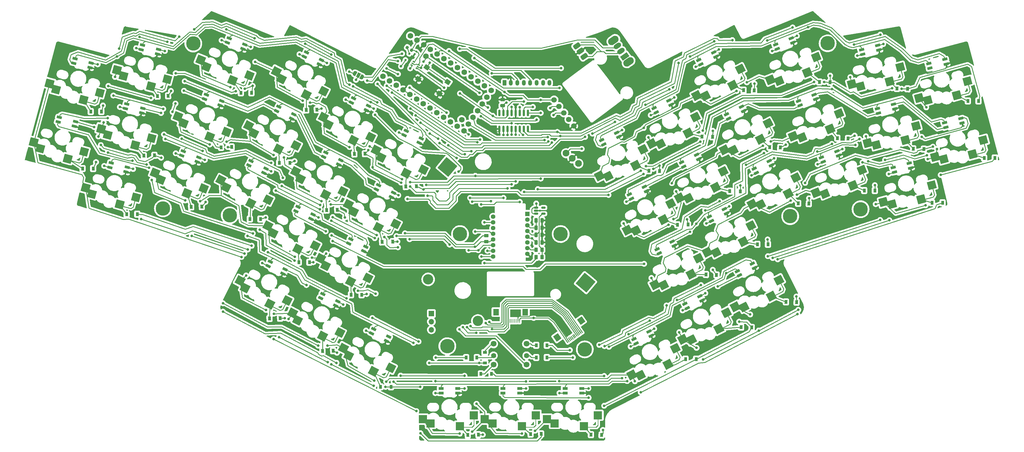
<source format=gbr>
%TF.GenerationSoftware,KiCad,Pcbnew,(6.0.4)*%
%TF.CreationDate,2023-01-08T04:04:53+01:00*%
%TF.ProjectId,Zazu,5a617a75-2e6b-4696-9361-645f70636258,rev?*%
%TF.SameCoordinates,Original*%
%TF.FileFunction,Copper,L2,Bot*%
%TF.FilePolarity,Positive*%
%FSLAX46Y46*%
G04 Gerber Fmt 4.6, Leading zero omitted, Abs format (unit mm)*
G04 Created by KiCad (PCBNEW (6.0.4)) date 2023-01-08 04:04:53*
%MOMM*%
%LPD*%
G01*
G04 APERTURE LIST*
G04 Aperture macros list*
%AMRoundRect*
0 Rectangle with rounded corners*
0 $1 Rounding radius*
0 $2 $3 $4 $5 $6 $7 $8 $9 X,Y pos of 4 corners*
0 Add a 4 corners polygon primitive as box body*
4,1,4,$2,$3,$4,$5,$6,$7,$8,$9,$2,$3,0*
0 Add four circle primitives for the rounded corners*
1,1,$1+$1,$2,$3*
1,1,$1+$1,$4,$5*
1,1,$1+$1,$6,$7*
1,1,$1+$1,$8,$9*
0 Add four rect primitives between the rounded corners*
20,1,$1+$1,$2,$3,$4,$5,0*
20,1,$1+$1,$4,$5,$6,$7,0*
20,1,$1+$1,$6,$7,$8,$9,0*
20,1,$1+$1,$8,$9,$2,$3,0*%
%AMHorizOval*
0 Thick line with rounded ends*
0 $1 width*
0 $2 $3 position (X,Y) of the first rounded end (center of the circle)*
0 $4 $5 position (X,Y) of the second rounded end (center of the circle)*
0 Add line between two ends*
20,1,$1,$2,$3,$4,$5,0*
0 Add two circle primitives to create the rounded ends*
1,1,$1,$2,$3*
1,1,$1,$4,$5*%
%AMRotRect*
0 Rectangle, with rotation*
0 The origin of the aperture is its center*
0 $1 length*
0 $2 width*
0 $3 Rotation angle, in degrees counterclockwise*
0 Add horizontal line*
21,1,$1,$2,0,0,$3*%
%AMFreePoly0*
4,1,22,0.550000,-0.750000,0.000000,-0.750000,0.000000,-0.745033,-0.079941,-0.743568,-0.215256,-0.701293,-0.333266,-0.622738,-0.424486,-0.514219,-0.481581,-0.384460,-0.499164,-0.250000,-0.500000,-0.250000,-0.500000,0.250000,-0.499164,0.250000,-0.499963,0.256109,-0.478152,0.396186,-0.417904,0.524511,-0.324059,0.630769,-0.204165,0.706417,-0.067858,0.745374,0.000000,0.744959,0.000000,0.750000,
0.550000,0.750000,0.550000,-0.750000,0.550000,-0.750000,$1*%
%AMFreePoly1*
4,1,20,0.000000,0.744959,0.073905,0.744508,0.209726,0.703889,0.328688,0.626782,0.421226,0.519385,0.479903,0.390333,0.500000,0.250000,0.500000,-0.250000,0.499851,-0.262216,0.476331,-0.402017,0.414519,-0.529596,0.319384,-0.634700,0.198574,-0.708877,0.061801,-0.746166,0.000000,-0.745033,0.000000,-0.750000,-0.550000,-0.750000,-0.550000,0.750000,0.000000,0.750000,0.000000,0.744959,
0.000000,0.744959,$1*%
G04 Aperture macros list end*
%TA.AperFunction,SMDPad,CuDef*%
%ADD10RoundRect,0.082000X-0.718000X0.328000X-0.718000X-0.328000X0.718000X-0.328000X0.718000X0.328000X0*%
%TD*%
%TA.AperFunction,SMDPad,CuDef*%
%ADD11RotRect,2.600000X2.600000X165.000000*%
%TD*%
%TA.AperFunction,SMDPad,CuDef*%
%ADD12RotRect,2.550000X2.500000X165.000000*%
%TD*%
%TA.AperFunction,SMDPad,CuDef*%
%ADD13RotRect,3.000000X0.250000X345.000000*%
%TD*%
%TA.AperFunction,SMDPad,CuDef*%
%ADD14RoundRect,0.062500X-0.347636X-0.272877X0.410136X0.164623X0.347636X0.272877X-0.410136X-0.164623X0*%
%TD*%
%TA.AperFunction,SMDPad,CuDef*%
%ADD15RotRect,4.000000X0.250000X75.000000*%
%TD*%
%TA.AperFunction,SMDPad,CuDef*%
%ADD16RotRect,2.550000X2.500000X207.000000*%
%TD*%
%TA.AperFunction,SMDPad,CuDef*%
%ADD17RotRect,2.600000X2.600000X207.000000*%
%TD*%
%TA.AperFunction,SMDPad,CuDef*%
%ADD18RotRect,3.000000X0.250000X27.000000*%
%TD*%
%TA.AperFunction,SMDPad,CuDef*%
%ADD19RoundRect,0.062500X-0.075754X-0.435401X0.194636X0.396774X0.075754X0.435401X-0.194636X-0.396774X0*%
%TD*%
%TA.AperFunction,SMDPad,CuDef*%
%ADD20RotRect,4.000000X0.250000X117.000000*%
%TD*%
%TA.AperFunction,SMDPad,CuDef*%
%ADD21RoundRect,0.082000X-0.778427X0.130992X-0.608642X-0.502656X0.778427X-0.130992X0.608642X0.502656X0*%
%TD*%
%TA.AperFunction,ComponentPad*%
%ADD22C,4.500000*%
%TD*%
%TA.AperFunction,SMDPad,CuDef*%
%ADD23RotRect,2.600000X2.600000X195.000000*%
%TD*%
%TA.AperFunction,SMDPad,CuDef*%
%ADD24RotRect,2.550000X2.500000X195.000000*%
%TD*%
%TA.AperFunction,SMDPad,CuDef*%
%ADD25RotRect,4.000000X0.250000X105.000000*%
%TD*%
%TA.AperFunction,SMDPad,CuDef*%
%ADD26RoundRect,0.062500X-0.164623X-0.410136X0.272877X0.347636X0.164623X0.410136X-0.272877X-0.347636X0*%
%TD*%
%TA.AperFunction,SMDPad,CuDef*%
%ADD27RotRect,3.000000X0.250000X15.000000*%
%TD*%
%TA.AperFunction,SMDPad,CuDef*%
%ADD28RoundRect,0.082000X-0.490834X0.618215X-0.788652X0.033715X0.490834X-0.618215X0.788652X-0.033715X0*%
%TD*%
%TA.AperFunction,SMDPad,CuDef*%
%ADD29RoundRect,0.082000X-0.788652X-0.033715X-0.490834X-0.618215X0.788652X0.033715X0.490834X0.618215X0*%
%TD*%
%TA.AperFunction,SMDPad,CuDef*%
%ADD30RotRect,2.600000X2.600000X153.000000*%
%TD*%
%TA.AperFunction,SMDPad,CuDef*%
%ADD31RotRect,2.550000X2.500000X153.000000*%
%TD*%
%TA.AperFunction,SMDPad,CuDef*%
%ADD32RotRect,3.000000X0.250000X333.000000*%
%TD*%
%TA.AperFunction,SMDPad,CuDef*%
%ADD33RoundRect,0.062500X-0.396774X-0.194636X0.435401X0.075754X0.396774X0.194636X-0.435401X-0.075754X0*%
%TD*%
%TA.AperFunction,SMDPad,CuDef*%
%ADD34RotRect,4.000000X0.250000X63.000000*%
%TD*%
%TA.AperFunction,SMDPad,CuDef*%
%ADD35RoundRect,0.082000X-0.608642X0.502656X-0.778427X-0.130992X0.608642X-0.502656X0.778427X0.130992X0*%
%TD*%
%TA.AperFunction,ComponentPad*%
%ADD36C,1.752600*%
%TD*%
%TA.AperFunction,ComponentPad*%
%ADD37RoundRect,0.375000X0.829455X0.123000X0.399273X0.737364X-0.829455X-0.123000X-0.399273X-0.737364X0*%
%TD*%
%TA.AperFunction,SMDPad,CuDef*%
%ADD38R,2.600000X2.600000*%
%TD*%
%TA.AperFunction,SMDPad,CuDef*%
%ADD39R,2.550000X2.500000*%
%TD*%
%TA.AperFunction,SMDPad,CuDef*%
%ADD40R,3.000000X0.250000*%
%TD*%
%TA.AperFunction,SMDPad,CuDef*%
%ADD41R,0.250000X4.000000*%
%TD*%
%TA.AperFunction,SMDPad,CuDef*%
%ADD42RoundRect,0.062500X-0.265165X-0.353553X0.353553X0.265165X0.265165X0.353553X-0.353553X-0.265165X0*%
%TD*%
%TA.AperFunction,SMDPad,CuDef*%
%ADD43RoundRect,0.082000X-0.788589X0.035149X-0.542847X-0.573084X0.788589X-0.035149X0.542847X0.573084X0*%
%TD*%
%TA.AperFunction,SMDPad,CuDef*%
%ADD44RotRect,2.600000X2.600000X202.000000*%
%TD*%
%TA.AperFunction,SMDPad,CuDef*%
%ADD45RotRect,2.550000X2.500000X202.000000*%
%TD*%
%TA.AperFunction,SMDPad,CuDef*%
%ADD46RotRect,3.000000X0.250000X22.000000*%
%TD*%
%TA.AperFunction,SMDPad,CuDef*%
%ADD47RotRect,4.000000X0.250000X112.000000*%
%TD*%
%TA.AperFunction,SMDPad,CuDef*%
%ADD48RoundRect,0.062500X-0.113413X-0.427142X0.228476X0.378300X0.113413X0.427142X-0.228476X-0.378300X0*%
%TD*%
%TA.AperFunction,ComponentPad*%
%ADD49C,3.200000*%
%TD*%
%TA.AperFunction,ComponentPad*%
%ADD50C,2.100000*%
%TD*%
%TA.AperFunction,ComponentPad*%
%ADD51RotRect,4.400000X4.400000X140.000000*%
%TD*%
%TA.AperFunction,SMDPad,CuDef*%
%ADD52RotRect,2.550000X2.500000X158.000000*%
%TD*%
%TA.AperFunction,SMDPad,CuDef*%
%ADD53RotRect,2.600000X2.600000X158.000000*%
%TD*%
%TA.AperFunction,SMDPad,CuDef*%
%ADD54RotRect,3.000000X0.250000X338.000000*%
%TD*%
%TA.AperFunction,SMDPad,CuDef*%
%ADD55RotRect,4.000000X0.250000X68.000000*%
%TD*%
%TA.AperFunction,SMDPad,CuDef*%
%ADD56RoundRect,0.062500X-0.378300X-0.228476X0.427142X0.113413X0.378300X0.228476X-0.427142X-0.113413X0*%
%TD*%
%TA.AperFunction,ComponentPad*%
%ADD57R,1.700000X1.700000*%
%TD*%
%TA.AperFunction,ComponentPad*%
%ADD58O,1.700000X1.700000*%
%TD*%
%TA.AperFunction,ComponentPad*%
%ADD59C,1.800000*%
%TD*%
%TA.AperFunction,ComponentPad*%
%ADD60C,1.600000*%
%TD*%
%TA.AperFunction,SMDPad,CuDef*%
%ADD61RoundRect,0.082000X-0.542847X0.573084X-0.788589X-0.035149X0.542847X-0.573084X0.788589X0.035149X0*%
%TD*%
%TA.AperFunction,ComponentPad*%
%ADD62C,1.700000*%
%TD*%
%TA.AperFunction,ComponentPad*%
%ADD63HorizOval,1.700000X0.000000X0.000000X0.000000X0.000000X0*%
%TD*%
%TA.AperFunction,ComponentPad*%
%ADD64HorizOval,2.200000X0.532449X0.372825X-0.532449X-0.372825X0*%
%TD*%
%TA.AperFunction,ComponentPad*%
%ADD65RotRect,1.500000X2.500000X125.000000*%
%TD*%
%TA.AperFunction,ComponentPad*%
%ADD66HorizOval,1.500000X0.409576X0.286788X-0.409576X-0.286788X0*%
%TD*%
%TA.AperFunction,SMDPad,CuDef*%
%ADD67RotRect,0.900000X1.200000X358.000000*%
%TD*%
%TA.AperFunction,SMDPad,CuDef*%
%ADD68R,0.900000X1.200000*%
%TD*%
%TA.AperFunction,SMDPad,CuDef*%
%ADD69RotRect,0.650000X0.400000X148.000000*%
%TD*%
%TA.AperFunction,SMDPad,CuDef*%
%ADD70RoundRect,0.150000X0.034471X-0.227896X0.219943X0.068921X-0.034471X0.227896X-0.219943X-0.068921X0*%
%TD*%
%TA.AperFunction,SMDPad,CuDef*%
%ADD71RoundRect,0.250000X0.250000X0.475000X-0.250000X0.475000X-0.250000X-0.475000X0.250000X-0.475000X0*%
%TD*%
%TA.AperFunction,SMDPad,CuDef*%
%ADD72R,0.280000X1.250000*%
%TD*%
%TA.AperFunction,SMDPad,CuDef*%
%ADD73R,1.800000X2.000000*%
%TD*%
%TA.AperFunction,SMDPad,CuDef*%
%ADD74RotRect,0.900000X1.200000X2.000000*%
%TD*%
%TA.AperFunction,SMDPad,CuDef*%
%ADD75RoundRect,0.150000X0.150000X-0.825000X0.150000X0.825000X-0.150000X0.825000X-0.150000X-0.825000X0*%
%TD*%
%TA.AperFunction,SMDPad,CuDef*%
%ADD76RoundRect,0.140000X-0.069979X0.208813X-0.218357X-0.028640X0.069979X-0.208813X0.218357X0.028640X0*%
%TD*%
%TA.AperFunction,SMDPad,CuDef*%
%ADD77RotRect,0.280000X1.250000X35.000000*%
%TD*%
%TA.AperFunction,SMDPad,CuDef*%
%ADD78RotRect,1.800000X2.000000X35.000000*%
%TD*%
%TA.AperFunction,SMDPad,CuDef*%
%ADD79RoundRect,0.250000X0.262500X0.450000X-0.262500X0.450000X-0.262500X-0.450000X0.262500X-0.450000X0*%
%TD*%
%TA.AperFunction,SMDPad,CuDef*%
%ADD80RoundRect,0.250000X-0.262500X-0.450000X0.262500X-0.450000X0.262500X0.450000X-0.262500X0.450000X0*%
%TD*%
%TA.AperFunction,SMDPad,CuDef*%
%ADD81RotRect,0.900000X1.200000X1.000000*%
%TD*%
%TA.AperFunction,SMDPad,CuDef*%
%ADD82RoundRect,0.250000X0.450000X-0.262500X0.450000X0.262500X-0.450000X0.262500X-0.450000X-0.262500X0*%
%TD*%
%TA.AperFunction,SMDPad,CuDef*%
%ADD83FreePoly0,153.000000*%
%TD*%
%TA.AperFunction,SMDPad,CuDef*%
%ADD84RotRect,1.000000X1.500000X153.000000*%
%TD*%
%TA.AperFunction,SMDPad,CuDef*%
%ADD85FreePoly1,153.000000*%
%TD*%
%TA.AperFunction,SMDPad,CuDef*%
%ADD86RoundRect,0.218750X-0.321302X-0.101392X0.049719X-0.333232X0.321302X0.101392X-0.049719X0.333232X0*%
%TD*%
%TA.AperFunction,SMDPad,CuDef*%
%ADD87RotRect,0.900000X1.200000X359.000000*%
%TD*%
%TA.AperFunction,SMDPad,CuDef*%
%ADD88R,1.200000X0.900000*%
%TD*%
%TA.AperFunction,SMDPad,CuDef*%
%ADD89RoundRect,0.250000X-0.250000X-0.475000X0.250000X-0.475000X0.250000X0.475000X-0.250000X0.475000X0*%
%TD*%
%TA.AperFunction,ComponentPad*%
%ADD90R,1.400000X1.400000*%
%TD*%
%TA.AperFunction,ComponentPad*%
%ADD91C,1.400000*%
%TD*%
%TA.AperFunction,SMDPad,CuDef*%
%ADD92RoundRect,0.150000X-0.512500X-0.150000X0.512500X-0.150000X0.512500X0.150000X-0.512500X0.150000X0*%
%TD*%
%TA.AperFunction,SMDPad,CuDef*%
%ADD93RoundRect,0.250000X0.475000X-0.250000X0.475000X0.250000X-0.475000X0.250000X-0.475000X-0.250000X0*%
%TD*%
%TA.AperFunction,SMDPad,CuDef*%
%ADD94RotRect,1.600000X1.400000X325.000000*%
%TD*%
%TA.AperFunction,ComponentPad*%
%ADD95RoundRect,0.250000X-0.350000X-0.625000X0.350000X-0.625000X0.350000X0.625000X-0.350000X0.625000X0*%
%TD*%
%TA.AperFunction,ComponentPad*%
%ADD96O,1.200000X1.750000*%
%TD*%
%TA.AperFunction,ViaPad*%
%ADD97C,0.800000*%
%TD*%
%TA.AperFunction,Conductor*%
%ADD98C,0.250000*%
%TD*%
G04 APERTURE END LIST*
D10*
%TO.P,D73,1,VDD*%
%TO.N,LED_PWR*%
X239840436Y-173514437D03*
%TO.P,D73,2,DOUT*%
%TO.N,Net-(D73-Pad2)*%
X239840436Y-175014437D03*
%TO.P,D73,3,VSS*%
%TO.N,GND*%
X245040436Y-175014437D03*
%TO.P,D73,4,DIN*%
%TO.N,Net-(D66-Pad2)*%
X245040436Y-173514437D03*
%TD*%
D11*
%TO.P,SW7,1,1*%
%TO.N,row_3*%
X95429014Y-92557285D03*
D12*
X97431697Y-94474244D03*
D11*
%TO.P,SW7,2,2*%
%TO.N,Net-(D7-Pad1)*%
X106012871Y-97674253D03*
D13*
X108154148Y-98604182D03*
D14*
X109939451Y-98783023D03*
D15*
X110805368Y-96675723D03*
D12*
X111095576Y-95502444D03*
%TD*%
D16*
%TO.P,SW26,1,1*%
%TO.N,row_3*%
X295560952Y-148119292D03*
D17*
X292789973Y-148034770D03*
D18*
%TO.P,SW26,2,2*%
%TO.N,Net-(D26-Pad1)*%
X306292755Y-144013713D03*
D19*
X307739161Y-142952018D03*
D16*
X306403194Y-139740473D03*
D17*
X304079231Y-144755436D03*
D20*
X306972603Y-140806577D03*
%TD*%
D21*
%TO.P,D42,1,VDD*%
%TO.N,LED_PWR*%
X341967477Y-104647526D03*
%TO.P,D42,2,DOUT*%
%TO.N,Net-(D42-Pad2)*%
X342355705Y-106096415D03*
%TO.P,D42,3,VSS*%
%TO.N,GND*%
X347378520Y-104750556D03*
%TO.P,D42,4,DIN*%
%TO.N,Net-(D42-Pad4)*%
X346990291Y-103301667D03*
%TD*%
D12*
%TO.P,SW40,1,1*%
%TO.N,row_6*%
X92558887Y-112891891D03*
D11*
X90556204Y-110974932D03*
D15*
%TO.P,SW40,2,2*%
%TO.N,Net-(D77-Pad1)*%
X105932558Y-115093370D03*
D13*
X103281338Y-117021829D03*
D14*
X105066641Y-117200670D03*
D12*
X106222766Y-113920091D03*
D11*
X101140061Y-116091900D03*
%TD*%
D22*
%TO.P,H10,1*%
%TO.N,N/C*%
X238452436Y-125369438D03*
%TD*%
D23*
%TO.P,SW44,1,1*%
%TO.N,row_6*%
X354997140Y-101350328D03*
D24*
X357689993Y-102009123D03*
D25*
%TO.P,SW44,2,2*%
%TO.N,Net-(D81-Pad1)*%
X370372672Y-97228823D03*
D23*
X366721513Y-100489825D03*
D26*
X370676416Y-99486757D03*
D27*
X369040879Y-100224528D03*
D24*
X370037360Y-96067629D03*
%TD*%
D23*
%TO.P,SW34,1,1*%
%TO.N,row_3*%
X329112229Y-78602702D03*
D24*
X331805082Y-79261497D03*
D25*
%TO.P,SW34,2,2*%
%TO.N,Net-(D34-Pad1)*%
X344487761Y-74481197D03*
D24*
X344152449Y-73320003D03*
D23*
X340836602Y-77742199D03*
D26*
X344791505Y-76739131D03*
D27*
X343155968Y-77476902D03*
%TD*%
D28*
%TO.P,D85,1,VDD*%
%TO.N,LED_PWR*%
X148049543Y-133999589D03*
%TO.P,D85,2,DOUT*%
%TO.N,Net-(D41-Pad4)*%
X147368557Y-135336098D03*
%TO.P,D85,3,VSS*%
%TO.N,GND*%
X152001791Y-137696849D03*
%TO.P,D85,4,DIN*%
%TO.N,Net-(D84-Pad2)*%
X152682777Y-136360339D03*
%TD*%
D11*
%TO.P,SW39,1,1*%
%TO.N,row_6*%
X74445642Y-96750932D03*
D12*
X76448325Y-98667891D03*
D11*
%TO.P,SW39,2,2*%
%TO.N,Net-(D76-Pad1)*%
X85029499Y-101867900D03*
D13*
X87170776Y-102797829D03*
D12*
X90112204Y-99696091D03*
D14*
X88956079Y-102976670D03*
D15*
X89821996Y-100869370D03*
%TD*%
D22*
%TO.P,H8,1*%
%TO.N,N/C*%
X321563075Y-65876331D03*
%TD*%
D21*
%TO.P,D56,1,VDD*%
%TO.N,LED_PWR*%
X337039123Y-86244201D03*
%TO.P,D56,2,DOUT*%
%TO.N,Net-(D56-Pad2)*%
X337427351Y-87693090D03*
%TO.P,D56,3,VSS*%
%TO.N,GND*%
X342450166Y-86347231D03*
%TO.P,D56,4,DIN*%
%TO.N,Net-(D49-Pad2)*%
X342061937Y-84898342D03*
%TD*%
D29*
%TO.P,D50,1,VDD*%
%TO.N,LED_PWR*%
X251211132Y-96101430D03*
%TO.P,D50,2,DOUT*%
%TO.N,Net-(D50-Pad2)*%
X251892118Y-97437940D03*
%TO.P,D50,3,VSS*%
%TO.N,GND*%
X256525352Y-95077189D03*
%TO.P,D50,4,DIN*%
%TO.N,Net-(D44-Pad2)*%
X255844366Y-93740680D03*
%TD*%
D30*
%TO.P,SW20,1,1*%
%TO.N,row_2*%
X163741242Y-132956793D03*
D31*
X165301602Y-135248243D03*
D32*
%TO.P,SW20,2,2*%
%TO.N,Net-(D20-Pad1)*%
X174931081Y-141517255D03*
D33*
X176640186Y-142063373D03*
D31*
X178453119Y-139094854D03*
D30*
X173029938Y-140162451D03*
D34*
X177925313Y-140182157D03*
%TD*%
D29*
%TO.P,D57,1,VDD*%
%TO.N,LED_PWR*%
X267513306Y-86059334D03*
%TO.P,D57,2,DOUT*%
%TO.N,Net-(D57-Pad2)*%
X268194292Y-87395844D03*
%TO.P,D57,3,VSS*%
%TO.N,GND*%
X272827526Y-85035093D03*
%TO.P,D57,4,DIN*%
%TO.N,Net-(D50-Pad2)*%
X272146540Y-83698584D03*
%TD*%
D35*
%TO.P,D48,1,VDD*%
%TO.N,LED_PWR*%
X98517320Y-103190161D03*
%TO.P,D48,2,DOUT*%
%TO.N,Net-(D48-Pad2)*%
X98129091Y-104639050D03*
%TO.P,D48,3,VSS*%
%TO.N,GND*%
X103151906Y-105984909D03*
%TO.P,D48,4,DIN*%
%TO.N,Net-(D48-Pad4)*%
X103540134Y-104536020D03*
%TD*%
D21*
%TO.P,D49,1,VDD*%
%TO.N,LED_PWR*%
X357999283Y-90627961D03*
%TO.P,D49,2,DOUT*%
%TO.N,Net-(D49-Pad2)*%
X358387511Y-92076850D03*
%TO.P,D49,3,VSS*%
%TO.N,GND*%
X363410326Y-90730991D03*
%TO.P,D49,4,DIN*%
%TO.N,Net-(D42-Pad2)*%
X363022097Y-89282102D03*
%TD*%
D36*
%TO.P,U1,1,TX0/PD3*%
%TO.N,MOTION*%
X185174396Y-77582685D03*
%TO.P,U1,2,RX1/PD2*%
%TO.N,NCS*%
X187280152Y-79003035D03*
%TO.P,U1,3,GND*%
%TO.N,GND*%
X189385907Y-80423385D03*
%TO.P,U1,4,GND*%
X191491662Y-81843735D03*
%TO.P,U1,5,2/PD1*%
%TO.N,SDA*%
X193597418Y-83264085D03*
%TO.P,U1,6,3/PD0*%
%TO.N,SCL*%
X195703173Y-84684435D03*
%TO.P,U1,7,4/PD4*%
%TO.N,row_0*%
X197808929Y-86104785D03*
%TO.P,U1,8,5/PC6*%
%TO.N,row_1*%
X199914684Y-87525135D03*
%TO.P,U1,9,6/PD7*%
%TO.N,row_2*%
X202020440Y-88945485D03*
%TO.P,U1,10,7/PE6*%
%TO.N,row_3*%
X204126195Y-90365835D03*
%TO.P,U1,11,8/PB4*%
%TO.N,row_4*%
X206231951Y-91786185D03*
%TO.P,U1,12,9/PB5*%
%TO.N,SR_CS*%
X208348890Y-93189954D03*
%TO.P,U1,13,10/PB6*%
%TO.N,row_5*%
X216859806Y-80572003D03*
%TO.P,U1,14,16/PB2*%
%TO.N,MOSI*%
X214754050Y-79151653D03*
%TO.P,U1,15,14/PB3*%
%TO.N,MISO*%
X212648295Y-77731303D03*
%TO.P,U1,16,15/PB1*%
%TO.N,SCLK*%
X210542540Y-76310953D03*
%TO.P,U1,17,A0/PF7*%
%TO.N,TFT_CS*%
X208436784Y-74890603D03*
%TO.P,U1,18,A1/PF6*%
%TO.N,LED_3V3*%
X206331029Y-73470253D03*
%TO.P,U1,19,A2/PF5*%
%TO.N,EncR*%
X204225273Y-72049903D03*
%TO.P,U1,20,A3/PF4*%
%TO.N,EncL*%
X202119518Y-70629553D03*
%TO.P,U1,21,VCC*%
%TO.N,VCC*%
X200013762Y-69209203D03*
%TO.P,U1,22,RST*%
%TO.N,RESET*%
X197908007Y-67788853D03*
%TO.P,U1,23,GND*%
%TO.N,GND*%
X195802251Y-66368503D03*
%TO.P,U1,24,B0*%
%TO.N,RAW*%
X193696496Y-64948153D03*
%TO.P,U1,25,B7*%
%TO.N,TFT_RST*%
X209758056Y-91100780D03*
%TO.P,U1,26,D5*%
%TO.N,TFT_BL*%
X211178406Y-88995024D03*
%TO.P,U1,27,C7*%
%TO.N,TFT_DC*%
X212598756Y-86889269D03*
%TO.P,U1,28,F1*%
%TO.N,row_6*%
X214019106Y-84783513D03*
%TO.P,U1,29,F0*%
%TO.N,GPIO16*%
X215439456Y-82677758D03*
%TO.P,U1,30,RGB*%
%TO.N,LED_5V*%
X207652301Y-89680430D03*
X196510025Y-69861447D03*
%TO.P,U1,31,GPIO10*%
%TO.N,GPIO10*%
X183171019Y-76207266D03*
%TO.P,U1,32,GPIO11*%
%TO.N,GPIO11*%
X191693119Y-63572733D03*
%TD*%
D37*
%TO.P,J4,1,Pin_1*%
%TO.N,bat+*%
X243483662Y-66696862D03*
%TO.P,J4,2,Pin_2*%
%TO.N,GND*%
X244630815Y-68335166D03*
%TO.P,J4,3,Pin_3*%
%TO.N,bat+*%
X245777968Y-69973470D03*
%TD*%
D22*
%TO.P,H9,1*%
%TO.N,N/C*%
X207131342Y-125369438D03*
%TD*%
D16*
%TO.P,SW21,1,1*%
%TO.N,row_3*%
X279224413Y-158291101D03*
D17*
X276453434Y-158206579D03*
D19*
%TO.P,SW21,2,2*%
%TO.N,Net-(D21-Pad1)*%
X291402622Y-153123827D03*
D20*
X290636064Y-150978386D03*
D18*
X289956216Y-154185522D03*
D17*
X287742692Y-154927245D03*
D16*
X290066655Y-149912282D03*
%TD*%
D35*
%TO.P,D46,1,VDD*%
%TO.N,LED_PWR*%
X87301632Y-70632043D03*
%TO.P,D46,2,DOUT*%
%TO.N,Net-(D46-Pad2)*%
X86913403Y-72080932D03*
%TO.P,D46,3,VSS*%
%TO.N,GND*%
X91936218Y-73426791D03*
%TO.P,D46,4,DIN*%
%TO.N,LED_DO*%
X92324446Y-71977902D03*
%TD*%
D24*
%TO.P,SW43,1,1*%
%TO.N,row_6*%
X341658187Y-116028688D03*
D23*
X338965334Y-115369893D03*
D26*
%TO.P,SW43,2,2*%
%TO.N,Net-(D80-Pad1)*%
X354644610Y-113506322D03*
D25*
X354340866Y-111248388D03*
D24*
X354005554Y-110087194D03*
D27*
X353009073Y-114244093D03*
D23*
X350689707Y-114509390D03*
%TD*%
D17*
%TO.P,SW23,1,1*%
%TO.N,row_2*%
X267766347Y-141175660D03*
D16*
X270537326Y-141260182D03*
D18*
%TO.P,SW23,2,2*%
%TO.N,Net-(D23-Pad1)*%
X281269129Y-137154603D03*
D17*
X279055605Y-137896326D03*
D20*
X281948977Y-133947467D03*
D16*
X281379568Y-132881363D03*
D19*
X282715535Y-136092908D03*
%TD*%
D29*
%TO.P,D51,1,VDD*%
%TO.N,LED_PWR*%
X293496559Y-136926574D03*
%TO.P,D51,2,DOUT*%
%TO.N,Net-(D51-Pad2)*%
X294177545Y-138263084D03*
%TO.P,D51,3,VSS*%
%TO.N,GND*%
X298810779Y-135902333D03*
%TO.P,D51,4,DIN*%
%TO.N,Net-(D45-Pad2)*%
X298129793Y-134565824D03*
%TD*%
D17*
%TO.P,SW25,1,1*%
%TO.N,row_1*%
X275432539Y-114096653D03*
D16*
X278203518Y-114181175D03*
%TO.P,SW25,2,2*%
%TO.N,Net-(D25-Pad1)*%
X289045760Y-105802356D03*
D18*
X288935321Y-110075596D03*
D20*
X289615169Y-106868460D03*
D17*
X286721797Y-110817319D03*
D19*
X290381727Y-109013901D03*
%TD*%
D22*
%TO.P,,1*%
%TO.N,N/C*%
X331814000Y-117630000D03*
%TD*%
D31*
%TO.P,SW4,1,1*%
%TO.N,row_0*%
X151525731Y-76979940D03*
D30*
X149965371Y-74688490D03*
D31*
%TO.P,SW4,2,2*%
%TO.N,Net-(D4-Pad1)*%
X164677248Y-80826551D03*
D30*
X159254067Y-81894148D03*
D34*
X164149442Y-81913854D03*
D33*
X162864315Y-83795070D03*
D32*
X161155210Y-83248952D03*
%TD*%
D28*
%TO.P,D61,1,VDD*%
%TO.N,LED_PWR*%
X150741594Y-85660019D03*
%TO.P,D61,2,DOUT*%
%TO.N,Net-(D61-Pad2)*%
X150060608Y-86996528D03*
%TO.P,D61,3,VSS*%
%TO.N,GND*%
X154693842Y-89357279D03*
%TO.P,D61,4,DIN*%
%TO.N,Net-(D54-Pad2)*%
X155374828Y-88020769D03*
%TD*%
%TO.P,D84,1,VDD*%
%TO.N,LED_PWR*%
X173146933Y-126997347D03*
%TO.P,D84,2,DOUT*%
%TO.N,Net-(D84-Pad2)*%
X172465947Y-128333856D03*
%TO.P,D84,3,VSS*%
%TO.N,GND*%
X177099181Y-130694607D03*
%TO.P,D84,4,DIN*%
%TO.N,Net-(D69-Pad2)*%
X177780167Y-129358097D03*
%TD*%
D35*
%TO.P,D91,1,VDD*%
%TO.N,LED_PWR*%
X82406758Y-88966161D03*
%TO.P,D91,2,DOUT*%
%TO.N,Net-(D48-Pad4)*%
X82018529Y-90415050D03*
%TO.P,D91,3,VSS*%
%TO.N,GND*%
X87041344Y-91760909D03*
%TO.P,D91,4,DIN*%
%TO.N,Net-(D83-Pad2)*%
X87429572Y-90312020D03*
%TD*%
D28*
%TO.P,D90,1,VDD*%
%TO.N,LED_PWR*%
X190426234Y-93211642D03*
%TO.P,D90,2,DOUT*%
%TO.N,Net-(D47-Pad4)*%
X189745248Y-94548151D03*
%TO.P,D90,3,VSS*%
%TO.N,GND*%
X194378482Y-96908902D03*
%TO.P,D90,4,DIN*%
%TO.N,Net-(D74-Pad2)*%
X195059468Y-95572392D03*
%TD*%
D31*
%TO.P,SW8,1,1*%
%TO.N,row_0*%
X166144939Y-91276920D03*
D30*
X164584579Y-88985470D03*
D32*
%TO.P,SW8,2,2*%
%TO.N,Net-(D8-Pad1)*%
X175774418Y-97545932D03*
D34*
X178768650Y-96210834D03*
D31*
X179296456Y-95123531D03*
D33*
X177483523Y-98092050D03*
D30*
X173873275Y-96191128D03*
%TD*%
D35*
%TO.P,D83,1,VDD*%
%TO.N,LED_PWR*%
X103386944Y-84775086D03*
%TO.P,D83,2,DOUT*%
%TO.N,Net-(D83-Pad2)*%
X102998715Y-86223975D03*
%TO.P,D83,3,VSS*%
%TO.N,GND*%
X108021530Y-87569834D03*
%TO.P,D83,4,DIN*%
%TO.N,Net-(D68-Pad2)*%
X108409758Y-86120945D03*
%TD*%
D38*
%TO.P,SW22,1,1*%
%TO.N,row_4*%
X234167848Y-183091129D03*
D39*
X236598436Y-184424437D03*
%TO.P,SW22,2,2*%
%TO.N,Net-(D22-Pad1)*%
X250062848Y-181881129D03*
D40*
X248024436Y-185638476D03*
D41*
X250086195Y-183089541D03*
D42*
X249795192Y-185349153D03*
D38*
X245715437Y-185294437D03*
%TD*%
D10*
%TO.P,D59,1,VDD*%
%TO.N,LED_PWR*%
X201234852Y-173514438D03*
%TO.P,D59,2,DOUT*%
%TO.N,Net-(D59-Pad2)*%
X201234852Y-175014438D03*
%TO.P,D59,3,VSS*%
%TO.N,GND*%
X206434852Y-175014438D03*
%TO.P,D59,4,DIN*%
%TO.N,Net-(D52-Pad2)*%
X206434852Y-173514438D03*
%TD*%
D43*
%TO.P,D88,1,VDD*%
%TO.N,LED_PWR*%
X319612761Y-101489393D03*
%TO.P,D88,2,DOUT*%
%TO.N,Net-(D42-Pad4)*%
X320174670Y-102880169D03*
%TO.P,D88,3,VSS*%
%TO.N,GND*%
X324996026Y-100932215D03*
%TO.P,D88,4,DIN*%
%TO.N,Net-(D72-Pad2)*%
X324434117Y-99541439D03*
%TD*%
D22*
%TO.P,H3,1*%
%TO.N,N/C*%
X245972677Y-161342170D03*
%TD*%
D28*
%TO.P,D67,1,VDD*%
%TO.N,LED_PWR*%
X159367411Y-68730898D03*
%TO.P,D67,2,DOUT*%
%TO.N,Net-(D67-Pad2)*%
X158686425Y-70067407D03*
%TO.P,D67,3,VSS*%
%TO.N,GND*%
X163319659Y-72428158D03*
%TO.P,D67,4,DIN*%
%TO.N,Net-(D60-Pad2)*%
X164000645Y-71091648D03*
%TD*%
D44*
%TO.P,SW33,1,1*%
%TO.N,row_1*%
X310823193Y-94877241D03*
D45*
X313576261Y-95202948D03*
D46*
%TO.P,SW33,2,2*%
%TO.N,Net-(D33-Pad1)*%
X324625050Y-92048331D03*
D44*
X322355305Y-92594310D03*
D47*
X325581833Y-88912651D03*
D45*
X325107507Y-87800977D03*
D48*
X326158485Y-91116738D03*
%TD*%
D30*
%TO.P,SW16,1,1*%
%TO.N,row_3*%
X155017827Y-149995069D03*
D31*
X156578187Y-152286519D03*
D32*
%TO.P,SW16,2,2*%
%TO.N,Net-(D16-Pad1)*%
X166207666Y-158555531D03*
D33*
X167916771Y-159101649D03*
D31*
X169729704Y-156133130D03*
D30*
X164306523Y-157200727D03*
D34*
X169201898Y-157220433D03*
%TD*%
D17*
%TO.P,SW28,1,1*%
%TO.N,row_0*%
X280756050Y-82202906D03*
D16*
X283527029Y-82287428D03*
D18*
%TO.P,SW28,2,2*%
%TO.N,Net-(D28-Pad1)*%
X294258832Y-78181849D03*
D20*
X294938680Y-74974713D03*
D17*
X292045308Y-78923572D03*
D19*
X295705238Y-77120154D03*
D16*
X294369271Y-73908609D03*
%TD*%
D30*
%TO.P,SW5,1,1*%
%TO.N,row_1*%
X141339553Y-91617611D03*
D31*
X142899913Y-93909061D03*
D30*
%TO.P,SW5,2,2*%
%TO.N,Net-(D5-Pad1)*%
X150628249Y-98823269D03*
D33*
X154238497Y-100724191D03*
D31*
X156051430Y-97755672D03*
D34*
X155523624Y-98842975D03*
D32*
X152529392Y-100178073D03*
%TD*%
D29*
%TO.P,D72,1,VDD*%
%TO.N,LED_PWR*%
X298714270Y-104952957D03*
%TO.P,D72,2,DOUT*%
%TO.N,Net-(D72-Pad2)*%
X299395256Y-106289467D03*
%TO.P,D72,3,VSS*%
%TO.N,GND*%
X304028490Y-103928716D03*
%TO.P,D72,4,DIN*%
%TO.N,Net-(D65-Pad2)*%
X303347504Y-102592207D03*
%TD*%
D10*
%TO.P,D66,1,VDD*%
%TO.N,LED_PWR*%
X220514848Y-173511130D03*
%TO.P,D66,2,DOUT*%
%TO.N,Net-(D66-Pad2)*%
X220514848Y-175011130D03*
%TO.P,D66,3,VSS*%
%TO.N,GND*%
X225714848Y-175011130D03*
%TO.P,D66,4,DIN*%
%TO.N,Net-(D59-Pad2)*%
X225714848Y-173511130D03*
%TD*%
D49*
%TO.P,SW36,*%
%TO.N,*%
X197228052Y-139501819D03*
X212691390Y-152477497D03*
D50*
%TO.P,SW36,A,A*%
%TO.N,EncL*%
X243984085Y-103369716D03*
%TO.P,SW36,B,B*%
%TO.N,EncR*%
X240153863Y-100155778D03*
%TO.P,SW36,C,C*%
%TO.N,GND*%
X242068974Y-101762747D03*
D51*
%TO.P,SW36,MP*%
%TO.N,N/C*%
X246205658Y-140541280D03*
X203178553Y-104440241D03*
%TD*%
D30*
%TO.P,SW15,1,1*%
%TO.N,row_2*%
X147332941Y-122843722D03*
D31*
X148893301Y-125135172D03*
D32*
%TO.P,SW15,2,2*%
%TO.N,Net-(D15-Pad1)*%
X158522780Y-131404184D03*
D34*
X161517012Y-130069086D03*
D31*
X162044818Y-128981783D03*
D33*
X160231885Y-131950302D03*
D30*
X156621637Y-130049380D03*
%TD*%
D24*
%TO.P,SW45,1,1*%
%TO.N,row_6*%
X352722629Y-83602417D03*
D23*
X350029776Y-82943622D03*
D25*
%TO.P,SW45,2,2*%
%TO.N,Net-(D82-Pad1)*%
X365405308Y-78822117D03*
D24*
X365069996Y-77660923D03*
D27*
X364073515Y-81817822D03*
D23*
X361754149Y-82083119D03*
D26*
X365709052Y-81080051D03*
%TD*%
D29*
%TO.P,D44,1,VDD*%
%TO.N,LED_PWR*%
X259836951Y-113030556D03*
%TO.P,D44,2,DOUT*%
%TO.N,Net-(D44-Pad2)*%
X260517937Y-114367066D03*
%TO.P,D44,3,VSS*%
%TO.N,GND*%
X265151171Y-112006315D03*
%TO.P,D44,4,DIN*%
%TO.N,Net-(D44-Pad4)*%
X264470185Y-110669806D03*
%TD*%
%TO.P,D65,1,VDD*%
%TO.N,LED_PWR*%
X284764942Y-119917586D03*
%TO.P,D65,2,DOUT*%
%TO.N,Net-(D65-Pad2)*%
X285445928Y-121254096D03*
%TO.P,D65,3,VSS*%
%TO.N,GND*%
X290079162Y-118893345D03*
%TO.P,D65,4,DIN*%
%TO.N,Net-(D58-Pad2)*%
X289398176Y-117556836D03*
%TD*%
D28*
%TO.P,D41,1,VDD*%
%TO.N,LED_PWR*%
X164419867Y-144037476D03*
%TO.P,D41,2,DOUT*%
%TO.N,unconnected-(D41-Pad2)*%
X163738881Y-145373985D03*
%TO.P,D41,3,VSS*%
%TO.N,GND*%
X168372115Y-147734736D03*
%TO.P,D41,4,DIN*%
%TO.N,Net-(D41-Pad4)*%
X169053101Y-146398226D03*
%TD*%
D23*
%TO.P,SW31,1,1*%
%TO.N,row_3*%
X334038454Y-96962749D03*
D24*
X336731307Y-97621544D03*
D27*
%TO.P,SW31,2,2*%
%TO.N,Net-(D31-Pad1)*%
X348082193Y-95836949D03*
D26*
X349717730Y-95099178D03*
D24*
X349078674Y-91680050D03*
D23*
X345762827Y-96102246D03*
D25*
X349413986Y-92841244D03*
%TD*%
D31*
%TO.P,SW41,1,1*%
%TO.N,row_6*%
X172437431Y-163256079D03*
D30*
X170877071Y-160964629D03*
D33*
%TO.P,SW41,2,2*%
%TO.N,Net-(D78-Pad1)*%
X183776015Y-170071209D03*
D34*
X185061142Y-168189993D03*
D31*
X185588948Y-167102690D03*
D30*
X180165767Y-168170287D03*
D32*
X182066910Y-169525091D03*
%TD*%
D22*
%TO.P,H2,1*%
%TO.N,N/C*%
X203186436Y-160340438D03*
%TD*%
D16*
%TO.P,SW30,1,1*%
%TO.N,row_2*%
X300778663Y-116145675D03*
D17*
X298007684Y-116061153D03*
D18*
%TO.P,SW30,2,2*%
%TO.N,Net-(D30-Pad1)*%
X311510466Y-112040096D03*
D17*
X309296942Y-112781819D03*
D16*
X311620905Y-107766856D03*
D20*
X312190314Y-108832960D03*
D19*
X312956872Y-110978401D03*
%TD*%
D16*
%TO.P,SW42,1,1*%
%TO.N,row_6*%
X263340828Y-169349461D03*
D17*
X260569849Y-169264939D03*
D18*
%TO.P,SW42,2,2*%
%TO.N,Net-(D79-Pad1)*%
X274072631Y-165243882D03*
D17*
X271859107Y-165985605D03*
D19*
X275519037Y-164182187D03*
D16*
X274183070Y-160970642D03*
D20*
X274752479Y-162036746D03*
%TD*%
D29*
%TO.P,D64,1,VDD*%
%TO.N,LED_PWR*%
X281462634Y-71094710D03*
%TO.P,D64,2,DOUT*%
%TO.N,Net-(D64-Pad2)*%
X282143620Y-72431220D03*
%TO.P,D64,3,VSS*%
%TO.N,GND*%
X286776854Y-70070469D03*
%TO.P,D64,4,DIN*%
%TO.N,Net-(D57-Pad2)*%
X286095868Y-68733960D03*
%TD*%
D52*
%TO.P,SW6,1,1*%
%TO.N,row_2*%
X113936623Y-108438711D03*
D53*
X112182487Y-106291975D03*
D52*
%TO.P,SW6,2,2*%
%TO.N,Net-(D6-Pad1)*%
X127373348Y-111124454D03*
D53*
X122063851Y-112660649D03*
D54*
X124075838Y-113844603D03*
D55*
X126942316Y-112253620D03*
D56*
X125826037Y-114239684D03*
%TD*%
D39*
%TO.P,SW12,1,1*%
%TO.N,row_4*%
X197992854Y-184424439D03*
D38*
X195562266Y-183091131D03*
D41*
%TO.P,SW12,2,2*%
%TO.N,Net-(D12-Pad1)*%
X211480613Y-183089543D03*
D39*
X211457266Y-181881131D03*
D38*
X207109855Y-185294439D03*
D40*
X209418854Y-185638478D03*
D42*
X211189610Y-185349155D03*
%TD*%
D28*
%TO.P,D54,1,VDD*%
%TO.N,LED_PWR*%
X165360798Y-99957003D03*
%TO.P,D54,2,DOUT*%
%TO.N,Net-(D54-Pad2)*%
X164679812Y-101293512D03*
%TO.P,D54,3,VSS*%
%TO.N,GND*%
X169313046Y-103654263D03*
%TO.P,D54,4,DIN*%
%TO.N,Net-(D47-Pad2)*%
X169994032Y-102317753D03*
%TD*%
D52*
%TO.P,SW1,1,1*%
%TO.N,row_0*%
X128171668Y-73205723D03*
D53*
X126417532Y-71058987D03*
%TO.P,SW1,2,2*%
%TO.N,Net-(D1-Pad1)*%
X136298896Y-77427661D03*
D52*
X141608393Y-75891466D03*
D54*
X138310883Y-78611615D03*
D56*
X140061082Y-79006696D03*
D55*
X141177361Y-77020632D03*
%TD*%
D43*
%TO.P,D71,1,VDD*%
%TO.N,LED_PWR*%
X305377714Y-66256406D03*
%TO.P,D71,2,DOUT*%
%TO.N,Net-(D71-Pad2)*%
X305939623Y-67647182D03*
%TO.P,D71,3,VSS*%
%TO.N,GND*%
X310760979Y-65699228D03*
%TO.P,D71,4,DIN*%
%TO.N,Net-(D64-Pad2)*%
X310199070Y-64308452D03*
%TD*%
D28*
%TO.P,D69,1,VDD*%
%TO.N,LED_PWR*%
X156734981Y-116886128D03*
%TO.P,D69,2,DOUT*%
%TO.N,Net-(D69-Pad2)*%
X156053995Y-118222637D03*
%TO.P,D69,3,VSS*%
%TO.N,GND*%
X160687229Y-120583388D03*
%TO.P,D69,4,DIN*%
%TO.N,Net-(D62-Pad2)*%
X161368215Y-119246878D03*
%TD*%
D29*
%TO.P,D58,1,VDD*%
%TO.N,LED_PWR*%
X268473580Y-130063421D03*
%TO.P,D58,2,DOUT*%
%TO.N,Net-(D58-Pad2)*%
X269154566Y-131399931D03*
%TO.P,D58,3,VSS*%
%TO.N,GND*%
X273787800Y-129039180D03*
%TO.P,D58,4,DIN*%
%TO.N,Net-(D51-Pad2)*%
X273106814Y-127702671D03*
%TD*%
%TO.P,D86,1,VDD*%
%TO.N,LED_PWR*%
X276139123Y-102988458D03*
%TO.P,D86,2,DOUT*%
%TO.N,Net-(D44-Pad4)*%
X276820109Y-104324968D03*
%TO.P,D86,3,VSS*%
%TO.N,GND*%
X281453343Y-101964217D03*
%TO.P,D86,4,DIN*%
%TO.N,Net-(D70-Pad2)*%
X280772357Y-100627708D03*
%TD*%
D22*
%TO.P,,1*%
%TO.N,N/C*%
X114644000Y-117376000D03*
%TD*%
D31*
%TO.P,SW11,1,1*%
%TO.N,row_3*%
X140207861Y-142248634D03*
D30*
X138647501Y-139957184D03*
D34*
%TO.P,SW11,2,2*%
%TO.N,Net-(D11-Pad1)*%
X152831572Y-147182548D03*
D32*
X149837340Y-148517646D03*
D33*
X151546445Y-149063764D03*
D31*
X153359378Y-146095245D03*
D30*
X147936197Y-147162842D03*
%TD*%
D57*
%TO.P,J5,1,Pin_1*%
%TO.N,GPIO10*%
X198220436Y-150134438D03*
D58*
%TO.P,J5,2,Pin_2*%
%TO.N,GPIO11*%
X198220436Y-152674438D03*
%TO.P,J5,3,Pin_3*%
%TO.N,GPIO16*%
X198220436Y-155214438D03*
%TD*%
D28*
%TO.P,D52,1,VDD*%
%TO.N,LED_PWR*%
X180282762Y-155005183D03*
%TO.P,D52,2,DOUT*%
%TO.N,Net-(D52-Pad2)*%
X179601776Y-156341692D03*
%TO.P,D52,3,VSS*%
%TO.N,GND*%
X184235010Y-158702443D03*
%TO.P,D52,4,DIN*%
%TO.N,unconnected-(D52-Pad4)*%
X184915996Y-157365933D03*
%TD*%
D43*
%TO.P,D63,1,VDD*%
%TO.N,LED_PWR*%
X312495235Y-83872898D03*
%TO.P,D63,2,DOUT*%
%TO.N,Net-(D63-Pad2)*%
X313057144Y-85263674D03*
%TO.P,D63,3,VSS*%
%TO.N,GND*%
X317878500Y-83315720D03*
%TO.P,D63,4,DIN*%
%TO.N,Net-(D56-Pad2)*%
X317316591Y-81924944D03*
%TD*%
D59*
%TO.P,HAT1,1,1*%
%TO.N,Net-(D35-Pad1)*%
X217557347Y-159592101D03*
D60*
%TO.P,HAT1,2,2*%
%TO.N,Net-(D36-Pad1)*%
X217557347Y-163292101D03*
D59*
%TO.P,HAT1,3,3*%
%TO.N,Net-(D37-Pad1)*%
X217557347Y-166092101D03*
%TO.P,HAT1,4,4*%
%TO.N,row_5*%
X227857347Y-166092101D03*
D60*
%TO.P,HAT1,5,5*%
%TO.N,Net-(D38-Pad1)*%
X227857347Y-163292101D03*
D59*
%TO.P,HAT1,6,6*%
%TO.N,Net-(D39-Pad1)*%
X227857347Y-159592101D03*
%TD*%
D16*
%TO.P,SW19,1,1*%
%TO.N,row_1*%
X261901344Y-124223275D03*
D17*
X259130365Y-124138753D03*
D16*
%TO.P,SW19,2,2*%
%TO.N,Net-(D19-Pad1)*%
X272743586Y-115844456D03*
D18*
X272633147Y-120117696D03*
D20*
X273312995Y-116910560D03*
D19*
X274079553Y-119056001D03*
D17*
X270419623Y-120859419D03*
%TD*%
D28*
%TO.P,D62,1,VDD*%
%TO.N,LED_PWR*%
X142115772Y-102589145D03*
%TO.P,D62,2,DOUT*%
%TO.N,Net-(D62-Pad2)*%
X141434786Y-103925654D03*
%TO.P,D62,3,VSS*%
%TO.N,GND*%
X146068020Y-106286405D03*
%TO.P,D62,4,DIN*%
%TO.N,Net-(D55-Pad2)*%
X146749006Y-104949895D03*
%TD*%
D12*
%TO.P,SW3,1,1*%
%TO.N,row_3*%
X102341746Y-76103855D03*
D11*
X100339063Y-74186896D03*
D12*
%TO.P,SW3,2,2*%
%TO.N,Net-(D3-Pad1)*%
X116005625Y-77132055D03*
D11*
X110922920Y-79303864D03*
D15*
X115715417Y-78305334D03*
D13*
X113064197Y-80233793D03*
D14*
X114849500Y-80412634D03*
%TD*%
D21*
%TO.P,D87,1,VDD*%
%TO.N,LED_PWR*%
X332112898Y-67884155D03*
%TO.P,D87,2,DOUT*%
%TO.N,Net-(D87-Pad2)*%
X332501126Y-69333044D03*
%TO.P,D87,3,VSS*%
%TO.N,GND*%
X337523941Y-67987185D03*
%TO.P,D87,4,DIN*%
%TO.N,Net-(D71-Pad2)*%
X337135712Y-66538296D03*
%TD*%
D61*
%TO.P,D60,1,VDD*%
%TO.N,LED_PWR*%
X135264557Y-64304622D03*
%TO.P,D60,2,DOUT*%
%TO.N,Net-(D60-Pad2)*%
X134702648Y-65695398D03*
%TO.P,D60,3,VSS*%
%TO.N,GND*%
X139524004Y-67643352D03*
%TO.P,D60,4,DIN*%
%TO.N,Net-(D53-Pad2)*%
X140085913Y-66252576D03*
%TD*%
D30*
%TO.P,SW10,1,1*%
%TO.N,row_2*%
X132713733Y-108546737D03*
D31*
X134274093Y-110838187D03*
D33*
%TO.P,SW10,2,2*%
%TO.N,Net-(D10-Pad1)*%
X145612677Y-117653317D03*
D31*
X147425610Y-114684798D03*
D32*
X143903572Y-117107199D03*
D30*
X142002429Y-115752395D03*
D34*
X146897804Y-115772101D03*
%TD*%
D44*
%TO.P,SW32,1,1*%
%TO.N,row_0*%
X303705673Y-77260749D03*
D45*
X306458741Y-77586456D03*
D46*
%TO.P,SW32,2,2*%
%TO.N,Net-(D32-Pad1)*%
X317507530Y-74431839D03*
D45*
X317989987Y-70184485D03*
D48*
X319040965Y-73500246D03*
D44*
X315237785Y-74977818D03*
D47*
X318464313Y-71296159D03*
%TD*%
D21*
%TO.P,D92,1,VDD*%
%TO.N,LED_PWR*%
X353031919Y-72221255D03*
%TO.P,D92,2,DOUT*%
%TO.N,unconnected-(D92-Pad2)*%
X353420147Y-73670144D03*
%TO.P,D92,3,VSS*%
%TO.N,GND*%
X358442962Y-72324285D03*
%TO.P,D92,4,DIN*%
%TO.N,Net-(D87-Pad2)*%
X358054733Y-70875396D03*
%TD*%
D30*
%TO.P,SW9,1,1*%
%TO.N,row_1*%
X155958757Y-105914597D03*
D31*
X157519117Y-108206047D03*
D33*
%TO.P,SW9,2,2*%
%TO.N,Net-(D9-Pad1)*%
X168857701Y-115021177D03*
D31*
X170670634Y-112052658D03*
D30*
X165247453Y-113120255D03*
D34*
X170142828Y-113139961D03*
D32*
X167148596Y-114475059D03*
%TD*%
D31*
%TO.P,SW13,1,1*%
%TO.N,row_0*%
X182584553Y-101460685D03*
D30*
X181024193Y-99169235D03*
%TO.P,SW13,2,2*%
%TO.N,Net-(D13-Pad1)*%
X190312889Y-106374893D03*
D33*
X193923137Y-108275815D03*
D32*
X192214032Y-107729697D03*
D31*
X195736070Y-105307296D03*
D34*
X195208264Y-106394599D03*
%TD*%
D28*
%TO.P,D47,1,VDD*%
%TO.N,LED_PWR*%
X181800412Y-110140765D03*
%TO.P,D47,2,DOUT*%
%TO.N,Net-(D47-Pad2)*%
X181119426Y-111477274D03*
%TO.P,D47,3,VSS*%
%TO.N,GND*%
X185752660Y-113838025D03*
%TO.P,D47,4,DIN*%
%TO.N,Net-(D47-Pad4)*%
X186433646Y-112501515D03*
%TD*%
D11*
%TO.P,SW38,1,1*%
%TO.N,row_6*%
X79340516Y-78416814D03*
D12*
X81343199Y-80333773D03*
%TO.P,SW38,2,2*%
%TO.N,Net-(D75-Pad1)*%
X95007078Y-81361973D03*
D14*
X93850953Y-84642552D03*
D13*
X92065650Y-84463711D03*
D11*
X89924373Y-83533782D03*
D15*
X94716870Y-82535252D03*
%TD*%
D16*
%TO.P,SW18,1,1*%
%TO.N,row_0*%
X253275524Y-107294149D03*
D17*
X250504545Y-107209627D03*
D18*
%TO.P,SW18,2,2*%
%TO.N,Net-(D18-Pad1)*%
X264007327Y-103188570D03*
D16*
X264117766Y-98915330D03*
D17*
X261793803Y-103930293D03*
D20*
X264687175Y-99981434D03*
D19*
X265453733Y-102126875D03*
%TD*%
D29*
%TO.P,D89,1,VDD*%
%TO.N,LED_PWR*%
X261277082Y-158152700D03*
%TO.P,D89,2,DOUT*%
%TO.N,Net-(D45-Pad4)*%
X261958068Y-159489210D03*
%TO.P,D89,3,VSS*%
%TO.N,GND*%
X266591302Y-157128459D03*
%TO.P,D89,4,DIN*%
%TO.N,Net-(D73-Pad2)*%
X265910316Y-155791950D03*
%TD*%
D22*
%TO.P,H1,1*%
%TO.N,N/C*%
X135449344Y-119546080D03*
%TD*%
D16*
%TO.P,SW24,1,1*%
%TO.N,row_0*%
X269577697Y-97252052D03*
D17*
X266806718Y-97167530D03*
D19*
%TO.P,SW24,2,2*%
%TO.N,Net-(D24-Pad1)*%
X281755906Y-92084778D03*
D18*
X280309500Y-93146473D03*
D20*
X280989348Y-89939337D03*
D16*
X280419939Y-88873233D03*
D17*
X278095976Y-93888196D03*
%TD*%
D39*
%TO.P,SW17,1,1*%
%TO.N,row_4*%
X217272848Y-184421130D03*
D38*
X214842260Y-183087822D03*
D42*
%TO.P,SW17,2,2*%
%TO.N,Net-(D17-Pad1)*%
X230469604Y-185345846D03*
D39*
X230737260Y-181877822D03*
D41*
X230760607Y-183086234D03*
D38*
X226389849Y-185291130D03*
D40*
X228698848Y-185635169D03*
%TD*%
D29*
%TO.P,D70,1,VDD*%
%TO.N,LED_PWR*%
X290088454Y-88023835D03*
%TO.P,D70,2,DOUT*%
%TO.N,Net-(D70-Pad2)*%
X290769440Y-89360345D03*
%TO.P,D70,3,VSS*%
%TO.N,GND*%
X295402674Y-86999594D03*
%TO.P,D70,4,DIN*%
%TO.N,Net-(D63-Pad2)*%
X294721688Y-85663085D03*
%TD*%
D62*
%TO.P,U5,1,VDD*%
%TO.N,VCC*%
X236420970Y-83535811D03*
D63*
%TO.P,U5,2,SDA*%
%TO.N,SDA*%
X237949581Y-85564345D03*
%TO.P,U5,3,SCL*%
%TO.N,SCL*%
X239478191Y-87592879D03*
%TO.P,U5,4,TRIG*%
%TO.N,unconnected-(U5-Pad4)*%
X241006801Y-89621413D03*
%TO.P,U5,5,GND*%
%TO.N,GND*%
X242535411Y-91649948D03*
%TD*%
D29*
%TO.P,D45,1,VDD*%
%TO.N,LED_PWR*%
X277160020Y-147098382D03*
%TO.P,D45,2,DOUT*%
%TO.N,Net-(D45-Pad2)*%
X277841006Y-148434892D03*
%TO.P,D45,3,VSS*%
%TO.N,GND*%
X282474240Y-146074141D03*
%TO.P,D45,4,DIN*%
%TO.N,Net-(D45-Pad4)*%
X281793254Y-144737632D03*
%TD*%
D61*
%TO.P,D55,1,VDD*%
%TO.N,LED_PWR*%
X121029509Y-99537609D03*
%TO.P,D55,2,DOUT*%
%TO.N,Net-(D55-Pad2)*%
X120467600Y-100928385D03*
%TO.P,D55,3,VSS*%
%TO.N,GND*%
X125288956Y-102876339D03*
%TO.P,D55,4,DIN*%
%TO.N,Net-(D48-Pad2)*%
X125850865Y-101485563D03*
%TD*%
D64*
%TO.P,SW37,*%
%TO.N,*%
X254891672Y-64964955D03*
X259594999Y-71682001D03*
D65*
%TO.P,SW37,1,A*%
%TO.N,unconnected-(SW37-Pad1)*%
X258390488Y-69961782D03*
D66*
%TO.P,SW37,2,B*%
%TO.N,bat+*%
X257243335Y-68323478D03*
%TO.P,SW37,3,C*%
%TO.N,RAW*%
X256096182Y-66685174D03*
%TD*%
D16*
%TO.P,SW29,1,1*%
%TO.N,row_1*%
X292152847Y-99216553D03*
D17*
X289381868Y-99132031D03*
D19*
%TO.P,SW29,2,2*%
%TO.N,Net-(D29-Pad1)*%
X304331056Y-94049279D03*
D16*
X302995089Y-90837734D03*
D18*
X302884650Y-95110974D03*
D20*
X303564498Y-91903838D03*
D17*
X300671126Y-95852697D03*
%TD*%
D44*
%TO.P,SW46,1,1*%
%TO.N,row_2*%
X317940720Y-112493735D03*
D45*
X320693788Y-112819442D03*
D48*
%TO.P,SW46,2,2*%
%TO.N,Net-(D43-Pad1)*%
X333276012Y-108733232D03*
D47*
X332699360Y-106529145D03*
D45*
X332225034Y-105417471D03*
D46*
X331742577Y-109664825D03*
D44*
X329472832Y-110210804D03*
%TD*%
D52*
%TO.P,SW2,1,1*%
%TO.N,row_1*%
X121054435Y-90822625D03*
D53*
X119300299Y-88675889D03*
D55*
%TO.P,SW2,2,2*%
%TO.N,Net-(D2-Pad1)*%
X134060128Y-94637534D03*
D54*
X131193650Y-96228517D03*
D52*
X134491160Y-93508368D03*
D53*
X129181663Y-95044563D03*
D56*
X132943849Y-96623598D03*
%TD*%
D22*
%TO.P,H5,1*%
%TO.N,N/C*%
X124112666Y-65939356D03*
%TD*%
D35*
%TO.P,D53,1,VDD*%
%TO.N,LED_PWR*%
X108296995Y-66404695D03*
%TO.P,D53,2,DOUT*%
%TO.N,Net-(D53-Pad2)*%
X107908766Y-67853584D03*
%TO.P,D53,3,VSS*%
%TO.N,GND*%
X112931581Y-69199443D03*
%TO.P,D53,4,DIN*%
%TO.N,Net-(D46-Pad2)*%
X113319809Y-67750554D03*
%TD*%
D17*
%TO.P,SW27,1,1*%
%TO.N,row_2*%
X284058355Y-131025782D03*
D16*
X286829334Y-131110304D03*
D19*
%TO.P,SW27,2,2*%
%TO.N,Net-(D27-Pad1)*%
X299007543Y-125943030D03*
D20*
X298240985Y-123797589D03*
D17*
X295347613Y-127746448D03*
D18*
X297561137Y-127004725D03*
D16*
X297671576Y-122731485D03*
%TD*%
D31*
%TO.P,SW14,1,1*%
%TO.N,row_1*%
X173958731Y-118389810D03*
D30*
X172398371Y-116098360D03*
D34*
%TO.P,SW14,2,2*%
%TO.N,Net-(D14-Pad1)*%
X186582442Y-123323724D03*
D31*
X187110248Y-122236421D03*
D30*
X181687067Y-123304018D03*
D33*
X185297315Y-125204940D03*
D32*
X183588210Y-124658822D03*
%TD*%
D28*
%TO.P,D74,1,VDD*%
%TO.N,LED_PWR*%
X173986620Y-83027877D03*
%TO.P,D74,2,DOUT*%
%TO.N,Net-(D74-Pad2)*%
X173305634Y-84364386D03*
%TO.P,D74,3,VSS*%
%TO.N,GND*%
X177938868Y-86725137D03*
%TO.P,D74,4,DIN*%
%TO.N,Net-(D67-Pad2)*%
X178619854Y-85388627D03*
%TD*%
D22*
%TO.P,H4,1*%
%TO.N,N/C*%
X309907997Y-119800077D03*
%TD*%
D61*
%TO.P,D68,1,VDD*%
%TO.N,LED_PWR*%
X128147323Y-81921524D03*
%TO.P,D68,2,DOUT*%
%TO.N,Net-(D68-Pad2)*%
X127585414Y-83312300D03*
%TO.P,D68,3,VSS*%
%TO.N,GND*%
X132406770Y-85260254D03*
%TO.P,D68,4,DIN*%
%TO.N,Net-(D61-Pad2)*%
X132968679Y-83869478D03*
%TD*%
D67*
%TO.P,D29,1,K*%
%TO.N,Net-(D29-Pad1)*%
X303505441Y-98260854D03*
%TO.P,D29,2,A*%
%TO.N,col6*%
X306803431Y-98376022D03*
%TD*%
D68*
%TO.P,D39,1,K*%
%TO.N,Net-(D39-Pad1)*%
X230860436Y-160040438D03*
%TO.P,D39,2,A*%
%TO.N,col6*%
X234160436Y-160040438D03*
%TD*%
D69*
%TO.P,U6,1,VCCA*%
%TO.N,VCC*%
X194302529Y-72616630D03*
%TO.P,U6,2,GND*%
%TO.N,GND*%
X193958082Y-73167861D03*
%TO.P,U6,3,A*%
%TO.N,LED_3V3*%
X193613634Y-73719093D03*
%TO.P,U6,4,B*%
%TO.N,LED_SHFT_5V*%
X192002343Y-72712246D03*
%TO.P,U6,5,DIR*%
%TO.N,VCC*%
X192346790Y-72161015D03*
%TO.P,U6,6,VCCB*%
%TO.N,RAW*%
X192691238Y-71609783D03*
%TD*%
D70*
%TO.P,D40,1,K*%
%TO.N,LED_PWR*%
X190131277Y-71078492D03*
%TO.P,D40,2,A*%
%TO.N,Net-(D40-Pad2)*%
X191323595Y-69170384D03*
%TD*%
D71*
%TO.P,C4,1*%
%TO.N,GND*%
X232673275Y-121136078D03*
%TO.P,C4,2*%
%TO.N,Net-(C3-Pad1)*%
X230773275Y-121136078D03*
%TD*%
D68*
%TO.P,D15,1,K*%
%TO.N,Net-(D15-Pad1)*%
X156946436Y-134132438D03*
%TO.P,D15,2,A*%
%TO.N,col2*%
X160246436Y-134132438D03*
%TD*%
D72*
%TO.P,J2,1,Pin_1*%
%TO.N,SCLK*%
X220142000Y-152428000D03*
%TO.P,J2,2,Pin_2*%
%TO.N,MISO*%
X220642000Y-152428000D03*
%TO.P,J2,3,Pin_3*%
%TO.N,NCS*%
X221142000Y-152428000D03*
%TO.P,J2,4,Pin_4*%
%TO.N,MOTION*%
X221642000Y-152428000D03*
%TO.P,J2,5,Pin_5*%
%TO.N,MOSI*%
X222142000Y-152428000D03*
%TO.P,J2,6,Pin_6*%
%TO.N,unconnected-(J2-Pad6)*%
X222642000Y-152428000D03*
%TO.P,J2,7,Pin_7*%
%TO.N,unconnected-(J2-Pad7)*%
X223142000Y-152428000D03*
%TO.P,J2,8,Pin_8*%
%TO.N,unconnected-(J2-Pad8)*%
X223642000Y-152428000D03*
%TO.P,J2,9,Pin_9*%
%TO.N,unconnected-(J2-Pad9)*%
X224142000Y-152428000D03*
%TO.P,J2,10,Pin_10*%
%TO.N,unconnected-(J2-Pad10)*%
X224642000Y-152428000D03*
%TO.P,J2,11,Pin_11*%
%TO.N,GND*%
X225142000Y-152428000D03*
%TO.P,J2,12,Pin_12*%
%TO.N,VCC*%
X225642000Y-152428000D03*
D73*
%TO.P,J2,13*%
%TO.N,N/C*%
X227442000Y-149704000D03*
%TO.P,J2,14*%
X218342000Y-149704000D03*
%TD*%
D74*
%TO.P,D3,1,K*%
%TO.N,Net-(D3-Pad1)*%
X112972349Y-82374022D03*
%TO.P,D3,2,A*%
%TO.N,col0*%
X116270339Y-82258854D03*
%TD*%
D67*
%TO.P,D23,1,K*%
%TO.N,Net-(D23-Pad1)*%
X283683441Y-137996854D03*
%TO.P,D23,2,A*%
%TO.N,col4*%
X286981431Y-138112022D03*
%TD*%
D75*
%TO.P,U2,1,QB*%
%TO.N,col6*%
X228286347Y-92557081D03*
%TO.P,U2,2,QC*%
%TO.N,col5*%
X227016347Y-92557081D03*
%TO.P,U2,3,QD*%
%TO.N,col4*%
X225746347Y-92557081D03*
%TO.P,U2,4,QE*%
%TO.N,col3*%
X224476347Y-92557081D03*
%TO.P,U2,5,QF*%
%TO.N,col2*%
X223206347Y-92557081D03*
%TO.P,U2,6,QG*%
%TO.N,col1*%
X221936347Y-92557081D03*
%TO.P,U2,7,QH*%
%TO.N,col0*%
X220666347Y-92557081D03*
%TO.P,U2,8,GND*%
%TO.N,GND*%
X219396347Y-92557081D03*
%TO.P,U2,9,QH'*%
%TO.N,unconnected-(U2-Pad9)*%
X219396347Y-87607081D03*
%TO.P,U2,10,~{SRCLR}*%
%TO.N,VCC*%
X220666347Y-87607081D03*
%TO.P,U2,11,SRCLK*%
%TO.N,SCLK*%
X221936347Y-87607081D03*
%TO.P,U2,12,RCLK*%
%TO.N,SR_CS*%
X223206347Y-87607081D03*
%TO.P,U2,13,~{OE}*%
%TO.N,GND*%
X224476347Y-87607081D03*
%TO.P,U2,14,SER*%
%TO.N,MOSI*%
X225746347Y-87607081D03*
%TO.P,U2,15,QA*%
%TO.N,col7*%
X227016347Y-87607081D03*
%TO.P,U2,16,VCC*%
%TO.N,VCC*%
X228286347Y-87607081D03*
%TD*%
D68*
%TO.P,D37,1,K*%
%TO.N,Net-(D37-Pad1)*%
X213622000Y-168964003D03*
%TO.P,D37,2,A*%
%TO.N,col4*%
X216922000Y-168964003D03*
%TD*%
D76*
%TO.P,C6,1*%
%TO.N,RAW*%
X193521797Y-68447375D03*
%TO.P,C6,2*%
%TO.N,GND*%
X193013075Y-69261501D03*
%TD*%
D68*
%TO.P,D10,1,K*%
%TO.N,Net-(D10-Pad1)*%
X141706436Y-120670438D03*
%TO.P,D10,2,A*%
%TO.N,col1*%
X145006436Y-120670438D03*
%TD*%
D74*
%TO.P,D9,1,K*%
%TO.N,Net-(D9-Pad1)*%
X165583441Y-117934022D03*
%TO.P,D9,2,A*%
%TO.N,col2*%
X168881431Y-117818854D03*
%TD*%
D68*
%TO.P,D27,1,K*%
%TO.N,Net-(D27-Pad1)*%
X299694436Y-128544438D03*
%TO.P,D27,2,A*%
%TO.N,col5*%
X302994436Y-128544438D03*
%TD*%
D77*
%TO.P,J1,1,Pin_1*%
%TO.N,VCC*%
X240409538Y-158811267D03*
%TO.P,J1,2,Pin_2*%
%TO.N,GND*%
X240819114Y-158524479D03*
%TO.P,J1,3,Pin_3*%
%TO.N,unconnected-(J1-Pad3)*%
X241228690Y-158237691D03*
%TO.P,J1,4,Pin_4*%
%TO.N,unconnected-(J1-Pad4)*%
X241638266Y-157950903D03*
%TO.P,J1,5,Pin_5*%
%TO.N,unconnected-(J1-Pad5)*%
X242047842Y-157664114D03*
%TO.P,J1,6,Pin_6*%
%TO.N,unconnected-(J1-Pad6)*%
X242457418Y-157377326D03*
%TO.P,J1,7,Pin_7*%
%TO.N,unconnected-(J1-Pad7)*%
X242866994Y-157090538D03*
%TO.P,J1,8,Pin_8*%
%TO.N,MOSI*%
X243276570Y-156803750D03*
%TO.P,J1,9,Pin_9*%
%TO.N,MOTION*%
X243686146Y-156516962D03*
%TO.P,J1,10,Pin_10*%
%TO.N,NCS*%
X244095722Y-156230173D03*
%TO.P,J1,11,Pin_11*%
%TO.N,MISO*%
X244505298Y-155943385D03*
%TO.P,J1,12,Pin_12*%
%TO.N,SCLK*%
X244914874Y-155656597D03*
D78*
%TO.P,J1,13*%
%TO.N,N/C*%
X244826926Y-152392789D03*
%TO.P,J1,14*%
X237372642Y-157612335D03*
%TD*%
D67*
%TO.P,D22,1,K*%
%TO.N,Net-(D22-Pad1)*%
X247879441Y-187922854D03*
%TO.P,D22,2,A*%
%TO.N,col4*%
X251177431Y-188038022D03*
%TD*%
D79*
%TO.P,R1,1*%
%TO.N,VDD*%
X232635773Y-132566079D03*
%TO.P,R1,2*%
%TO.N,Net-(R1-Pad2)*%
X230810773Y-132566079D03*
%TD*%
D80*
%TO.P,R2,1*%
%TO.N,Net-(R2-Pad1)*%
X230810775Y-130280080D03*
%TO.P,R2,2*%
%TO.N,VDD*%
X232635775Y-130280080D03*
%TD*%
D81*
%TO.P,D19,1,K*%
%TO.N,Net-(D19-Pad1)*%
X274802687Y-122477234D03*
%TO.P,D19,2,A*%
%TO.N,col4*%
X278102185Y-122419642D03*
%TD*%
D68*
%TO.P,D81,1,K*%
%TO.N,Net-(D81-Pad1)*%
X370306436Y-101620438D03*
%TO.P,D81,2,A*%
%TO.N,col6*%
X373606436Y-101620438D03*
%TD*%
D67*
%TO.P,D21,1,K*%
%TO.N,Net-(D21-Pad1)*%
X294615441Y-154394854D03*
%TO.P,D21,2,A*%
%TO.N,col4*%
X297913431Y-154510022D03*
%TD*%
D82*
%TO.P,R3,1*%
%TO.N,MISO*%
X215272001Y-127712503D03*
%TO.P,R3,2*%
%TO.N,VCC*%
X215272001Y-125887503D03*
%TD*%
D68*
%TO.P,D82,1,K*%
%TO.N,Net-(D82-Pad1)*%
X365226436Y-83840438D03*
%TO.P,D82,2,A*%
%TO.N,col7*%
X368526436Y-83840438D03*
%TD*%
%TO.P,D38,1,K*%
%TO.N,Net-(D38-Pad1)*%
X230860436Y-163850438D03*
%TO.P,D38,2,A*%
%TO.N,col5*%
X234160436Y-163850438D03*
%TD*%
D74*
%TO.P,D16,1,K*%
%TO.N,Net-(D16-Pad1)*%
X164313441Y-161876022D03*
%TO.P,D16,2,A*%
%TO.N,col3*%
X167611431Y-161760854D03*
%TD*%
D83*
%TO.P,JP1,1,A*%
%TO.N,LED_5V*%
X176645744Y-76429626D03*
D84*
%TO.P,JP1,2,C*%
%TO.N,LED_DO*%
X175487436Y-75839438D03*
D85*
%TO.P,JP1,3,B*%
%TO.N,LED_SHFT_5V*%
X174329128Y-75249250D03*
%TD*%
D67*
%TO.P,D24,1,K*%
%TO.N,Net-(D24-Pad1)*%
X282423441Y-94958854D03*
%TO.P,D24,2,A*%
%TO.N,col5*%
X285721431Y-95074022D03*
%TD*%
D74*
%TO.P,D17,1,K*%
%TO.N,Net-(D17-Pad1)*%
X229083441Y-187784022D03*
%TO.P,D17,2,A*%
%TO.N,col3*%
X232381431Y-187668854D03*
%TD*%
D67*
%TO.P,D30,1,K*%
%TO.N,Net-(D30-Pad1)*%
X312395441Y-115786854D03*
%TO.P,D30,2,A*%
%TO.N,col6*%
X315693431Y-115902022D03*
%TD*%
D74*
%TO.P,D7,1,K*%
%TO.N,Net-(D7-Pad1)*%
X108687441Y-100916022D03*
%TO.P,D7,2,A*%
%TO.N,col1*%
X111985431Y-100800854D03*
%TD*%
D86*
%TO.P,F1,1*%
%TO.N,Net-(D40-Pad2)*%
X190694598Y-67167127D03*
%TO.P,F1,2*%
%TO.N,RAW*%
X192030274Y-68001749D03*
%TD*%
D68*
%TO.P,D80,1,K*%
%TO.N,Net-(D80-Pad1)*%
X354050436Y-115590438D03*
%TO.P,D80,2,A*%
%TO.N,col5*%
X357350436Y-115590438D03*
%TD*%
D87*
%TO.P,D25,1,K*%
%TO.N,Net-(D25-Pad1)*%
X291058687Y-112005642D03*
%TO.P,D25,2,A*%
%TO.N,col5*%
X294358185Y-112063234D03*
%TD*%
D88*
%TO.P,D35,1,K*%
%TO.N,Net-(D35-Pad1)*%
X214857436Y-162234004D03*
%TO.P,D35,2,A*%
%TO.N,col2*%
X214857436Y-165534004D03*
%TD*%
D68*
%TO.P,D20,1,K*%
%TO.N,Net-(D20-Pad1)*%
X173202436Y-144292438D03*
%TO.P,D20,2,A*%
%TO.N,col3*%
X176502436Y-144292438D03*
%TD*%
D74*
%TO.P,D6,1,K*%
%TO.N,Net-(D6-Pad1)*%
X123419441Y-116918022D03*
%TO.P,D6,2,A*%
%TO.N,col0*%
X126717431Y-116802854D03*
%TD*%
%TO.P,D14,1,K*%
%TO.N,Net-(D14-Pad1)*%
X182855441Y-127840022D03*
%TO.P,D14,2,A*%
%TO.N,col3*%
X186153431Y-127724854D03*
%TD*%
D67*
%TO.P,D34,1,K*%
%TO.N,Net-(D34-Pad1)*%
X343129441Y-79972854D03*
%TO.P,D34,2,A*%
%TO.N,col7*%
X346427431Y-80088022D03*
%TD*%
D68*
%TO.P,D5,1,K*%
%TO.N,Net-(D5-Pad1)*%
X150850436Y-103144438D03*
%TO.P,D5,2,A*%
%TO.N,col1*%
X154150436Y-103144438D03*
%TD*%
D89*
%TO.P,C3,1*%
%TO.N,Net-(C3-Pad1)*%
X230773275Y-123422082D03*
%TO.P,C3,2*%
%TO.N,GND*%
X232673275Y-123422082D03*
%TD*%
D74*
%TO.P,D2,1,K*%
%TO.N,Net-(D2-Pad1)*%
X132753441Y-98322022D03*
%TO.P,D2,2,A*%
%TO.N,col0*%
X136051431Y-98206854D03*
%TD*%
D67*
%TO.P,D18,1,K*%
%TO.N,Net-(D18-Pad1)*%
X265913441Y-105626854D03*
%TO.P,D18,2,A*%
%TO.N,col4*%
X269211431Y-105742022D03*
%TD*%
D74*
%TO.P,D12,1,K*%
%TO.N,Net-(D12-Pad1)*%
X209525441Y-188038022D03*
%TO.P,D12,2,A*%
%TO.N,col2*%
X212823431Y-187922854D03*
%TD*%
D68*
%TO.P,D1,1,K*%
%TO.N,Net-(D1-Pad1)*%
X138912436Y-81300438D03*
%TO.P,D1,2,A*%
%TO.N,col0*%
X142212436Y-81300438D03*
%TD*%
D90*
%TO.P,U4,1,NC*%
%TO.N,unconnected-(U4-Pad1)*%
X228135346Y-119074438D03*
D91*
%TO.P,U4,2,NC*%
%TO.N,unconnected-(U4-Pad2)*%
X228135346Y-120854438D03*
%TO.P,U4,3,VDDPIX*%
%TO.N,Net-(C3-Pad1)*%
X228135346Y-122634438D03*
%TO.P,U4,4,VDD*%
%TO.N,VDD*%
X228135346Y-124414438D03*
%TO.P,U4,5,VDDIO*%
%TO.N,VCC*%
X228135346Y-126194438D03*
%TO.P,U4,6,NC*%
%TO.N,unconnected-(U4-Pad6)*%
X228135346Y-127974438D03*
%TO.P,U4,7,~{NRESET}*%
%TO.N,Net-(R2-Pad1)*%
X228135346Y-129754438D03*
%TO.P,U4,8,GND*%
%TO.N,GND*%
X228135346Y-131534438D03*
%TO.P,U4,9,MOTION*%
%TO.N,MOTION*%
X217435346Y-132424438D03*
%TO.P,U4,10,SCLK*%
%TO.N,SCLK*%
X217435346Y-130644438D03*
%TO.P,U4,11,MOSI*%
%TO.N,MOSI*%
X217435346Y-128864438D03*
%TO.P,U4,12,MISO*%
%TO.N,MISO*%
X217435346Y-127084438D03*
%TO.P,U4,13,~{NCS}*%
%TO.N,NCS*%
X217435346Y-125304438D03*
%TO.P,U4,14,NC*%
%TO.N,unconnected-(U4-Pad14)*%
X217435346Y-123524438D03*
%TO.P,U4,15,LED_P*%
%TO.N,Net-(R1-Pad2)*%
X217435346Y-121744438D03*
%TO.P,U4,16,NC*%
%TO.N,unconnected-(U4-Pad16)*%
X217435346Y-119964438D03*
%TD*%
D68*
%TO.P,D78,1,K*%
%TO.N,Net-(D78-Pad1)*%
X182346436Y-172994438D03*
%TO.P,D78,2,A*%
%TO.N,col3*%
X185646436Y-172994438D03*
%TD*%
D67*
%TO.P,D32,1,K*%
%TO.N,Net-(D32-Pad1)*%
X318999441Y-77940854D03*
%TO.P,D32,2,A*%
%TO.N,col7*%
X322297431Y-78056022D03*
%TD*%
D74*
%TO.P,D4,1,K*%
%TO.N,Net-(D4-Pad1)*%
X159233441Y-86692022D03*
%TO.P,D4,2,A*%
%TO.N,col1*%
X162531431Y-86576854D03*
%TD*%
D68*
%TO.P,D77,1,K*%
%TO.N,Net-(D77-Pad1)*%
X103352436Y-119146438D03*
%TO.P,D77,2,A*%
%TO.N,col2*%
X106652436Y-119146438D03*
%TD*%
%TO.P,D79,1,K*%
%TO.N,Net-(D79-Pad1)*%
X277342436Y-164358438D03*
%TO.P,D79,2,A*%
%TO.N,col4*%
X280642436Y-164358438D03*
%TD*%
D67*
%TO.P,D28,1,K*%
%TO.N,Net-(D28-Pad1)*%
X295377441Y-80480854D03*
%TO.P,D28,2,A*%
%TO.N,col6*%
X298675431Y-80596022D03*
%TD*%
D68*
%TO.P,D75,1,K*%
%TO.N,Net-(D75-Pad1)*%
X92176436Y-87142438D03*
%TO.P,D75,2,A*%
%TO.N,col0*%
X95476436Y-87142438D03*
%TD*%
D67*
%TO.P,D26,1,K*%
%TO.N,Net-(D26-Pad1)*%
X308585441Y-146520854D03*
%TO.P,D26,2,A*%
%TO.N,col5*%
X311883431Y-146636022D03*
%TD*%
D92*
%TO.P,U3,1,IN*%
%TO.N,VCC*%
X230839772Y-119038078D03*
%TO.P,U3,2,GND*%
%TO.N,GND*%
X230839772Y-118088078D03*
%TO.P,U3,3,EN*%
%TO.N,VCC*%
X230839772Y-117138078D03*
%TO.P,U3,4,NC*%
%TO.N,unconnected-(U3-Pad4)*%
X233114772Y-117138078D03*
%TO.P,U3,5,OUT*%
%TO.N,VDD*%
X233114772Y-119038078D03*
%TD*%
D67*
%TO.P,D31,1,K*%
%TO.N,Net-(D31-Pad1)*%
X348209441Y-98768854D03*
%TO.P,D31,2,A*%
%TO.N,col6*%
X351507431Y-98884022D03*
%TD*%
D74*
%TO.P,D13,1,K*%
%TO.N,Net-(D13-Pad1)*%
X190221441Y-110568022D03*
%TO.P,D13,2,A*%
%TO.N,col3*%
X193519431Y-110452854D03*
%TD*%
D93*
%TO.P,C5,1*%
%TO.N,VCC*%
X220351998Y-85332002D03*
%TO.P,C5,2*%
%TO.N,GND*%
X220351998Y-83432002D03*
%TD*%
D68*
%TO.P,D43,1,K*%
%TO.N,Net-(D43-Pad1)*%
X332968436Y-111780438D03*
%TO.P,D43,2,A*%
%TO.N,col7*%
X336268436Y-111780438D03*
%TD*%
D89*
%TO.P,C1,1*%
%TO.N,VCC*%
X230773274Y-127994079D03*
%TO.P,C1,2*%
%TO.N,GND*%
X232673274Y-127994079D03*
%TD*%
D94*
%TO.P,SW35,1,1*%
%TO.N,RESET*%
X203295591Y-77941652D03*
X196742375Y-73353040D03*
%TO.P,SW35,2,2*%
%TO.N,GND*%
X200714497Y-81627836D03*
X194161281Y-77039224D03*
%TD*%
D74*
%TO.P,D8,1,K*%
%TO.N,Net-(D8-Pad1)*%
X174219440Y-100408022D03*
%TO.P,D8,2,A*%
%TO.N,col2*%
X177517430Y-100292854D03*
%TD*%
D89*
%TO.P,C2,1*%
%TO.N,VDD*%
X230773273Y-125627258D03*
%TO.P,C2,2*%
%TO.N,GND*%
X232673273Y-125627258D03*
%TD*%
D74*
%TO.P,D11,1,K*%
%TO.N,Net-(D11-Pad1)*%
X147803441Y-151716022D03*
%TO.P,D11,2,A*%
%TO.N,col2*%
X151101431Y-151600854D03*
%TD*%
D68*
%TO.P,D36,1,K*%
%TO.N,Net-(D36-Pad1)*%
X212349999Y-163884001D03*
%TO.P,D36,2,A*%
%TO.N,col3*%
X209049999Y-163884001D03*
%TD*%
%TO.P,D76,1,K*%
%TO.N,Net-(D76-Pad1)*%
X89636436Y-104922438D03*
%TO.P,D76,2,A*%
%TO.N,col1*%
X92936436Y-104922438D03*
%TD*%
D67*
%TO.P,D33,1,K*%
%TO.N,Net-(D33-Pad1)*%
X324587441Y-95466854D03*
%TO.P,D33,2,A*%
%TO.N,col7*%
X327885431Y-95582022D03*
%TD*%
D95*
%TO.P,J3,1,Pin_1*%
%TO.N,VCC*%
X220972000Y-78196003D03*
D96*
%TO.P,J3,2,Pin_2*%
%TO.N,GND*%
X222972000Y-78196003D03*
%TO.P,J3,3,Pin_3*%
%TO.N,MOSI*%
X224972000Y-78196003D03*
%TO.P,J3,4,Pin_4*%
%TO.N,SCLK*%
X226972000Y-78196003D03*
%TO.P,J3,5,Pin_5*%
%TO.N,TFT_CS*%
X228972000Y-78196003D03*
%TO.P,J3,6,Pin_6*%
%TO.N,TFT_DC*%
X230972000Y-78196003D03*
%TO.P,J3,7,Pin_7*%
%TO.N,TFT_RST*%
X232972000Y-78196003D03*
%TO.P,J3,8,Pin_8*%
%TO.N,TFT_BL*%
X234972000Y-78196003D03*
%TD*%
D97*
%TO.N,VCC*%
X220972000Y-81044874D03*
X230852436Y-115844438D03*
X229522436Y-126674438D03*
X230052436Y-151544438D03*
X232242436Y-108074438D03*
X232232436Y-83544438D03*
X221594740Y-84387535D03*
X196588900Y-110027974D03*
X189982436Y-125124438D03*
X232242436Y-87604438D03*
%TO.N,GND*%
X285592436Y-123114438D03*
X316902436Y-57704438D03*
X140572436Y-88544438D03*
X292652436Y-117644438D03*
X196950436Y-97556438D03*
X224452436Y-85784438D03*
X189852436Y-73824438D03*
X316522436Y-104764438D03*
X229332436Y-174934438D03*
X89862436Y-92504438D03*
X228122436Y-135434438D03*
X235782436Y-175004438D03*
X194952436Y-73514438D03*
X318842436Y-62254438D03*
X217452436Y-175074438D03*
X249522436Y-176514438D03*
X94192436Y-74054438D03*
X215962436Y-92384438D03*
X170622436Y-125804438D03*
X137892436Y-97864438D03*
X327512436Y-100074438D03*
X179912436Y-131504438D03*
X217152436Y-84124438D03*
X231342436Y-149824438D03*
X231102436Y-135424438D03*
X224452436Y-83184438D03*
%TO.N,col0*%
X142582436Y-79134438D03*
X220642436Y-114064438D03*
X137322436Y-80814438D03*
X133332436Y-149574438D03*
X95982436Y-85284438D03*
X123602436Y-125964438D03*
X210272436Y-114084438D03*
X191432436Y-126984438D03*
X118622436Y-75204438D03*
X168692436Y-165534438D03*
X220642436Y-94434438D03*
X110932436Y-82964438D03*
X117142436Y-80734438D03*
X140162436Y-80064438D03*
X127893918Y-115375920D03*
X140002436Y-131494438D03*
X97652436Y-79174438D03*
X134844503Y-98226505D03*
X203882436Y-128674438D03*
%TO.N,col1*%
X187812436Y-129494438D03*
X167512436Y-120074438D03*
X221902436Y-111094438D03*
X93812436Y-102914438D03*
X163992436Y-86234438D03*
X180582436Y-126654438D03*
X146612436Y-120214438D03*
X111192436Y-108504438D03*
X197052436Y-113404438D03*
X142632436Y-125164438D03*
X163612436Y-116264438D03*
X183562436Y-126264438D03*
X151637611Y-110389613D03*
X114102436Y-101554438D03*
X95312436Y-97614438D03*
X221902436Y-94414438D03*
X155627296Y-102589298D03*
%TO.N,col2*%
X214212436Y-187944438D03*
X213092436Y-165584438D03*
X223172436Y-94394438D03*
X223172436Y-109844438D03*
X179957664Y-104489666D03*
X171302436Y-120214438D03*
X144762436Y-124044438D03*
X191602436Y-110504438D03*
X197552436Y-165544438D03*
X155642436Y-133624438D03*
X161466734Y-134158736D03*
X178602436Y-99194438D03*
X188772436Y-109324438D03*
X193542436Y-180584438D03*
X149112436Y-158134438D03*
X152602436Y-151564438D03*
X142272436Y-129014438D03*
%TO.N,col3*%
X194772436Y-173034438D03*
X167022436Y-165964438D03*
X199592436Y-163894438D03*
X194802436Y-187474438D03*
X187628695Y-127690697D03*
X178091476Y-144053478D03*
X224452436Y-108944438D03*
X168828119Y-162390121D03*
X183932436Y-173034438D03*
X195712436Y-111504438D03*
X180292436Y-172684438D03*
X224452436Y-94364438D03*
%TO.N,row_1*%
X181152436Y-125664438D03*
X200352436Y-95664438D03*
X303852436Y-96454438D03*
X274442436Y-112084438D03*
X258032436Y-122034438D03*
X166892436Y-116134438D03*
X149102436Y-100684438D03*
X134412436Y-96564438D03*
X273092436Y-109494438D03*
X190775967Y-114397969D03*
X152292436Y-101474438D03*
X164042436Y-115084438D03*
X273592436Y-120704438D03*
X272002436Y-122474438D03*
X253342436Y-113174438D03*
X129212436Y-97424438D03*
X197712436Y-94000438D03*
X301432436Y-97884438D03*
%TO.N,row_0*%
X211907247Y-107209627D03*
X296422436Y-78054438D03*
X210622436Y-99514438D03*
X264322436Y-92284438D03*
X143352436Y-71654438D03*
X179002436Y-98024438D03*
X191592436Y-109154438D03*
X160472436Y-84354438D03*
X135642436Y-79534438D03*
X194792436Y-90624438D03*
X189022436Y-108234438D03*
X172742436Y-98244438D03*
X293242436Y-80724438D03*
X265812436Y-95244438D03*
X158122436Y-83764438D03*
%TO.N,col4*%
X251612436Y-186474438D03*
X269232436Y-103994438D03*
X227082436Y-112254438D03*
X294052436Y-152684438D03*
X252002436Y-178914438D03*
X267302436Y-105034438D03*
X277788263Y-120778611D03*
X285810616Y-136516258D03*
X252002436Y-169634438D03*
X226732436Y-94474438D03*
X264242436Y-106624438D03*
%TO.N,col5*%
X311852436Y-144844438D03*
X285822436Y-93154438D03*
X275162436Y-71984438D03*
X306011427Y-133245447D03*
X238303567Y-94795569D03*
X242262436Y-163854438D03*
X294389695Y-110167179D03*
X302893320Y-127053554D03*
%TO.N,col6*%
X356772436Y-106934438D03*
X241322436Y-161574438D03*
X237422436Y-93514438D03*
X315782436Y-114224438D03*
X291902436Y-64874438D03*
X298802436Y-78444438D03*
X314568133Y-109418741D03*
X354342436Y-98104438D03*
X308523604Y-97543270D03*
%TO.N,row_3*%
X280762436Y-160864438D03*
X340772436Y-121074438D03*
X250472436Y-159944438D03*
X297462436Y-150434438D03*
X153742436Y-151854438D03*
X300122436Y-155464438D03*
X328622436Y-76424438D03*
X304472436Y-132844438D03*
X333492436Y-94864438D03*
X107882436Y-120694438D03*
X200775995Y-96977997D03*
X149182436Y-150214438D03*
X94562436Y-94934438D03*
X146742436Y-149044438D03*
X99732436Y-76374438D03*
X141042436Y-130194438D03*
X246062436Y-95064438D03*
X271412436Y-147634438D03*
X312442436Y-148994438D03*
X140542436Y-138284438D03*
X275372436Y-155984438D03*
X150802436Y-157534438D03*
X165962436Y-165364438D03*
X96182436Y-90534438D03*
X282782436Y-164444438D03*
%TO.N,row_2*%
X121582436Y-114884438D03*
X191472436Y-79694438D03*
X311962436Y-113104438D03*
X266712436Y-139054438D03*
X161042436Y-132684438D03*
X167499103Y-127531105D03*
X155732436Y-132484438D03*
X310092436Y-114974438D03*
X165452436Y-131424438D03*
X264422436Y-134654438D03*
X126262436Y-115124438D03*
X202962436Y-87504438D03*
%TO.N,col7*%
X341632436Y-79884438D03*
X317362436Y-77934438D03*
X344612436Y-80044438D03*
X265052436Y-104194438D03*
X231352436Y-111364438D03*
X336262436Y-110134438D03*
X229812436Y-85714438D03*
X263382436Y-105634438D03*
X322352436Y-75964438D03*
X282712436Y-93094438D03*
X329967062Y-94669812D03*
X320502436Y-77964438D03*
X281912436Y-96604438D03*
%TO.N,MOSI*%
X213692436Y-116124438D03*
X209302436Y-154424438D03*
X212832436Y-130414438D03*
X209802436Y-130414438D03*
X225722436Y-85784438D03*
X225732436Y-115334438D03*
X216982436Y-75244438D03*
%TO.N,MOTION*%
X217102436Y-154998938D03*
X213772436Y-132414438D03*
X184282436Y-79164438D03*
X213402436Y-95914438D03*
%TO.N,NCS*%
X185912436Y-81244438D03*
X211872436Y-124604438D03*
X212512436Y-96734438D03*
X210422436Y-154044438D03*
%TO.N,MISO*%
X211742436Y-129364438D03*
X187362436Y-125994438D03*
X215112436Y-153124438D03*
%TO.N,SCLK*%
X216262436Y-152814438D03*
X215672436Y-130604438D03*
X207112436Y-81514438D03*
X226982436Y-84034438D03*
X217302436Y-88504438D03*
%TO.N,Net-(R1-Pad2)*%
X214682436Y-121744438D03*
X214732436Y-134404438D03*
%TO.N,EncL*%
X203682436Y-68274438D03*
X238082436Y-79844438D03*
%TO.N,EncR*%
X245022436Y-98794438D03*
X207048407Y-67650409D03*
X238582436Y-73644438D03*
%TO.N,SDA*%
X234582436Y-96464438D03*
X235202436Y-86114438D03*
X191712436Y-86224438D03*
%TO.N,SCL*%
X235712436Y-96844438D03*
X236232436Y-88244438D03*
X193332436Y-88374438D03*
%TO.N,SR_CS*%
X223192436Y-90854438D03*
X223192436Y-85764438D03*
X213582436Y-88614438D03*
X209782436Y-94294438D03*
%TO.N,TFT_CS*%
X211572436Y-70534438D03*
%TO.N,row_4*%
X210892436Y-187024438D03*
X203452436Y-97654438D03*
X212182436Y-156204438D03*
X207042436Y-187604438D03*
X208632436Y-100494438D03*
X212262436Y-178314438D03*
X208042436Y-154434438D03*
X230482436Y-186714438D03*
X226362436Y-187554438D03*
%TO.N,RESET*%
X197722436Y-71964438D03*
%TO.N,TFT_DC*%
X230992436Y-89714438D03*
%TO.N,row_5*%
X216782436Y-115134438D03*
X210932436Y-115264438D03*
X206912436Y-155084438D03*
%TO.N,TFT_RST*%
X233462436Y-96054438D03*
%TO.N,TFT_BL*%
X234422436Y-95174438D03*
%TO.N,Net-(D59-Pad2)*%
X199442436Y-171274438D03*
X227652436Y-173514438D03*
X199452436Y-174974438D03*
X227632436Y-171294438D03*
%TO.N,LED_DO*%
X119702436Y-63824438D03*
X174742436Y-77284438D03*
X101012436Y-67534438D03*
X172752436Y-78774438D03*
X124352436Y-61524438D03*
X94332436Y-72444438D03*
%TO.N,Net-(D41-Pad4)*%
X147312436Y-131014438D03*
X145582436Y-134454438D03*
X171762436Y-145384438D03*
X170762436Y-147334438D03*
%TO.N,Net-(D42-Pad2)*%
X340582436Y-106634438D03*
X339452436Y-102204438D03*
X350872436Y-95054438D03*
X352432436Y-100794438D03*
%TO.N,Net-(D42-Pad4)*%
X318452436Y-103604438D03*
X331442436Y-95714438D03*
X334212436Y-102644438D03*
X318332436Y-99654438D03*
%TO.N,Net-(D44-Pad2)*%
X258952436Y-115294438D03*
X248352436Y-94044438D03*
X257562436Y-92934438D03*
X255392436Y-90364438D03*
%TO.N,Net-(D45-Pad2)*%
X274622436Y-145894438D03*
X276412436Y-149174438D03*
%TO.N,Net-(D45-Pad4)*%
X282152436Y-141284438D03*
X259572436Y-156624438D03*
X283492436Y-143814438D03*
X260232436Y-160444438D03*
%TO.N,Net-(D46-Pad2)*%
X115272436Y-68264438D03*
X116022436Y-65454438D03*
%TO.N,Net-(D48-Pad2)*%
X97522436Y-99944438D03*
X96362436Y-104114438D03*
X126982436Y-99464438D03*
X127702436Y-102244438D03*
X109562436Y-103714438D03*
X114982436Y-94294438D03*
%TO.N,GPIO10*%
X181456436Y-78506438D03*
X206094436Y-101620438D03*
%TO.N,Net-(D51-Pad2)*%
X278702436Y-124714438D03*
X287372436Y-141674438D03*
%TO.N,Net-(D52-Pad2)*%
X179842436Y-151544438D03*
X188632436Y-169514438D03*
X208522436Y-169574438D03*
X208542436Y-173514438D03*
X177882436Y-155464438D03*
X194222436Y-158904438D03*
%TO.N,Net-(D53-Pad2)*%
X106312436Y-67404438D03*
X141962436Y-67024438D03*
X107332436Y-63914438D03*
X143172436Y-64284438D03*
%TO.N,Net-(D55-Pad2)*%
X118632436Y-100174438D03*
X148342436Y-103204438D03*
X148352436Y-105804438D03*
X120472436Y-95654438D03*
%TO.N,Net-(D57-Pad2)*%
X286302436Y-65224438D03*
X264822436Y-85054438D03*
X287702436Y-67814438D03*
X266502436Y-88294438D03*
%TO.N,Net-(D58-Pad2)*%
X287932436Y-115134438D03*
X290912436Y-116724438D03*
%TO.N,Net-(D60-Pad2)*%
X167042436Y-69404438D03*
X132912436Y-64944438D03*
X165682436Y-72034438D03*
X134372436Y-61554438D03*
%TO.N,Net-(D62-Pad2)*%
X163462436Y-117634438D03*
X163072436Y-120214438D03*
%TO.N,Net-(D64-Pad2)*%
X280532436Y-73224438D03*
X310682436Y-60924438D03*
X311992436Y-63564438D03*
X278732436Y-70004438D03*
%TO.N,Net-(D65-Pad2)*%
X283432436Y-118034438D03*
X283802436Y-122054438D03*
X301722436Y-100094438D03*
X304852436Y-101764438D03*
%TO.N,Net-(D66-Pad2)*%
X247112436Y-173504438D03*
X247172436Y-176424438D03*
%TO.N,Net-(D67-Pad2)*%
X157152436Y-69284438D03*
X181392436Y-84294438D03*
X158922436Y-65974438D03*
X180282436Y-86234438D03*
%TO.N,Net-(D68-Pad2)*%
X121192436Y-80694438D03*
X114062436Y-87624438D03*
%TO.N,Net-(D69-Pad2)*%
X165332436Y-124504438D03*
X167042436Y-121244438D03*
%TO.N,LED_3V3*%
X202172436Y-79684438D03*
%TO.N,LED_PWR*%
X118542436Y-84674438D03*
X99222684Y-82164686D03*
X115412436Y-95704438D03*
X121432436Y-77704438D03*
X280654744Y-122146746D03*
X330222436Y-97554438D03*
X100325508Y-69967510D03*
X322892000Y-80154874D03*
X151952436Y-107794438D03*
X253482436Y-160534438D03*
X186442436Y-171394438D03*
X188762436Y-73064438D03*
X117642436Y-87284438D03*
X114742436Y-86324438D03*
X140962436Y-125964438D03*
X97452436Y-89214438D03*
X110282436Y-104734438D03*
X315481770Y-60813772D03*
X259152436Y-171224438D03*
X289997584Y-137529586D03*
X179359610Y-84241612D03*
X149762436Y-111854438D03*
X332412436Y-103014438D03*
X192632436Y-159314438D03*
%TO.N,LED_5V*%
X195752436Y-71634438D03*
X213202436Y-81364438D03*
X189076436Y-69108438D03*
%TO.N,row_6*%
X337912436Y-120984438D03*
X133342436Y-146944438D03*
X352732436Y-101954438D03*
X352262436Y-85854438D03*
X180442436Y-171074438D03*
X352052436Y-116414438D03*
X355592436Y-98824438D03*
X336542436Y-116034438D03*
X263402436Y-174714438D03*
X184142436Y-171384438D03*
X302962436Y-132274438D03*
X139082436Y-132534438D03*
X312152436Y-150344438D03*
X261572436Y-171274438D03*
X162992436Y-160174438D03*
X215782436Y-85914438D03*
X165842436Y-160124438D03*
X175372436Y-143074438D03*
X180872436Y-143944438D03*
%TO.N,Net-(D83-Pad2)*%
X93222436Y-91994438D03*
X101232436Y-85734438D03*
%TO.N,Net-(D84-Pad2)*%
X159322436Y-141274438D03*
X167142436Y-125794438D03*
%TO.N,Net-(D87-Pad2)*%
X330832436Y-69744438D03*
X329762436Y-66224438D03*
%TO.N,Net-(D74-Pad2)*%
X171562436Y-83424438D03*
X173822436Y-79304438D03*
%TO.N,Net-(D47-Pad4)*%
X188142436Y-93654438D03*
X187932436Y-113274438D03*
%TO.N,Net-(D48-Pad4)*%
X105352436Y-105074438D03*
X105132436Y-102504438D03*
%TO.N,GPIO11*%
X184250436Y-73680438D03*
X187806436Y-75458438D03*
X206665577Y-105875297D03*
X180694436Y-88158438D03*
%TO.N,Net-(D71-Pad2)*%
X338882436Y-66104438D03*
X302732436Y-64994438D03*
X304262436Y-68304438D03*
X337962436Y-63184438D03*
%TO.N,Net-(D72-Pad2)*%
X296162436Y-103794438D03*
X322882436Y-97254438D03*
X326142436Y-98864438D03*
X297882436Y-107074438D03*
%TO.N,Net-(D73-Pad2)*%
X238022436Y-171274438D03*
X267562436Y-154894438D03*
X252102436Y-160314438D03*
X238102436Y-174944438D03*
X266202436Y-152334438D03*
X257582436Y-170354438D03*
%TO.N,LED_SHFT_5V*%
X178212436Y-77534438D03*
X187806436Y-71394438D03*
X172672436Y-74694438D03*
X191612436Y-73704438D03*
%TO.N,Net-(D50-Pad2)*%
X272332436Y-80234438D03*
X273822436Y-82814438D03*
%TD*%
D98*
%TO.N,VCC*%
X197392436Y-66234438D02*
X198721042Y-66115832D01*
X215272001Y-125887503D02*
X214109371Y-125887503D01*
X194572436Y-71864438D02*
X194582436Y-70494438D01*
X230773274Y-127994079D02*
X230773274Y-127925276D01*
X220666347Y-87607081D02*
X220666347Y-86598349D01*
X236272436Y-152914438D02*
X234612436Y-151544438D01*
X205892436Y-128574438D02*
X205072436Y-127754438D01*
X220972000Y-81044874D02*
X222442436Y-82134438D01*
X221594740Y-84387535D02*
X221296465Y-84387535D01*
X194053432Y-72637853D02*
X194572436Y-71864438D01*
X201822436Y-68174438D02*
X198721042Y-66115832D01*
X225642000Y-152428000D02*
X225642000Y-151924874D01*
X194582436Y-70494438D02*
X197392436Y-66234438D01*
X230852436Y-117125414D02*
X230839772Y-117138078D01*
X230839772Y-119038078D02*
X229846076Y-119038078D01*
X205462436Y-108184438D02*
X232242436Y-108074438D01*
X232232436Y-83544438D02*
X228122436Y-83544438D01*
X220351998Y-86284000D02*
X220351998Y-85332002D01*
X225642000Y-151924874D02*
X225792436Y-151774438D01*
X228605346Y-126664438D02*
X228135346Y-126194438D01*
X193582436Y-72334438D02*
X192922436Y-72514438D01*
X229462436Y-117564438D02*
X229888796Y-117138078D01*
X207812436Y-128574438D02*
X205892436Y-128574438D01*
X229512436Y-126664438D02*
X228605346Y-126664438D01*
X232242436Y-87604438D02*
X228286347Y-87607081D01*
X228122436Y-83544438D02*
X227722436Y-83144438D01*
X227502436Y-151544438D02*
X230052436Y-151544438D01*
X205072436Y-127754438D02*
X202462436Y-125144438D01*
X230773274Y-127925276D02*
X229522436Y-126674438D01*
X214109371Y-125887503D02*
X213242436Y-126754438D01*
X200812436Y-68164438D02*
X200013762Y-69209203D01*
X202462436Y-125144438D02*
X189982436Y-125124438D01*
X194053432Y-72637853D02*
X193582436Y-72334438D01*
X201822436Y-68174438D02*
X200812436Y-68164438D01*
X236420970Y-83535811D02*
X232232436Y-83544438D01*
X225242436Y-82134438D02*
X222442436Y-82134438D01*
X192516400Y-72266999D02*
X192922436Y-72514438D01*
X225792436Y-151774438D02*
X226022436Y-151544438D01*
X213722436Y-76184438D02*
X201822436Y-68174438D01*
X226022436Y-151544438D02*
X227502436Y-151544438D01*
X213722436Y-76184438D02*
X220972000Y-81044874D01*
X221296465Y-84387535D02*
X220351998Y-85332002D01*
X230852436Y-115844438D02*
X230852436Y-117125414D01*
X230052436Y-151544438D02*
X234612436Y-151544438D01*
X220666347Y-86598349D02*
X220351998Y-86284000D01*
X227722436Y-83144438D02*
X226712436Y-82134438D01*
X226712436Y-82134438D02*
X225242436Y-82134438D01*
X229522436Y-126674438D02*
X229512436Y-126664438D01*
X229846076Y-119038078D02*
X229462436Y-118654438D01*
X229888796Y-117138078D02*
X230839772Y-117138078D01*
X211422436Y-128574438D02*
X207812436Y-128574438D01*
X213242436Y-126754438D02*
X211422436Y-128574438D01*
X196588900Y-110027974D02*
X203572436Y-110054438D01*
X229462436Y-118654438D02*
X229462436Y-117564438D01*
X203572436Y-110054438D02*
X205462436Y-108184438D01*
X240409538Y-158811267D02*
X236272436Y-152914438D01*
%TO.N,Net-(D2-Pad1)*%
X131249062Y-98177812D02*
X129181663Y-95044563D01*
X131249062Y-98177812D02*
X132753441Y-98322022D01*
%TO.N,Net-(D3-Pad1)*%
X112972349Y-82374022D02*
X110922920Y-79303864D01*
%TO.N,GND*%
X304532436Y-69594438D02*
X310947206Y-67039208D01*
X219396347Y-92557081D02*
X219396347Y-93140527D01*
X193013075Y-69261501D02*
X189852436Y-73824438D01*
X322652436Y-63134438D02*
X326542436Y-67064438D01*
X224204872Y-83432002D02*
X224452436Y-83184438D01*
X317940343Y-84702345D02*
X322852436Y-82744438D01*
X342450166Y-86347231D02*
X342672436Y-87064438D01*
X261522436Y-92244438D02*
X272952933Y-86434935D01*
X191491662Y-81843735D02*
X189385907Y-80423385D01*
X224452436Y-87583170D02*
X224476347Y-87607081D01*
X228122436Y-135434438D02*
X231092436Y-135434438D01*
X355942436Y-94114438D02*
X363122436Y-92174438D01*
X217844872Y-83432002D02*
X220351998Y-83432002D01*
X258162436Y-96064438D02*
X260770798Y-94732800D01*
X349722436Y-72814438D02*
X351602436Y-74874438D01*
X311512436Y-87264438D02*
X317940343Y-84702345D01*
X337212436Y-69434438D02*
X337632436Y-68774438D01*
X236602436Y-152494438D02*
X240819114Y-158524479D01*
X219152436Y-93384438D02*
X219082436Y-93454438D01*
X260770798Y-94732800D02*
X261522436Y-92244438D01*
X337632436Y-68774438D02*
X337523941Y-67987185D01*
X132406770Y-85260254D02*
X140572436Y-88544438D01*
X217752436Y-93454438D02*
X215962436Y-92384438D01*
X272952933Y-86434935D02*
X274862436Y-85464438D01*
X266802436Y-112674438D02*
X271872436Y-110064438D01*
X274862436Y-85464438D02*
X276988266Y-76570268D01*
X310760979Y-65699228D02*
X311082436Y-66384438D01*
X272827526Y-85035093D02*
X273172436Y-85634438D01*
X342439763Y-87691765D02*
X346272436Y-86624438D01*
X321352436Y-62894438D02*
X322652436Y-63134438D01*
X297722436Y-87344438D02*
X311512436Y-87264438D01*
X337212436Y-69434438D02*
X341722436Y-68154438D01*
X231002436Y-151034438D02*
X234802436Y-151034438D01*
X318202436Y-84004438D02*
X317940343Y-84702345D01*
X231092436Y-135434438D02*
X231102436Y-135424438D01*
X363122436Y-92174438D02*
X363622436Y-91494438D01*
X295402674Y-86999594D02*
X295862436Y-87704438D01*
X301302436Y-68074438D02*
X304532436Y-69594438D01*
X322852436Y-82744438D02*
X334262436Y-89824438D01*
X234802436Y-151034438D02*
X236602436Y-152494438D01*
X295862436Y-87704438D02*
X295645960Y-88417962D01*
X363622436Y-91494438D02*
X363410326Y-90730991D01*
X273043289Y-107695291D02*
X285862436Y-101164438D01*
X276988266Y-76570268D02*
X286882472Y-71464474D01*
X225142000Y-152428000D02*
X225142000Y-151384874D01*
X265151171Y-112006315D02*
X266802436Y-112674438D01*
X230652436Y-150684438D02*
X231002436Y-151034438D01*
X225492436Y-151034438D02*
X228682436Y-151034438D01*
X293432436Y-68084438D02*
X301302436Y-68074438D01*
X290079162Y-118893345D02*
X292652436Y-117644438D01*
X217152436Y-84124438D02*
X217844872Y-83432002D01*
X219082436Y-93454438D02*
X217752436Y-93454438D01*
X273172436Y-85634438D02*
X272952933Y-86434935D01*
X286152436Y-101014438D02*
X285862436Y-101164438D01*
X326542436Y-67064438D02*
X328232436Y-67914438D01*
X346862436Y-72124438D02*
X349722436Y-72814438D01*
X346762436Y-86484438D02*
X355872436Y-94054438D01*
X286776854Y-70070469D02*
X287122436Y-70724438D01*
X351602436Y-74874438D02*
X352612436Y-75284438D01*
X358682436Y-73064438D02*
X358442962Y-72324285D01*
X224452436Y-85784438D02*
X224452436Y-87583170D01*
X220351998Y-83432002D02*
X224204872Y-83432002D01*
X329442436Y-70174438D02*
X331372436Y-70974438D01*
X295645960Y-88417962D02*
X297722436Y-87344438D01*
X343782436Y-68964438D02*
X346862436Y-72124438D01*
X334262436Y-89824438D02*
X334422436Y-89924438D01*
X91936218Y-73426791D02*
X94192436Y-74054438D01*
X288309076Y-92211078D02*
X295645960Y-88417962D01*
X311082436Y-66384438D02*
X310947206Y-67039208D01*
X355872436Y-94054438D02*
X355942436Y-94114438D01*
X341722436Y-68154438D02*
X343782436Y-68964438D01*
X229032436Y-150684438D02*
X230652436Y-150684438D01*
X352612436Y-75284438D02*
X358312436Y-73724438D01*
X331372436Y-70974438D02*
X337212436Y-69434438D01*
X257032436Y-95934438D02*
X258162436Y-96064438D01*
X346272436Y-86624438D02*
X346762436Y-86484438D01*
X271872436Y-110064438D02*
X273043289Y-107695291D01*
X194382436Y-73454438D02*
X194952436Y-73514438D01*
X286882472Y-71464474D02*
X293432436Y-68084438D01*
X225142000Y-151384874D02*
X225492436Y-151034438D01*
X193788472Y-73061877D02*
X194382436Y-73454438D01*
X310947206Y-67039208D02*
X321352436Y-62894438D01*
X317878500Y-83315720D02*
X318202436Y-84004438D01*
X219396347Y-93140527D02*
X219152436Y-93384438D01*
X288309076Y-92211078D02*
X286152436Y-101014438D01*
X334422436Y-89924438D02*
X342439763Y-87691765D01*
X328232436Y-67914438D02*
X329442436Y-70174438D01*
X256525352Y-95077189D02*
X257032436Y-95934438D01*
X358312436Y-73724438D02*
X358682436Y-73064438D01*
X287122436Y-70724438D02*
X286882472Y-71464474D01*
X342672436Y-87064438D02*
X342439763Y-87691765D01*
X228682436Y-151034438D02*
X229032436Y-150684438D01*
%TO.N,Net-(D4-Pad1)*%
X159233441Y-86692022D02*
X159254067Y-81894148D01*
%TO.N,Net-(D5-Pad1)*%
X150850436Y-103144438D02*
X150628249Y-98823269D01*
%TO.N,Net-(D6-Pad1)*%
X123419441Y-116918022D02*
X122063851Y-112660649D01*
%TO.N,Net-(D7-Pad1)*%
X108687441Y-100916022D02*
X106012871Y-97674253D01*
%TO.N,VDD*%
X231702436Y-124698095D02*
X230773273Y-125627258D01*
X233114772Y-119038078D02*
X232728796Y-119038078D01*
X231702436Y-120064438D02*
X231702436Y-124698095D01*
X232728796Y-119038078D02*
X231702436Y-120064438D01*
X232635775Y-129977777D02*
X231702436Y-129044438D01*
X231702436Y-129044438D02*
X231702436Y-124698095D01*
X230773273Y-125627258D02*
X229348166Y-125627258D01*
X232635775Y-130280080D02*
X232635775Y-129977777D01*
X229348166Y-125627258D02*
X228135346Y-124414438D01*
X232635775Y-132566077D02*
X232635773Y-132566079D01*
X232635775Y-130280080D02*
X232635775Y-132566077D01*
%TO.N,Net-(D8-Pad1)*%
X174219440Y-100408022D02*
X173873275Y-96191128D01*
%TO.N,Net-(D9-Pad1)*%
X165583441Y-117934022D02*
X165247453Y-113120255D01*
%TO.N,Net-(D10-Pad1)*%
X141706436Y-120670438D02*
X142002429Y-115752395D01*
%TO.N,Net-(D11-Pad1)*%
X147803441Y-151716022D02*
X147936197Y-147162842D01*
%TO.N,Net-(C3-Pad1)*%
X230773275Y-121136078D02*
X230773275Y-123422082D01*
X230773275Y-123422082D02*
X228922990Y-123422082D01*
X228922990Y-123422082D02*
X228135346Y-122634438D01*
%TO.N,Net-(D12-Pad1)*%
X209525441Y-188038022D02*
X207109855Y-185294439D01*
%TO.N,Net-(D13-Pad1)*%
X190221441Y-110568022D02*
X190312889Y-106374893D01*
%TO.N,Net-(D14-Pad1)*%
X182855441Y-127840022D02*
X181687067Y-123304018D01*
%TO.N,col0*%
X163032436Y-162834438D02*
X162782436Y-162384438D01*
X220666347Y-92557081D02*
X220666347Y-94410527D01*
X220642436Y-114064438D02*
X210292436Y-114064438D01*
X95982436Y-85284438D02*
X95476436Y-87142438D01*
X136051431Y-98206854D02*
X134844503Y-98226505D01*
X117142436Y-80734438D02*
X116270339Y-82258854D01*
X146432436Y-156454438D02*
X133332436Y-149574438D01*
X162782436Y-162384438D02*
X151282436Y-156234438D01*
X110932436Y-82964438D02*
X97652436Y-79174438D01*
X203882436Y-128674438D02*
X202092436Y-126884438D01*
X140002436Y-131494438D02*
X123602436Y-125964438D01*
X202092436Y-126884438D02*
X201142436Y-126884438D01*
X210292436Y-114064438D02*
X210272436Y-114084438D01*
X164592436Y-163324438D02*
X163962436Y-163334438D01*
X142582436Y-79134438D02*
X142212436Y-81300438D01*
X163962436Y-163334438D02*
X163032436Y-162834438D01*
X137322436Y-80814438D02*
X135942436Y-81204438D01*
X126717431Y-116802854D02*
X127893918Y-115375920D01*
X151282436Y-156234438D02*
X146432436Y-156454438D01*
X121422436Y-75204438D02*
X118622436Y-75204438D01*
X191532436Y-126884438D02*
X191432436Y-126984438D01*
X135942436Y-81204438D02*
X121422436Y-75204438D01*
X220666347Y-94410527D02*
X220642436Y-94434438D01*
X168692436Y-165534438D02*
X164592436Y-163324438D01*
X142582436Y-79134438D02*
X140162436Y-80064438D01*
X201142436Y-126884438D02*
X191532436Y-126884438D01*
%TO.N,Net-(D15-Pad1)*%
X156946436Y-134132438D02*
X156621637Y-130049380D01*
%TO.N,Net-(D16-Pad1)*%
X164313441Y-161876022D02*
X164306523Y-157200727D01*
%TO.N,col1*%
X198362436Y-113404438D02*
X197052436Y-113404438D01*
X121092436Y-118244438D02*
X142632436Y-125164438D01*
X163612436Y-116264438D02*
X151637611Y-110389613D01*
X221936347Y-92557081D02*
X221936347Y-94380527D01*
X109052436Y-102764438D02*
X111342436Y-101544438D01*
X204922436Y-114644438D02*
X203762436Y-115804438D01*
X104702436Y-100514438D02*
X106152436Y-100944438D01*
X204922436Y-113024438D02*
X204922436Y-113584438D01*
X111985431Y-100800854D02*
X114102436Y-101554438D01*
X111192436Y-108504438D02*
X112052436Y-112364438D01*
X162531431Y-86576854D02*
X163992436Y-86234438D01*
X184342436Y-128744438D02*
X184302436Y-126984438D01*
X120242436Y-115724438D02*
X121092436Y-118244438D01*
X111342436Y-101544438D02*
X111985431Y-100800854D01*
X180582436Y-126654438D02*
X167512436Y-120074438D01*
X204922436Y-113584438D02*
X204922436Y-114644438D01*
X203762436Y-115804438D02*
X203362436Y-116204438D01*
X146612436Y-120214438D02*
X145006436Y-120670438D01*
X199292436Y-115494438D02*
X198612436Y-114814438D01*
X107122436Y-102314438D02*
X109052436Y-102764438D01*
X96172436Y-98594438D02*
X103722436Y-100684438D01*
X198612436Y-113924438D02*
X198612436Y-113654438D01*
X198412436Y-113454438D02*
X198362436Y-113404438D01*
X187812436Y-129494438D02*
X185302436Y-129564438D01*
X200732436Y-116204438D02*
X200002436Y-116204438D01*
X205512436Y-112434438D02*
X204922436Y-113024438D01*
X200002436Y-116204438D02*
X199292436Y-115494438D01*
X95312436Y-97614438D02*
X96172436Y-98594438D01*
X198612436Y-114814438D02*
X198612436Y-113924438D01*
X112052436Y-112364438D02*
X120242436Y-115724438D01*
X92936436Y-104922438D02*
X93812436Y-102914438D01*
X198612436Y-113654438D02*
X198412436Y-113454438D01*
X106152436Y-100944438D02*
X107122436Y-102314438D01*
X221936347Y-94380527D02*
X221902436Y-94414438D01*
X184302436Y-126984438D02*
X183562436Y-126264438D01*
X103722436Y-100684438D02*
X104702436Y-100514438D01*
X203362436Y-116204438D02*
X200732436Y-116204438D01*
X206852436Y-111094438D02*
X205512436Y-112434438D01*
X154150436Y-103144438D02*
X155627296Y-102589298D01*
X185302436Y-129564438D02*
X184342436Y-128744438D01*
X221902436Y-111094438D02*
X206852436Y-111094438D01*
%TO.N,Net-(D17-Pad1)*%
X229083441Y-187784022D02*
X226389849Y-185291130D01*
%TO.N,Net-(D18-Pad1)*%
X265913441Y-105626854D02*
X261793803Y-103930293D01*
%TO.N,Net-(D19-Pad1)*%
X274802687Y-122477234D02*
X270419623Y-120859419D01*
%TO.N,Net-(D20-Pad1)*%
X173202436Y-144292438D02*
X173029938Y-140162451D01*
%TO.N,col2*%
X223172436Y-109844438D02*
X206472436Y-109844438D01*
X206472436Y-109844438D02*
X204312436Y-112004438D01*
X197592436Y-165584438D02*
X197552436Y-165544438D01*
X121622436Y-123854438D02*
X124072436Y-122984438D01*
X212845015Y-187944438D02*
X212823431Y-187922854D01*
X144762436Y-124044438D02*
X146622436Y-125074438D01*
X213092436Y-165584438D02*
X197592436Y-165584438D01*
X223206347Y-92557081D02*
X223206347Y-94360527D01*
X178602436Y-99194438D02*
X177517430Y-100292854D01*
X199582436Y-112864438D02*
X199062436Y-112344438D01*
X204312436Y-112004438D02*
X203842436Y-112474438D01*
X146772436Y-128824438D02*
X154512436Y-132864438D01*
X200082436Y-114444438D02*
X199582436Y-113944438D01*
X179952436Y-104914438D02*
X179957664Y-104489666D01*
X151101431Y-151600854D02*
X152602436Y-151564438D01*
X214212436Y-187944438D02*
X212845015Y-187944438D01*
X124072436Y-122984438D02*
X142272436Y-129014438D01*
X168881431Y-117818854D02*
X171002436Y-118924438D01*
X108272436Y-119264438D02*
X121622436Y-123854438D01*
X199062436Y-112344438D02*
X193442436Y-112344438D01*
X193442436Y-112344438D02*
X191602436Y-110504438D01*
X199582436Y-113944438D02*
X199582436Y-113374438D01*
X199582436Y-113374438D02*
X199582436Y-112864438D01*
X179992436Y-101664438D02*
X177517430Y-100292854D01*
X203842436Y-112474438D02*
X203842436Y-112964438D01*
X154512436Y-132864438D02*
X155642436Y-133624438D01*
X223206347Y-94360527D02*
X223172436Y-94394438D01*
X160246436Y-134132438D02*
X161466734Y-134158736D01*
X213142870Y-165534004D02*
X213092436Y-165584438D01*
X200702436Y-115064438D02*
X200082436Y-114444438D01*
X202822436Y-115064438D02*
X201602436Y-115064438D01*
X214857436Y-165534004D02*
X213142870Y-165534004D01*
X188772436Y-109324438D02*
X179952436Y-104914438D01*
X203842436Y-112964438D02*
X203842436Y-114044438D01*
X203842436Y-114044438D02*
X203132436Y-114754438D01*
X171002436Y-118924438D02*
X171302436Y-120214438D01*
X106652436Y-119146438D02*
X108272436Y-119264438D01*
X179957664Y-104489666D02*
X179992436Y-101664438D01*
X193542436Y-180584438D02*
X149112436Y-158134438D01*
X203132436Y-114754438D02*
X202822436Y-115064438D01*
X146622436Y-125074438D02*
X146772436Y-128824438D01*
X201602436Y-115064438D02*
X200702436Y-115064438D01*
%TO.N,Net-(D21-Pad1)*%
X294615441Y-154394854D02*
X287742692Y-154927245D01*
%TO.N,Net-(D22-Pad1)*%
X247879441Y-187922854D02*
X245715437Y-185294437D01*
%TO.N,Net-(D23-Pad1)*%
X283683441Y-137996854D02*
X279055605Y-137896326D01*
%TO.N,col3*%
X224476347Y-92557081D02*
X224476347Y-94340527D01*
X185646436Y-172994438D02*
X183972436Y-172994438D01*
X199602873Y-163884001D02*
X199592436Y-163894438D01*
X194802436Y-187474438D02*
X197192436Y-189864438D01*
X195712436Y-111504438D02*
X193519431Y-110452854D01*
X209049999Y-163884001D02*
X199602873Y-163884001D01*
X176502436Y-144292438D02*
X178091476Y-144053478D01*
X186153431Y-127724854D02*
X187628695Y-127690697D01*
X180292436Y-172684438D02*
X167022436Y-165964438D01*
X196122436Y-111094438D02*
X195712436Y-111504438D01*
X224476347Y-94340527D02*
X224452436Y-94364438D01*
X224452436Y-108944438D02*
X205902436Y-108944438D01*
X232381431Y-188605443D02*
X232381431Y-187668854D01*
X231122436Y-189864438D02*
X232381431Y-188605443D01*
X167611431Y-161760854D02*
X168828119Y-162390121D01*
X197192436Y-189864438D02*
X231122436Y-189864438D01*
X194732436Y-172994438D02*
X194772436Y-173034438D01*
X205902436Y-108944438D02*
X203752436Y-111094438D01*
X183972436Y-172994438D02*
X183932436Y-173034438D01*
X203752436Y-111094438D02*
X196122436Y-111094438D01*
X185646436Y-172994438D02*
X194732436Y-172994438D01*
%TO.N,Net-(D24-Pad1)*%
X282423441Y-94958854D02*
X278095976Y-93888196D01*
%TO.N,Net-(D25-Pad1)*%
X291058687Y-112005642D02*
X286721797Y-110817319D01*
%TO.N,Net-(D26-Pad1)*%
X308585441Y-146520854D02*
X304079231Y-144755436D01*
%TO.N,Net-(D28-Pad1)*%
X295377441Y-80480854D02*
X292045308Y-78923572D01*
%TO.N,row_1*%
X197255967Y-114397969D02*
X190775967Y-114397969D01*
X273592436Y-120704438D02*
X274722436Y-120114438D01*
X294142436Y-101574438D02*
X289381868Y-99132031D01*
X307552436Y-96354438D02*
X304812436Y-96084438D01*
X129212436Y-97424438D02*
X120242436Y-93524438D01*
X310823193Y-94877241D02*
X307552436Y-96354438D01*
X172398371Y-116098360D02*
X166892436Y-116134438D01*
X197852436Y-115604438D02*
X197852436Y-114994438D01*
X205902436Y-113484438D02*
X205902436Y-114984438D01*
X197852436Y-114994438D02*
X197255967Y-114397969D01*
X275432539Y-114096653D02*
X274442436Y-112084438D01*
X301432436Y-97884438D02*
X294142436Y-101574438D01*
X226122436Y-113174438D02*
X225012436Y-112064438D01*
X181152436Y-125664438D02*
X172812436Y-121274438D01*
X197712436Y-94000438D02*
X200352436Y-95664438D01*
X203602436Y-117284438D02*
X199532436Y-117284438D01*
X304812436Y-96084438D02*
X303852436Y-96454438D01*
X259130365Y-124138753D02*
X264342436Y-126444438D01*
X172812436Y-121274438D02*
X172398371Y-116098360D01*
X152602436Y-103804438D02*
X152292436Y-101474438D01*
X264342436Y-126444438D02*
X272002436Y-122474438D01*
X155958757Y-105914597D02*
X152602436Y-103804438D01*
X225012436Y-112064438D02*
X207322436Y-112064438D01*
X259130365Y-124138753D02*
X258032436Y-122034438D01*
X134412436Y-96564438D02*
X135652436Y-95924438D01*
X205902436Y-114984438D02*
X203602436Y-117284438D01*
X287112436Y-100364438D02*
X286842436Y-101344438D01*
X273892436Y-107924438D02*
X273092436Y-109494438D01*
X275912436Y-115624438D02*
X275432539Y-114096653D01*
X120242436Y-93524438D02*
X119300299Y-88675889D01*
X135652436Y-95924438D02*
X141832436Y-96434438D01*
X141832436Y-96434438D02*
X141339553Y-91617611D01*
X286842436Y-101344438D02*
X273892436Y-107924438D01*
X199532436Y-117284438D02*
X197852436Y-115604438D01*
X289381868Y-99132031D02*
X287112436Y-100364438D01*
X164042436Y-115084438D02*
X156322436Y-111094438D01*
X207322436Y-112064438D02*
X205902436Y-113484438D01*
X149102436Y-100684438D02*
X141832436Y-96434438D01*
X274722436Y-120114438D02*
X275912436Y-115624438D01*
X253342436Y-113174438D02*
X226122436Y-113174438D01*
X156322436Y-111094438D02*
X155958757Y-105914597D01*
%TO.N,row_0*%
X210612436Y-99524438D02*
X210622436Y-99514438D01*
X150232436Y-79494438D02*
X149965371Y-74688490D01*
X275762436Y-84574438D02*
X275502436Y-85794438D01*
X181024193Y-99169235D02*
X179002436Y-98024438D01*
X211907247Y-107209627D02*
X205117247Y-107209627D01*
X126892436Y-75804438D02*
X126417532Y-71058987D01*
X194792436Y-90624438D02*
X208042436Y-99524438D01*
X264322436Y-92284438D02*
X261922436Y-93474438D01*
X158122436Y-83764438D02*
X150232436Y-79494438D01*
X261922436Y-93474438D02*
X261472436Y-94984438D01*
X251482436Y-104194438D02*
X250504545Y-107209627D01*
X258282436Y-96654438D02*
X257352436Y-96584438D01*
X252952436Y-100574438D02*
X253642436Y-101834438D01*
X280756050Y-82202906D02*
X275762436Y-84574438D01*
X135642436Y-79534438D02*
X126892436Y-75804438D01*
X189022436Y-108234438D02*
X180862436Y-103924438D01*
X275502436Y-85794438D02*
X264842436Y-91214438D01*
X250504545Y-107209627D02*
X211907247Y-107209627D01*
X165162436Y-85744438D02*
X163052436Y-84574438D01*
X261472436Y-94984438D02*
X258282436Y-96654438D01*
X165632436Y-86984438D02*
X165162436Y-85744438D01*
X163052436Y-84574438D02*
X162420097Y-84716777D01*
X300252436Y-76134438D02*
X296422436Y-78054438D01*
X253302436Y-98614438D02*
X252952436Y-100574438D01*
X293242436Y-80724438D02*
X285162436Y-84794438D01*
X257352436Y-96584438D02*
X253302436Y-98614438D01*
X204102436Y-108224438D02*
X203172436Y-109154438D01*
X205117247Y-107209627D02*
X204102436Y-108224438D01*
X164584579Y-88985470D02*
X165632436Y-86984438D01*
X162420097Y-84716777D02*
X161552436Y-84284438D01*
X203172436Y-109154438D02*
X191592436Y-109154438D01*
X303705673Y-77260749D02*
X300252436Y-76134438D01*
X164822436Y-93984438D02*
X164584579Y-88985470D01*
X161552436Y-84284438D02*
X160472436Y-84354438D01*
X266806718Y-97167530D02*
X265812436Y-95244438D01*
X149965371Y-74688490D02*
X143352436Y-71654438D01*
X208042436Y-99524438D02*
X210612436Y-99524438D01*
X172742436Y-98244438D02*
X164822436Y-93984438D01*
X264842436Y-91214438D02*
X264322436Y-92284438D01*
X285162436Y-84794438D02*
X280756050Y-82202906D01*
X253642436Y-101834438D02*
X253382436Y-103214438D01*
X253382436Y-103214438D02*
X251482436Y-104194438D01*
X180862436Y-103924438D02*
X181024193Y-99169235D01*
%TO.N,col4*%
X296372436Y-152754438D02*
X297913431Y-154510022D01*
X218202436Y-169654438D02*
X220322436Y-169654438D01*
X286981431Y-138112022D02*
X285810616Y-136516258D01*
X227082436Y-112254438D02*
X253262436Y-112254438D01*
X251612436Y-187603017D02*
X251177431Y-188038022D01*
X269211431Y-105742022D02*
X269232436Y-103994438D01*
X220322436Y-169654438D02*
X251982436Y-169654438D01*
X253262436Y-112254438D02*
X264242436Y-106624438D01*
X269232436Y-103994438D02*
X267302436Y-105034438D01*
X251612436Y-186474438D02*
X251612436Y-187603017D01*
X278102185Y-122419642D02*
X277788263Y-120778611D01*
X225746347Y-93488349D02*
X226732436Y-94474438D01*
X216922000Y-168964003D02*
X217512001Y-168964003D01*
X280642436Y-164358438D02*
X297102436Y-155844438D01*
X217512001Y-168964003D02*
X217772436Y-169224438D01*
X251982436Y-169654438D02*
X252002436Y-169634438D01*
X280642436Y-164358438D02*
X252002436Y-178914438D01*
X297102436Y-155844438D02*
X297913431Y-154510022D01*
X294052436Y-152684438D02*
X296372436Y-152754438D01*
X225746347Y-92557081D02*
X225746347Y-93488349D01*
X217772436Y-169224438D02*
X218202436Y-169654438D01*
%TO.N,col5*%
X227016347Y-92557081D02*
X227016347Y-93348349D01*
X234962436Y-94284438D02*
X235473567Y-94795569D01*
X262922436Y-85284438D02*
X261612436Y-85914438D01*
X355472436Y-116204438D02*
X355002436Y-117374438D01*
X242258436Y-163850438D02*
X242262436Y-163854438D01*
X357350436Y-115590438D02*
X355472436Y-116204438D01*
X228192436Y-94524438D02*
X232392436Y-94524438D01*
X263172436Y-83644438D02*
X262922436Y-85284438D01*
X260842436Y-87664438D02*
X256762436Y-89854438D01*
X255452436Y-89224438D02*
X244573567Y-94795569D01*
X256762436Y-89854438D02*
X255452436Y-89224438D01*
X235473567Y-94795569D02*
X238303567Y-94795569D01*
X302994436Y-128544438D02*
X302893320Y-127053554D01*
X275162436Y-71984438D02*
X273882436Y-78334438D01*
X261612436Y-85914438D02*
X260842436Y-87664438D01*
X232632436Y-94284438D02*
X234962436Y-94284438D01*
X294358185Y-112063234D02*
X294389695Y-110167179D01*
X355002436Y-117374438D02*
X306011427Y-133245447D01*
X273882436Y-78334438D02*
X263172436Y-83644438D01*
X227016347Y-93348349D02*
X228192436Y-94524438D01*
X311852436Y-144844438D02*
X311883431Y-146636022D01*
X244573567Y-94795569D02*
X238303567Y-94795569D01*
X285721431Y-95074022D02*
X285822436Y-93154438D01*
X232392436Y-94524438D02*
X232632436Y-94284438D01*
X234160436Y-163850438D02*
X242258436Y-163850438D01*
%TO.N,col6*%
X287552436Y-64924438D02*
X291902436Y-64874438D01*
X237352436Y-161574438D02*
X241322436Y-161574438D01*
X306803431Y-98376022D02*
X308523604Y-97543270D01*
X244822436Y-93834438D02*
X255822436Y-88334438D01*
X330172436Y-100784438D02*
X316092436Y-106634438D01*
X298675431Y-80596022D02*
X298802436Y-78444438D01*
X373606436Y-101620438D02*
X372792436Y-102704438D01*
X236632436Y-160854438D02*
X237352436Y-161574438D01*
X238062436Y-93834438D02*
X244822436Y-93834438D01*
X372792436Y-102704438D02*
X356772436Y-106934438D01*
X349322436Y-99864438D02*
X348312436Y-100144438D01*
X260962436Y-85384438D02*
X262142436Y-84824438D01*
X256972436Y-88884438D02*
X260262436Y-87124438D01*
X237742436Y-93514438D02*
X238062436Y-93834438D01*
X349502436Y-99374438D02*
X349322436Y-99864438D01*
X237422436Y-93514438D02*
X237742436Y-93514438D01*
X228286347Y-93318349D02*
X228492436Y-93524438D01*
X344052436Y-99064438D02*
X334012436Y-101704438D01*
X255822436Y-88334438D02*
X256972436Y-88884438D01*
X274062436Y-71354438D02*
X276722436Y-70034438D01*
X276922436Y-68904438D02*
X286142436Y-64284438D01*
X334012436Y-101704438D02*
X330172436Y-100784438D01*
X316092436Y-106634438D02*
X314568133Y-109418741D01*
X315782436Y-114224438D02*
X315693431Y-115902022D01*
X287272436Y-64384438D02*
X287552436Y-64924438D01*
X348312436Y-100144438D02*
X344052436Y-99064438D01*
X235818436Y-160040438D02*
X236632436Y-160854438D01*
X272872436Y-77864438D02*
X274062436Y-71354438D01*
X237422436Y-93514438D02*
X228492436Y-93524438D01*
X262142436Y-84824438D02*
X262342436Y-83054438D01*
X354342436Y-98104438D02*
X351507431Y-98884022D01*
X234160436Y-160040438D02*
X235818436Y-160040438D01*
X260262436Y-87124438D02*
X260962436Y-85384438D01*
X286142436Y-64284438D02*
X287272436Y-64384438D01*
X262342436Y-83054438D02*
X272872436Y-77864438D01*
X228286347Y-92557081D02*
X228286347Y-93318349D01*
X351507431Y-98884022D02*
X349502436Y-99374438D01*
X276722436Y-70034438D02*
X276922436Y-68904438D01*
%TO.N,Net-(D29-Pad1)*%
X303505441Y-98260854D02*
X300671126Y-95852697D01*
%TO.N,Net-(D30-Pad1)*%
X312395441Y-115786854D02*
X309296942Y-112781819D01*
%TO.N,Net-(D31-Pad1)*%
X348209441Y-98768854D02*
X345762827Y-96102246D01*
%TO.N,Net-(D32-Pad1)*%
X318999441Y-77940854D02*
X315237785Y-74977818D01*
%TO.N,row_3*%
X271412436Y-147634438D02*
X270962436Y-149714438D01*
X214102436Y-99314438D02*
X212222436Y-99314438D01*
X257572436Y-156404438D02*
X250472436Y-159944438D01*
X123792436Y-124314438D02*
X121502436Y-125264438D01*
X153742436Y-151854438D02*
X155017827Y-149995069D01*
X297462436Y-150434438D02*
X292789973Y-148034770D01*
X121502436Y-125264438D02*
X107882436Y-120694438D01*
X155017827Y-149995069D02*
X149182436Y-150214438D01*
X280762436Y-160864438D02*
X276453434Y-158206579D01*
X207542436Y-101374438D02*
X200775995Y-96977997D01*
X246062436Y-95064438D02*
X244862436Y-95724438D01*
X300122436Y-155464438D02*
X282782436Y-164444438D01*
X212222436Y-99314438D02*
X210952436Y-100584438D01*
X270962436Y-149714438D02*
X267262436Y-151674438D01*
X165962436Y-165364438D02*
X150802436Y-157534438D01*
X100339063Y-74186896D02*
X99732436Y-76374438D01*
X312442436Y-148994438D02*
X300122436Y-155464438D01*
X209352436Y-101374438D02*
X207542436Y-101374438D01*
X96182436Y-90534438D02*
X95429014Y-92557285D01*
X334038454Y-96962749D02*
X333492436Y-94864438D01*
X265842436Y-151354438D02*
X257842436Y-155384438D01*
X141042436Y-130194438D02*
X123792436Y-124314438D01*
X244862436Y-95724438D02*
X238232436Y-95724438D01*
X210952436Y-100584438D02*
X210142436Y-100584438D01*
X238232436Y-95724438D02*
X235422436Y-98534438D01*
X214882436Y-98534438D02*
X214102436Y-99314438D01*
X340772436Y-121074438D02*
X304472436Y-132844438D01*
X257842436Y-155384438D02*
X257572436Y-156404438D01*
X235422436Y-98534438D02*
X214882436Y-98534438D01*
X328622436Y-76424438D02*
X329112229Y-78602702D01*
X276453434Y-158206579D02*
X275372436Y-155984438D01*
X138647501Y-139957184D02*
X140542436Y-138284438D01*
X94562436Y-94934438D02*
X95429014Y-92557285D01*
X146742436Y-149044438D02*
X139362436Y-145274438D01*
X267262436Y-151674438D02*
X265842436Y-151354438D01*
X139362436Y-145274438D02*
X138647501Y-139957184D01*
X210142436Y-100584438D02*
X209352436Y-101374438D01*
%TO.N,row_2*%
X317940720Y-112493735D02*
X314722436Y-111764438D01*
X232402436Y-135934438D02*
X231992436Y-136344438D01*
X141232436Y-122684438D02*
X138912436Y-121514438D01*
X129022436Y-113304438D02*
X126262436Y-115124438D01*
X228152436Y-136344438D02*
X227682436Y-136344438D01*
X212182436Y-135474438D02*
X183332436Y-135474438D01*
X155732436Y-132484438D02*
X147842436Y-128144438D01*
X264422436Y-134654438D02*
X233682436Y-134654438D01*
X233682436Y-134654438D02*
X232402436Y-135934438D01*
X310092436Y-114974438D02*
X303432436Y-118494438D01*
X231992436Y-136344438D02*
X228152436Y-136344438D01*
X163741242Y-132956793D02*
X165452436Y-131424438D01*
X270312436Y-134364438D02*
X271212436Y-136024438D01*
X132792436Y-113324438D02*
X129022436Y-113304438D01*
X268682436Y-138344438D02*
X267766347Y-141175660D01*
X138282436Y-116464438D02*
X132792436Y-113324438D01*
X303432436Y-118494438D02*
X298007684Y-116061153D01*
X287022436Y-127064438D02*
X284882436Y-128144438D01*
X314722436Y-111764438D02*
X311962436Y-113104438D01*
X227682436Y-136344438D02*
X226992436Y-135654438D01*
X284882436Y-128144438D02*
X284058355Y-131025782D01*
X113312436Y-111294438D02*
X112182487Y-106291975D01*
X271212436Y-136024438D02*
X271002436Y-137134438D01*
X286792436Y-124244438D02*
X287502436Y-125594438D01*
X267766347Y-141175660D02*
X266712436Y-139054438D01*
X147842436Y-128144438D02*
X147332941Y-122843722D01*
X132792436Y-113324438D02*
X132713733Y-108546737D01*
X163741242Y-132956793D02*
X161042436Y-132684438D01*
X277940162Y-129076712D02*
X270782436Y-132684438D01*
X138912436Y-121514438D02*
X138282436Y-116464438D01*
X191472436Y-79694438D02*
X202962436Y-87504438D01*
X183332436Y-135474438D02*
X167499103Y-127531105D01*
X295502436Y-117394438D02*
X294540799Y-118782801D01*
X270782436Y-132684438D02*
X270312436Y-134364438D01*
X226992436Y-135654438D02*
X226812436Y-135474438D01*
X298007684Y-116061153D02*
X295502436Y-117394438D01*
X271002436Y-137134438D02*
X268682436Y-138344438D01*
X121582436Y-114884438D02*
X113312436Y-111294438D01*
X287502436Y-125594438D02*
X287022436Y-127064438D01*
X284058355Y-131025782D02*
X277940162Y-129076712D01*
X287438381Y-122400383D02*
X286792436Y-124244438D01*
X147332941Y-122843722D02*
X141232436Y-122684438D01*
X294540799Y-118782801D02*
X287438381Y-122400383D01*
X226812436Y-135474438D02*
X212182436Y-135474438D01*
%TO.N,col7*%
X341632436Y-79884438D02*
X331952436Y-82524438D01*
X336262436Y-110134438D02*
X336268436Y-111780438D01*
X328642436Y-81264438D02*
X323562436Y-78074438D01*
X366362436Y-73104438D02*
X368932436Y-82364438D01*
X231352436Y-111364438D02*
X252182436Y-111364438D01*
X359112436Y-74074438D02*
X365152436Y-72374438D01*
X227016347Y-86150527D02*
X227392436Y-85774438D01*
X350182436Y-76654438D02*
X350252436Y-76494438D01*
X227392436Y-85774438D02*
X227452436Y-85714438D01*
X317362436Y-77934438D02*
X307132436Y-82074438D01*
X346427431Y-80088022D02*
X349012436Y-79324438D01*
X346427431Y-80088022D02*
X344612436Y-80044438D01*
X227016347Y-87607081D02*
X227016347Y-86150527D01*
X283922436Y-87684438D02*
X282712436Y-93094438D01*
X329592436Y-80984438D02*
X328642436Y-81264438D01*
X365152436Y-72374438D02*
X366362436Y-73104438D01*
X368932436Y-82364438D02*
X368526436Y-83840438D01*
X263382436Y-105634438D02*
X252194949Y-111376951D01*
X267142436Y-104224438D02*
X265052436Y-104194438D01*
X294972436Y-82104438D02*
X283922436Y-87684438D01*
X322297431Y-78056022D02*
X320502436Y-77964438D01*
X307132436Y-82074438D02*
X294972436Y-82104438D01*
X322297431Y-78056022D02*
X322352436Y-75964438D01*
X349012436Y-79324438D02*
X350182436Y-76654438D01*
X252182436Y-111364438D02*
X252194949Y-111376951D01*
X331952436Y-82524438D02*
X329592436Y-80984438D01*
X270122436Y-102684438D02*
X267142436Y-104224438D01*
X350252436Y-76494438D02*
X359112436Y-74074438D01*
X323562436Y-78074438D02*
X322297431Y-78056022D01*
X327885431Y-95582022D02*
X329967062Y-94669812D01*
X227452436Y-85714438D02*
X229812436Y-85714438D01*
X281912436Y-96604438D02*
X270122436Y-102684438D01*
%TO.N,MOSI*%
X215682436Y-155334438D02*
X212312436Y-155334438D01*
X212312436Y-155334438D02*
X210212436Y-155334438D01*
X222142000Y-152428000D02*
X222142000Y-153714874D01*
X210212436Y-155334438D02*
X209302436Y-154424438D01*
X217662436Y-116094438D02*
X217632436Y-116124438D01*
X224532436Y-76604438D02*
X223172436Y-75244438D01*
X225732436Y-115334438D02*
X218422436Y-115334438D01*
X243276570Y-156803750D02*
X239062436Y-150724438D01*
X220892436Y-155804438D02*
X216582436Y-155804438D01*
X224972000Y-78196003D02*
X224972000Y-77044002D01*
X222462436Y-148254438D02*
X222492436Y-148224438D01*
X222142000Y-153714874D02*
X222142000Y-154674874D01*
X215892436Y-155544438D02*
X215682436Y-155334438D01*
X214382436Y-128864438D02*
X212832436Y-130414438D01*
X224972000Y-77044002D02*
X224532436Y-76604438D01*
X216152436Y-155804438D02*
X215892436Y-155544438D01*
X223172436Y-75244438D02*
X216982436Y-75244438D01*
X228392436Y-148224438D02*
X235212436Y-148224438D01*
X217435346Y-128864438D02*
X214382436Y-128864438D01*
X217632436Y-116124438D02*
X213692436Y-116124438D01*
X222142000Y-154554874D02*
X221072436Y-155624438D01*
X239062436Y-150724438D02*
X235802436Y-148224438D01*
X218422436Y-115334438D02*
X217662436Y-116094438D01*
X209802436Y-130414438D02*
X212832436Y-130414438D01*
X222142000Y-153714874D02*
X222142000Y-154554874D01*
X235212436Y-148224438D02*
X235802436Y-148224438D01*
X222142000Y-148574874D02*
X222462436Y-148254438D01*
X222142000Y-152428000D02*
X222142000Y-148574874D01*
X216582436Y-155804438D02*
X216152436Y-155804438D01*
X222492436Y-148224438D02*
X228392436Y-148224438D01*
X225722436Y-85784438D02*
X225722436Y-87583170D01*
X225722436Y-87583170D02*
X225746347Y-87607081D01*
X221072436Y-155624438D02*
X220892436Y-155804438D01*
%TO.N,MOTION*%
X243692436Y-156534438D02*
X239478302Y-150455126D01*
X213782436Y-132424438D02*
X213772436Y-132414438D01*
X209099084Y-95867790D02*
X213355788Y-95867790D01*
X220777936Y-154998938D02*
X217102436Y-154998938D01*
X221642000Y-152428000D02*
X221642000Y-154134874D01*
X221642000Y-148204874D02*
X222182436Y-147664438D01*
X221642000Y-154134874D02*
X220777936Y-154998938D01*
X217435346Y-132424438D02*
X213782436Y-132424438D01*
X222182436Y-147664438D02*
X235842436Y-147664438D01*
X221642000Y-152428000D02*
X221642000Y-148204874D01*
X239478302Y-150455126D02*
X235842436Y-147664438D01*
X209099084Y-95867790D02*
X184282436Y-79164438D01*
X213355788Y-95867790D02*
X213402436Y-95914438D01*
%TO.N,NCS*%
X210962436Y-154584438D02*
X210422436Y-154044438D01*
X220462436Y-154274438D02*
X219552436Y-154274438D01*
X213732436Y-154584438D02*
X211782436Y-154584438D01*
X219552436Y-154274438D02*
X214042436Y-154274438D01*
X221982436Y-146984438D02*
X235712436Y-146984438D01*
X221142000Y-153594874D02*
X220462436Y-154274438D01*
X239898302Y-150175126D02*
X235712436Y-146984438D01*
X208654565Y-96602309D02*
X185912436Y-81244438D01*
X212380307Y-96602309D02*
X212512436Y-96734438D01*
X216322436Y-124594438D02*
X211882436Y-124594438D01*
X216392436Y-124664438D02*
X216322436Y-124594438D01*
X221142000Y-152428000D02*
X221142000Y-153594874D01*
X221142000Y-147824874D02*
X221982436Y-146984438D01*
X213862436Y-154454438D02*
X213732436Y-154584438D01*
X211882436Y-124594438D02*
X211872436Y-124604438D01*
X244112436Y-156254438D02*
X239898302Y-150175126D01*
X214042436Y-154274438D02*
X213862436Y-154454438D01*
X211782436Y-154584438D02*
X210962436Y-154584438D01*
X217435346Y-125304438D02*
X217032436Y-125304438D01*
X217032436Y-125304438D02*
X216392436Y-124664438D01*
X208654565Y-96602309D02*
X212380307Y-96602309D01*
X221142000Y-152428000D02*
X221142000Y-147824874D01*
%TO.N,MISO*%
X215722436Y-153734438D02*
X215112436Y-153124438D01*
X220642000Y-153294874D02*
X220202436Y-153734438D01*
X221652436Y-146374438D02*
X235692436Y-146374438D01*
X220202436Y-153734438D02*
X216052436Y-153734438D01*
X213632436Y-127714438D02*
X211982436Y-129364438D01*
X215272001Y-127712503D02*
X216312436Y-127714438D01*
X240318302Y-149905126D02*
X235692436Y-146374438D01*
X211742436Y-129364438D02*
X205712436Y-129364438D01*
X211982436Y-129364438D02*
X211742436Y-129364438D01*
X244532436Y-155984438D02*
X240318302Y-149905126D01*
X205712436Y-129364438D02*
X202342436Y-125994438D01*
X216052436Y-153734438D02*
X215722436Y-153734438D01*
X220642000Y-147384874D02*
X221652436Y-146374438D01*
X216312436Y-127714438D02*
X217435346Y-127084438D01*
X220642000Y-153294874D02*
X220642000Y-152428000D01*
X202342436Y-125994438D02*
X187362436Y-125994438D01*
X220642000Y-152428000D02*
X220642000Y-147384874D01*
X215272001Y-127712503D02*
X213632436Y-127714438D01*
%TO.N,SCLK*%
X207112436Y-81514438D02*
X212272436Y-85134438D01*
X221936347Y-85500527D02*
X223392436Y-84044438D01*
X244942436Y-155694438D02*
X240728302Y-149615126D01*
X220142000Y-152428000D02*
X220142000Y-147104874D01*
X220142000Y-152428000D02*
X220142000Y-152744874D01*
X218372436Y-89144438D02*
X221222436Y-89144438D01*
X221936347Y-87607081D02*
X221936347Y-85500527D01*
X220142000Y-147104874D02*
X221402436Y-145844438D01*
X217302436Y-88504438D02*
X212272436Y-85134438D01*
X216262436Y-152814438D02*
X216632436Y-153184438D01*
X220142000Y-152744874D02*
X219702436Y-153184438D01*
X219702436Y-153184438D02*
X216682436Y-153184438D01*
X221402436Y-145844438D02*
X235772436Y-145844438D01*
X215672436Y-130604438D02*
X217395346Y-130604438D01*
X223392436Y-84034438D02*
X226982436Y-84034438D01*
X217395346Y-130604438D02*
X217435346Y-130644438D01*
X223392436Y-84044438D02*
X223392436Y-84034438D01*
X240728302Y-149615126D02*
X235772436Y-145844438D01*
X221936347Y-88430527D02*
X221936347Y-87607081D01*
X216632436Y-153184438D02*
X216682436Y-153184438D01*
X221222436Y-89144438D02*
X221936347Y-88430527D01*
X217302436Y-88504438D02*
X218372436Y-89144438D01*
%TO.N,Net-(R1-Pad2)*%
X230810773Y-132956101D02*
X230810773Y-132566079D01*
X229362436Y-134404438D02*
X230810773Y-132956101D01*
X214682436Y-121744438D02*
X217435346Y-121744438D01*
X214732436Y-134404438D02*
X229362436Y-134404438D01*
%TO.N,Net-(R2-Pad1)*%
X228135346Y-129754438D02*
X228612436Y-129754438D01*
X228612436Y-129754438D02*
X229138078Y-130280080D01*
X229138078Y-130280080D02*
X230810775Y-130280080D01*
%TO.N,EncL*%
X203682436Y-68274438D02*
X220682436Y-79844438D01*
X220682436Y-79844438D02*
X238082436Y-79844438D01*
%TO.N,EncR*%
X217992436Y-73644438D02*
X209284468Y-67652406D01*
X207050404Y-67652406D02*
X207048407Y-67650409D01*
X240153863Y-100155778D02*
X241515203Y-98794438D01*
X241515203Y-98794438D02*
X245022436Y-98794438D01*
X209284468Y-67652406D02*
X207050404Y-67652406D01*
X238582436Y-73644438D02*
X217992436Y-73644438D01*
%TO.N,SDA*%
X213402436Y-97524438D02*
X208442436Y-97524438D01*
X234582436Y-96464438D02*
X234102436Y-96944438D01*
X234102436Y-96944438D02*
X232092436Y-96944438D01*
X213982436Y-96944438D02*
X213502436Y-97424438D01*
X235752529Y-85564345D02*
X235202436Y-86114438D01*
X237949581Y-85564345D02*
X235752529Y-85564345D01*
X232092436Y-96944438D02*
X213982436Y-96944438D01*
X213502436Y-97424438D02*
X213402436Y-97524438D01*
X208442436Y-97524438D02*
X191712436Y-86224438D01*
%TO.N,SCL*%
X234822436Y-97734438D02*
X235712436Y-96844438D01*
X236883995Y-87592879D02*
X236232436Y-88244438D01*
X213862436Y-98394438D02*
X214522436Y-97734438D01*
X208112436Y-98394438D02*
X213862436Y-98394438D01*
X214522436Y-97734438D02*
X234822436Y-97734438D01*
X239478191Y-87592879D02*
X236883995Y-87592879D01*
X193332436Y-88374438D02*
X208112436Y-98394438D01*
%TO.N,SR_CS*%
X223206347Y-85778349D02*
X223192436Y-85764438D01*
X216015479Y-90221395D02*
X213582436Y-88614438D01*
X216015479Y-90221395D02*
X216902436Y-90854438D01*
X223192436Y-90854438D02*
X216902436Y-90854438D01*
X223206347Y-87607081D02*
X223206347Y-85778349D01*
X209782436Y-94294438D02*
X208348890Y-93189954D01*
%TO.N,Net-(D1-Pad1)*%
X138912436Y-81300438D02*
X136298896Y-77427661D01*
%TO.N,Net-(D33-Pad1)*%
X324587441Y-95466854D02*
X322355305Y-92594310D01*
%TO.N,Net-(D34-Pad1)*%
X343129441Y-79972854D02*
X340836602Y-77742199D01*
%TO.N,Net-(D35-Pad1)*%
X214857436Y-161749438D02*
X217014773Y-159592101D01*
X214857436Y-162234004D02*
X214857436Y-161749438D01*
X217014773Y-159592101D02*
X217557347Y-159592101D01*
%TO.N,TFT_CS*%
X228972000Y-77214002D02*
X226052436Y-74294438D01*
X226052436Y-74294438D02*
X217062436Y-74294438D01*
X217062436Y-74294438D02*
X211572436Y-70534438D01*
X228972000Y-78196003D02*
X228972000Y-77214002D01*
%TO.N,row_4*%
X208632436Y-100494438D02*
X207622436Y-100494438D01*
X207622436Y-100494438D02*
X203452436Y-97654438D01*
X198502436Y-187544438D02*
X195562266Y-183091131D01*
X209582436Y-156204438D02*
X208042436Y-154434438D01*
X234167848Y-183091129D02*
X230482436Y-186714438D01*
X207042436Y-187604438D02*
X198502436Y-187544438D01*
X212182436Y-156204438D02*
X209582436Y-156204438D01*
X214842260Y-183087822D02*
X214842436Y-180794438D01*
X214842436Y-180794438D02*
X212262436Y-178314438D01*
X218312436Y-187464438D02*
X214842260Y-183087822D01*
X226362436Y-187554438D02*
X218312436Y-187464438D01*
X214842260Y-183087822D02*
X210892436Y-187024438D01*
%TO.N,RESET*%
X196742375Y-73353040D02*
X203295591Y-77941652D01*
X196742375Y-73353040D02*
X197722436Y-71964438D01*
%TO.N,bat+*%
X256663396Y-68323478D02*
X255932436Y-69054438D01*
X251142436Y-68494438D02*
X249802436Y-68494438D01*
X251922436Y-68494438D02*
X251142436Y-68494438D01*
X248962436Y-66314438D02*
X251142436Y-68494438D01*
X257243335Y-68323478D02*
X256663396Y-68323478D01*
X248323404Y-69973470D02*
X245777968Y-69973470D01*
X255932436Y-69054438D02*
X252482436Y-69054438D01*
X243900012Y-66696862D02*
X244282436Y-66314438D01*
X244282436Y-66314438D02*
X248962436Y-66314438D01*
X243483662Y-66696862D02*
X243900012Y-66696862D01*
X249802436Y-68494438D02*
X248323404Y-69973470D01*
X252482436Y-69054438D02*
X251922436Y-68494438D01*
%TO.N,TFT_DC*%
X216192436Y-89324438D02*
X217302436Y-90064438D01*
X212598756Y-86889269D02*
X216192436Y-89324438D01*
X217302436Y-90064438D02*
X230642436Y-90064438D01*
X230642436Y-90064438D02*
X230992436Y-89714438D01*
%TO.N,Net-(D36-Pad1)*%
X216965447Y-163884001D02*
X217557347Y-163292101D01*
X212349999Y-163884001D02*
X216965447Y-163884001D01*
%TO.N,Net-(D37-Pad1)*%
X217557347Y-166092101D02*
X214685445Y-168964003D01*
X214685445Y-168964003D02*
X213622000Y-168964003D01*
%TO.N,Net-(D38-Pad1)*%
X227857347Y-163292101D02*
X228780099Y-163292101D01*
X228780099Y-163292101D02*
X229338436Y-163850438D01*
X229338436Y-163850438D02*
X230860436Y-163850438D01*
%TO.N,Net-(D39-Pad1)*%
X227857347Y-159592101D02*
X229130099Y-159592101D01*
X229130099Y-159592101D02*
X229578436Y-160040438D01*
X229578436Y-160040438D02*
X230860436Y-160040438D01*
%TO.N,row_5*%
X218378436Y-157084438D02*
X227386099Y-166092101D01*
X211062436Y-115134438D02*
X210932436Y-115264438D01*
X206912436Y-155084438D02*
X208912436Y-157084438D01*
X208912436Y-157084438D02*
X218378436Y-157084438D01*
X227386099Y-166092101D02*
X227857347Y-166092101D01*
X216782436Y-115134438D02*
X211062436Y-115134438D01*
%TO.N,TFT_RST*%
X218082436Y-96054438D02*
X209758056Y-91100780D01*
X233462436Y-96054438D02*
X218082436Y-96054438D01*
%TO.N,TFT_BL*%
X232722436Y-95174438D02*
X232582436Y-95314438D01*
X232582436Y-95314438D02*
X218342436Y-95314438D01*
X218342436Y-95314438D02*
X211842436Y-91394438D01*
X234422436Y-95174438D02*
X232722436Y-95174438D01*
X211842436Y-91394438D02*
X211178406Y-88995024D01*
%TO.N,Net-(D59-Pad2)*%
X199452436Y-174974438D02*
X201234852Y-175014438D01*
X227632436Y-171294438D02*
X199442436Y-171274438D01*
X225714848Y-173511130D02*
X227652436Y-173514438D01*
%TO.N,LED_DO*%
X156242436Y-63894438D02*
X146112436Y-64884438D01*
X107352436Y-62104438D02*
X106182436Y-62804438D01*
X168082436Y-69944438D02*
X167972436Y-68904438D01*
X159162436Y-64284438D02*
X157752436Y-64594438D01*
X94332436Y-72444438D02*
X92324446Y-71977902D01*
X118352436Y-65064438D02*
X107352436Y-62104438D01*
X132872436Y-60274438D02*
X130262436Y-59144438D01*
X143722436Y-63464438D02*
X134392436Y-59684438D01*
X130262436Y-59144438D02*
X126922436Y-59304438D01*
X126922436Y-59304438D02*
X124352436Y-61524438D01*
X144322436Y-64124438D02*
X143722436Y-63464438D01*
X157752436Y-64594438D02*
X156242436Y-63894438D01*
X105382436Y-62634438D02*
X101962436Y-63854438D01*
X171712436Y-78224438D02*
X169972436Y-70964438D01*
X169972436Y-70964438D02*
X168082436Y-69944438D01*
X106182436Y-62804438D02*
X105382436Y-62634438D01*
X167972436Y-68904438D02*
X159162436Y-64284438D01*
X134392436Y-59684438D02*
X132872436Y-60274438D01*
X172752436Y-78774438D02*
X171712436Y-78224438D01*
X101962436Y-63854438D02*
X101012436Y-67534438D01*
X119702436Y-63824438D02*
X118352436Y-65064438D01*
X146112436Y-64884438D02*
X144322436Y-64124438D01*
X175487436Y-75839438D02*
X174742436Y-77284438D01*
%TO.N,RAW*%
X214169212Y-67347662D02*
X198542436Y-63734438D01*
X192762436Y-68004438D02*
X192030274Y-68001749D01*
X255506918Y-67274438D02*
X251562436Y-67274438D01*
X193521797Y-68447375D02*
X192762436Y-68004438D01*
X256096182Y-66685174D02*
X255506918Y-67274438D01*
X198542436Y-63734438D02*
X195132436Y-63734438D01*
X249072436Y-64784438D02*
X243642436Y-64784438D01*
X195132436Y-63734438D02*
X193696496Y-64948153D01*
X193521797Y-68447375D02*
X194102436Y-68814438D01*
X193696496Y-64948153D02*
X193312436Y-65954438D01*
X232399212Y-67347662D02*
X243642436Y-64784438D01*
X193312436Y-65954438D02*
X192030274Y-68001749D01*
X251562436Y-67274438D02*
X249072436Y-64784438D01*
X214169212Y-67347662D02*
X232399212Y-67347662D01*
X192781360Y-71842975D02*
X194272436Y-69514438D01*
X194272436Y-69514438D02*
X194102436Y-68814438D01*
%TO.N,Net-(D41-Pad4)*%
X147312436Y-131014438D02*
X149322436Y-132024438D01*
X169053101Y-146398226D02*
X170762436Y-147334438D01*
X157962436Y-136614438D02*
X149322436Y-132024438D01*
X171762436Y-145384438D02*
X159342436Y-139004438D01*
X159342436Y-139004438D02*
X157962436Y-136614438D01*
X147368557Y-135336098D02*
X145582436Y-134454438D01*
%TO.N,Net-(D42-Pad2)*%
X348642436Y-101884438D02*
X352432436Y-100794438D01*
X351852319Y-95804555D02*
X364642436Y-92314438D01*
X364642436Y-92314438D02*
X365272436Y-90864438D01*
X342355705Y-106096415D02*
X340582436Y-106634438D01*
X345102436Y-100744438D02*
X348642436Y-101884438D01*
X339452436Y-102204438D02*
X345102436Y-100744438D01*
X364822436Y-89384438D02*
X363962436Y-89004438D01*
X363962436Y-89004438D02*
X363022097Y-89282102D01*
X365272436Y-90864438D02*
X364822436Y-89384438D01*
X350872436Y-95054438D02*
X351852319Y-95804555D01*
%TO.N,Net-(D42-Pad4)*%
X325952436Y-96834438D02*
X318982436Y-99614438D01*
X346732436Y-102304438D02*
X345332436Y-101644438D01*
X318452436Y-103604438D02*
X320174670Y-102880169D01*
X331442436Y-95714438D02*
X328842436Y-96904438D01*
X346990291Y-103301667D02*
X346732436Y-102304438D01*
X328842436Y-96904438D02*
X325952436Y-96834438D01*
X337632436Y-103524438D02*
X334212436Y-102644438D01*
X318982436Y-99614438D02*
X318332436Y-99654438D01*
X345332436Y-101644438D02*
X337632436Y-103524438D01*
%TO.N,Net-(D44-Pad2)*%
X260517937Y-114367066D02*
X258952436Y-115294438D01*
X257562436Y-92934438D02*
X255844366Y-93740680D01*
X248352436Y-94044438D02*
X255392436Y-90364438D01*
%TO.N,Net-(D45-Pad2)*%
X289222436Y-136924438D02*
X288742436Y-138934438D01*
X297602436Y-133624438D02*
X296122436Y-133384438D01*
X298129793Y-134565824D02*
X297602436Y-133624438D01*
X276412436Y-149174438D02*
X277841006Y-148434892D01*
X275172436Y-145874438D02*
X274622436Y-145894438D01*
X296122436Y-133384438D02*
X289222436Y-136924438D01*
X288742436Y-138934438D02*
X275172436Y-145874438D01*
%TO.N,Net-(D45-Pad4)*%
X271852436Y-150374438D02*
X259982436Y-156444438D01*
X261958068Y-159489210D02*
X260232436Y-160444438D01*
X272532436Y-147164438D02*
X271852436Y-150374438D01*
X273752436Y-145444438D02*
X273582436Y-146594438D01*
X281793254Y-144737632D02*
X283492436Y-143814438D01*
X273582436Y-146594438D02*
X272532436Y-147164438D01*
X259572436Y-156624438D02*
X259982436Y-156444438D01*
X282152436Y-141284438D02*
X273752436Y-145444438D01*
%TO.N,Net-(D46-Pad2)*%
X85582436Y-70884438D02*
X85982436Y-71784438D01*
X102812436Y-64484438D02*
X101692436Y-68324438D01*
X101692436Y-68324438D02*
X96782436Y-71054438D01*
X106102436Y-63644438D02*
X105442436Y-63484438D01*
X86032436Y-69394438D02*
X85582436Y-70884438D01*
X113319809Y-67750554D02*
X115272436Y-68264438D01*
X116022436Y-65454438D02*
X107322436Y-62944438D01*
X107322436Y-62944438D02*
X106102436Y-63644438D01*
X96782436Y-71054438D02*
X88182436Y-68584438D01*
X85982436Y-71784438D02*
X86913403Y-72080932D01*
X88182436Y-68584438D02*
X86032436Y-69394438D01*
X105442436Y-63484438D02*
X102812436Y-64484438D01*
%TO.N,Net-(D47-Pad2)*%
X181119426Y-111477274D02*
X177892436Y-109874438D01*
X173252436Y-103974438D02*
X169994032Y-102317753D01*
X177692436Y-108164438D02*
X173252436Y-103974438D01*
X177892436Y-109874438D02*
X177692436Y-108164438D01*
%TO.N,Net-(D48-Pad2)*%
X106602436Y-102984438D02*
X109562436Y-103714438D01*
X97522436Y-99944438D02*
X103492436Y-101684438D01*
X127702436Y-102244438D02*
X125850865Y-101485563D01*
X98129091Y-104639050D02*
X96362436Y-104114438D01*
X104968703Y-101430705D02*
X105585450Y-101591424D01*
X114982436Y-94294438D02*
X126982436Y-99464438D01*
X105585450Y-101591424D02*
X106602436Y-102984438D01*
X103492436Y-101684438D02*
X104968703Y-101430705D01*
%TO.N,Net-(D49-Pad2)*%
X358387511Y-92076850D02*
X355682436Y-92784438D01*
X345172436Y-84154438D02*
X342061937Y-84898342D01*
X355682436Y-92784438D02*
X345172436Y-84154438D01*
%TO.N,GPIO10*%
X196442436Y-94254438D02*
X196442436Y-93746438D01*
X200760436Y-98318438D02*
X200506436Y-98064438D01*
X200506436Y-98064438D02*
X196442436Y-94254438D01*
X206094436Y-101620438D02*
X200760436Y-98318438D01*
X196442436Y-93746438D02*
X181456436Y-78506438D01*
%TO.N,Net-(D51-Pad2)*%
X278702436Y-124714438D02*
X273106814Y-127702671D01*
X294177545Y-138263084D02*
X287372436Y-141674438D01*
%TO.N,Net-(D52-Pad2)*%
X177882436Y-155464438D02*
X179601776Y-156341692D01*
X194222436Y-158904438D02*
X179842436Y-151544438D01*
X208522436Y-169574438D02*
X188632436Y-169514438D01*
X206434852Y-173514438D02*
X208542436Y-173514438D01*
%TO.N,Net-(D53-Pad2)*%
X124712436Y-62444438D02*
X122902436Y-62354438D01*
X106312436Y-67404438D02*
X107908766Y-67853584D01*
X140085913Y-66252576D02*
X141962436Y-67024438D01*
X117742436Y-66824438D02*
X107332436Y-63914438D01*
X143172436Y-64284438D02*
X134382436Y-60504438D01*
X127362436Y-60044438D02*
X124712436Y-62444438D01*
X122902436Y-62354438D02*
X117742436Y-66824438D01*
X132882436Y-61084438D02*
X130152436Y-59934438D01*
X134382436Y-60504438D02*
X132882436Y-61084438D01*
X130152436Y-59934438D02*
X127362436Y-60044438D01*
%TO.N,Net-(D54-Pad2)*%
X161859587Y-99837287D02*
X156322436Y-88534438D01*
X164679812Y-101293512D02*
X161859587Y-99837287D01*
X156322436Y-88534438D02*
X155374828Y-88020769D01*
%TO.N,Net-(D55-Pad2)*%
X127932436Y-98864438D02*
X128162436Y-99994438D01*
X130532436Y-101054438D02*
X140502436Y-99404438D01*
X147572436Y-102994438D02*
X148342436Y-103204438D01*
X120472436Y-95654438D02*
X127932436Y-98864438D01*
X140502436Y-99404438D02*
X147572436Y-102994438D01*
X148352436Y-105804438D02*
X146749006Y-104949895D01*
X128162436Y-99994438D02*
X130532436Y-101054438D01*
X120467600Y-100928385D02*
X118632436Y-100174438D01*
%TO.N,Net-(D56-Pad2)*%
X318762436Y-81374438D02*
X321582436Y-81024438D01*
X318762436Y-81374438D02*
X317316591Y-81924944D01*
X337427351Y-87693090D02*
X333972436Y-88644438D01*
X333972436Y-88644438D02*
X321582436Y-81024438D01*
%TO.N,Net-(D57-Pad2)*%
X276372436Y-71154438D02*
X274292436Y-80294438D01*
X286302436Y-65224438D02*
X277642436Y-69474438D01*
X277642436Y-69474438D02*
X277492436Y-70584438D01*
X286095868Y-68733960D02*
X287702436Y-67814438D01*
X277492436Y-70584438D02*
X276372436Y-71154438D01*
X274292436Y-80294438D02*
X264822436Y-85054438D01*
X266502436Y-88294438D02*
X268194292Y-87395844D01*
%TO.N,Net-(D58-Pad2)*%
X289398176Y-117556836D02*
X290912436Y-116724438D01*
X276212436Y-123824438D02*
X277002436Y-119994438D01*
X266902436Y-131604438D02*
X268152436Y-131914438D01*
X268152436Y-131914438D02*
X269154566Y-131399931D01*
X287932436Y-115134438D02*
X284422436Y-116964438D01*
X282152436Y-116714438D02*
X284422436Y-116964438D01*
X266392436Y-130714438D02*
X266902436Y-131604438D01*
X266822436Y-128514438D02*
X266392436Y-130714438D01*
X277002436Y-119994438D02*
X282152436Y-116714438D01*
X276212436Y-123824438D02*
X266822436Y-128514438D01*
%TO.N,Net-(D75-Pad1)*%
X92176436Y-87142438D02*
X89924373Y-83533782D01*
%TO.N,Net-(D60-Pad2)*%
X156122436Y-64704438D02*
X144772436Y-65854438D01*
X167042436Y-69404438D02*
X159052436Y-65064438D01*
X159052436Y-65064438D02*
X157662436Y-65414438D01*
X164000645Y-71091648D02*
X165682436Y-72034438D01*
X132912436Y-64944438D02*
X134702648Y-65695398D01*
X157662436Y-65414438D02*
X156122436Y-64704438D01*
X144772436Y-65854438D02*
X134372436Y-61554438D01*
%TO.N,Net-(D61-Pad2)*%
X145902436Y-84824438D02*
X141032436Y-87044438D01*
X150060608Y-86996528D02*
X145902436Y-84824438D01*
X141032436Y-87044438D02*
X132968679Y-83869478D01*
%TO.N,Net-(D62-Pad2)*%
X150482436Y-110974438D02*
X163462436Y-117634438D01*
X163072436Y-120214438D02*
X161368215Y-119246878D01*
X141434786Y-103925654D02*
X141012436Y-104694438D01*
X147752436Y-108714438D02*
X150282436Y-110064438D01*
X150282436Y-110064438D02*
X150482436Y-110974438D01*
X141152436Y-105214438D02*
X147752436Y-108714438D01*
X141012436Y-104694438D02*
X141152436Y-105214438D01*
%TO.N,Net-(D63-Pad2)*%
X311032436Y-86204438D02*
X300312436Y-86204438D01*
X313057144Y-85263674D02*
X311032436Y-86204438D01*
X296832436Y-84704438D02*
X294721688Y-85663085D01*
X300312436Y-86204438D02*
X296832436Y-84704438D01*
%TO.N,Net-(D64-Pad2)*%
X301972436Y-64344438D02*
X300862436Y-65784438D01*
X280532436Y-73224438D02*
X282143620Y-72431220D01*
X310199070Y-64308452D02*
X311992436Y-63564438D01*
X300862436Y-65784438D02*
X286742436Y-65944438D01*
X310682436Y-60924438D02*
X301972436Y-64344438D01*
X286742436Y-65944438D02*
X278732436Y-70004438D01*
%TO.N,Net-(D65-Pad2)*%
X294942436Y-103534438D02*
X295057871Y-108729003D01*
X292612436Y-109924438D02*
X292622436Y-113684438D01*
X292622436Y-113684438D02*
X284552436Y-117794438D01*
X303347504Y-102592207D02*
X304852436Y-101764438D01*
X295057871Y-108729003D02*
X292612436Y-109924438D01*
X301722436Y-100094438D02*
X294942436Y-103534438D01*
X283802436Y-122054438D02*
X285445928Y-121254096D01*
X284552436Y-117794438D02*
X283432436Y-118034438D01*
%TO.N,Net-(D66-Pad2)*%
X220514848Y-175011130D02*
X220512436Y-175934438D01*
X220512436Y-175934438D02*
X221082821Y-176294823D01*
X247172436Y-176424438D02*
X221082821Y-176294823D01*
X245040436Y-173514437D02*
X247112436Y-173504438D01*
%TO.N,Net-(D67-Pad2)*%
X157152436Y-69284438D02*
X158686425Y-70067407D01*
X181392436Y-84294438D02*
X170962436Y-78954438D01*
X170962436Y-78954438D02*
X169132436Y-71404438D01*
X169132436Y-71404438D02*
X158922436Y-65974438D01*
X178619854Y-85388627D02*
X180282436Y-86234438D01*
%TO.N,Net-(D68-Pad2)*%
X127585414Y-83312300D02*
X121192436Y-80694438D01*
X114062436Y-87624438D02*
X108409758Y-86120945D01*
%TO.N,Net-(D69-Pad2)*%
X177792436Y-126854438D02*
X178292436Y-128074438D01*
X178292436Y-128074438D02*
X177780167Y-129358097D01*
X155622436Y-118974438D02*
X155742436Y-119534438D01*
X155742436Y-119534438D02*
X165332436Y-124504438D01*
X167042436Y-121244438D02*
X177792436Y-126854438D01*
X156053995Y-118222637D02*
X155622436Y-118974438D01*
%TO.N,LED_3V3*%
X193523512Y-73485901D02*
X202172436Y-79684438D01*
%TO.N,LED_PWR*%
X185352436Y-87234438D02*
X187122436Y-90054438D01*
X110282436Y-104734438D02*
X99562436Y-101924438D01*
X267301383Y-84693385D02*
X274892436Y-80824438D01*
X261932436Y-89184438D02*
X263002436Y-86884438D01*
X187342436Y-172144438D02*
X186442436Y-171394438D01*
X156734981Y-116886128D02*
X157152436Y-116134438D01*
X175202436Y-82074438D02*
X170262436Y-79574438D01*
X109242272Y-65264602D02*
X105392436Y-64224438D01*
X141052436Y-85794438D02*
X147792436Y-82624438D01*
X276792436Y-146374438D02*
X276943279Y-145715281D01*
X295942436Y-104874438D02*
X298553877Y-103535879D01*
X240414401Y-172136403D02*
X221157316Y-172139318D01*
X273142436Y-147654438D02*
X272492436Y-150864438D01*
X164372436Y-120964438D02*
X164022436Y-119104438D01*
X279302436Y-123724438D02*
X280654744Y-122146746D01*
X181691853Y-153795021D02*
X173702436Y-149764438D01*
X276943279Y-145715281D02*
X273142436Y-147654438D01*
X312495235Y-83872898D02*
X312142436Y-83074438D01*
X156022436Y-65504438D02*
X144672436Y-66654438D01*
X127762436Y-60814438D02*
X125062436Y-63174438D01*
X298322436Y-104244438D02*
X298553877Y-103535879D01*
X337204314Y-84816316D02*
X341502436Y-83664438D01*
X283142436Y-119244438D02*
X284598632Y-118500634D01*
X121392436Y-98674438D02*
X122138445Y-98468429D01*
X164419867Y-144037476D02*
X164742436Y-143334438D01*
X117902436Y-67604438D02*
X109242272Y-65264602D01*
X158752436Y-139684438D02*
X157212436Y-137154438D01*
X165679805Y-143207069D02*
X158752436Y-139684438D01*
X142482436Y-101924438D02*
X143286937Y-101719937D01*
X259633740Y-111527446D02*
X268640806Y-107052808D01*
X144672436Y-66654438D02*
X136385304Y-63321570D01*
X293496559Y-136926574D02*
X293208984Y-136327890D01*
X173702436Y-149764438D02*
X173442436Y-147154438D01*
X268322436Y-128624438D02*
X277792436Y-123924438D01*
X305052436Y-65494438D02*
X305309249Y-64861251D01*
X259822436Y-113024438D02*
X259433740Y-112197446D01*
X150972436Y-105584438D02*
X143286937Y-101719937D01*
X298714270Y-104952957D02*
X298322436Y-104244438D01*
X298553877Y-103535879D02*
X304292436Y-100594438D01*
X108492436Y-65664438D02*
X109242272Y-65264602D01*
X182112436Y-109364438D02*
X181800412Y-110140765D01*
X100325508Y-69967510D02*
X96892436Y-71854438D01*
X305309249Y-64861251D02*
X315481770Y-60813772D01*
X268640806Y-107052808D02*
X269602436Y-107094438D01*
X122138445Y-98468429D02*
X115412436Y-95704438D01*
X293208984Y-136327890D02*
X292672436Y-136234438D01*
X190131277Y-71078492D02*
X188762436Y-73064438D01*
X260882436Y-157374438D02*
X261132436Y-156724438D01*
X174682436Y-103194438D02*
X178562436Y-107014438D01*
X356852436Y-89574438D02*
X357742436Y-89924438D01*
X331982436Y-67064438D02*
X332112898Y-67884155D01*
X326034146Y-97466148D02*
X330222436Y-97554438D01*
X157212436Y-137154438D02*
X149082436Y-132964438D01*
X286882436Y-66844438D02*
X300802436Y-66654438D01*
X259433740Y-112197446D02*
X259633740Y-111527446D01*
X190762436Y-92424438D02*
X190426234Y-93211642D01*
X142115772Y-102589145D02*
X142482436Y-101924438D01*
X319302436Y-100794438D02*
X319512713Y-100094715D01*
X332472436Y-86084438D02*
X337204314Y-84816316D01*
X271613740Y-103807446D02*
X270272436Y-106704438D01*
X331402436Y-66694438D02*
X339304648Y-64626650D01*
X187122436Y-90054438D02*
X190332436Y-91634438D01*
X319512713Y-100094715D02*
X326034146Y-97466148D01*
X151952436Y-107794438D02*
X150972436Y-105584438D01*
X337039123Y-86244201D02*
X336792436Y-85444438D01*
X284598632Y-118500634D02*
X296122436Y-112614438D01*
X268473580Y-130063421D02*
X268082436Y-129394438D01*
X179359610Y-84241612D02*
X185352436Y-87234438D01*
X268082436Y-129394438D02*
X268322436Y-128624438D01*
X150741594Y-85660019D02*
X151122436Y-84934438D01*
X239832436Y-172794438D02*
X240414401Y-172136403D01*
X271613740Y-103807446D02*
X275912687Y-101616393D01*
X289997584Y-137529586D02*
X289842618Y-137604620D01*
X82406758Y-88966161D02*
X82642436Y-88054438D01*
X289673740Y-87327446D02*
X289828950Y-86662656D01*
X353852711Y-90354713D02*
X356852436Y-89574438D01*
X295493740Y-83767446D02*
X309413740Y-83577446D01*
X357742436Y-89924438D02*
X357999283Y-90627961D01*
X103372436Y-64994438D02*
X102332436Y-68864438D01*
X259152436Y-171224438D02*
X254392436Y-171224438D01*
X201222436Y-172654438D02*
X201740256Y-172142258D01*
X180722436Y-154104438D02*
X181691853Y-153795021D01*
X181732436Y-108604438D02*
X182112436Y-109364438D01*
X143286937Y-101719937D02*
X140372436Y-100254438D01*
X296122436Y-112614438D02*
X295942436Y-104874438D01*
X174462436Y-82134438D02*
X175202436Y-82074438D01*
X267513306Y-86059334D02*
X267102436Y-85384438D01*
X164022436Y-119104438D02*
X157850395Y-115966479D01*
X201234852Y-173514438D02*
X201222436Y-172654438D01*
X275912687Y-101616393D02*
X283503740Y-97747446D01*
X272492436Y-150864438D02*
X261132436Y-156724438D01*
X221157316Y-172139318D02*
X201740256Y-172142258D01*
X165360798Y-99957003D02*
X165712436Y-99274438D01*
X220522436Y-172724438D02*
X221157316Y-172139318D01*
X309413740Y-83577446D02*
X312398040Y-82390042D01*
X190332436Y-91634438D02*
X190762436Y-92424438D01*
X339304648Y-64626650D02*
X344202436Y-68074438D01*
X318564505Y-79936507D02*
X322892000Y-80154874D01*
X162122436Y-96784438D02*
X166671050Y-99105824D01*
X275713740Y-102307446D02*
X275912687Y-101616393D01*
X251022436Y-94604438D02*
X261932436Y-89184438D01*
X254392436Y-171224438D02*
X253392436Y-172134438D01*
X220514848Y-173511130D02*
X220522436Y-172724438D01*
X98792436Y-102134438D02*
X98517320Y-103190161D01*
X152001990Y-84724884D02*
X157512436Y-87474438D01*
X250822436Y-95274438D02*
X251022436Y-94604438D01*
X331402436Y-66694438D02*
X331982436Y-67064438D01*
X239840436Y-173514437D02*
X239832436Y-172794438D01*
X140962436Y-125964438D02*
X144622436Y-127204438D01*
X104482423Y-83574451D02*
X114742436Y-86324438D01*
X305377714Y-66256406D02*
X305052436Y-65494438D01*
X173442436Y-147154438D02*
X165679805Y-143207069D01*
X99222684Y-82164686D02*
X104482423Y-83574451D01*
X173146933Y-126997347D02*
X173542436Y-126184438D01*
X165712436Y-99274438D02*
X166671050Y-99105824D01*
X180282762Y-155005183D02*
X180722436Y-154104438D01*
X329407958Y-67189960D02*
X331402436Y-66694438D01*
X170262436Y-79574438D02*
X168462436Y-71904438D01*
X270272436Y-106704438D02*
X269602436Y-107094438D01*
X312142436Y-83074438D02*
X312398040Y-82390042D01*
X277792436Y-123924438D02*
X279302436Y-123724438D01*
X168462436Y-71904438D02*
X160571884Y-67844990D01*
X128462436Y-81134438D02*
X129249282Y-80927592D01*
X121432436Y-77704438D02*
X129249282Y-80927592D01*
X88102436Y-69464438D02*
X87622436Y-69654438D01*
X136385304Y-63321570D02*
X129952436Y-60734438D01*
X151122436Y-84934438D02*
X152001990Y-84724884D01*
X323122436Y-80174438D02*
X332472436Y-86084438D01*
X121029509Y-99537609D02*
X121392436Y-98674438D01*
X319071571Y-60455303D02*
X322325999Y-61720875D01*
X125062436Y-63174438D02*
X123092436Y-63044438D01*
X315072436Y-101884438D02*
X319512713Y-100094715D01*
X157152436Y-116134438D02*
X157850395Y-115966479D01*
X164742436Y-143334438D02*
X165679805Y-143207069D01*
X135264557Y-64304622D02*
X135572436Y-63604438D01*
X175202436Y-82074438D02*
X179359610Y-84241612D01*
X276124610Y-102982342D02*
X275713740Y-102307446D01*
X103602436Y-83894438D02*
X104482423Y-83574451D01*
X201740256Y-172142258D02*
X187342436Y-172144438D01*
X337542436Y-104364438D02*
X341182436Y-103484438D01*
X105392436Y-64224438D02*
X103372436Y-64994438D01*
X344202436Y-68074438D02*
X347362436Y-71204438D01*
X352052436Y-71204438D02*
X352762436Y-71554438D01*
X253392436Y-172134438D02*
X240414401Y-172136403D01*
X341692436Y-103714438D02*
X341967477Y-104647526D01*
X344752436Y-82784438D02*
X353852711Y-90354713D01*
X148402436Y-133124438D02*
X148049543Y-133999589D01*
X289842618Y-137604620D02*
X289332436Y-139394438D01*
X261277082Y-158152700D02*
X260882436Y-157374438D01*
X326958778Y-66288096D02*
X328235336Y-66911538D01*
X292672436Y-136234438D02*
X289997584Y-137529586D01*
X173362436Y-125574438D02*
X164372436Y-120964438D01*
X140372436Y-100254438D02*
X130402436Y-101864438D01*
X144622436Y-127204438D02*
X144722436Y-130904438D01*
X322325999Y-61720875D02*
X326958778Y-66288096D01*
X173542436Y-126184438D02*
X173362436Y-125574438D01*
X281462634Y-71094710D02*
X281062436Y-70404438D01*
X87622436Y-69654438D02*
X87301632Y-70632043D01*
X304292436Y-100594438D02*
X315072436Y-101884438D01*
X149082436Y-132964438D02*
X148402436Y-133124438D01*
X289828950Y-86662656D02*
X295493740Y-83767446D01*
X317048424Y-60190426D02*
X319071571Y-60455303D01*
X129249282Y-80927592D02*
X141052436Y-85794438D01*
X283503740Y-97747446D02*
X285573740Y-88837446D01*
X135572436Y-63604438D02*
X136385304Y-63321570D01*
X160571884Y-67844990D02*
X156022436Y-65504438D01*
X276962436Y-71914438D02*
X281217646Y-69739648D01*
X341502436Y-83664438D02*
X344031083Y-82973085D01*
X290073938Y-88017718D02*
X289673740Y-87327446D01*
X117642436Y-87284438D02*
X118542436Y-84674438D01*
X128147323Y-81921524D02*
X128462436Y-81134438D01*
X332412436Y-103014438D02*
X337542436Y-104364438D01*
X90082436Y-89254438D02*
X97452436Y-89214438D01*
X144722436Y-130904438D02*
X149082436Y-132964438D01*
X328235336Y-66911538D02*
X329407958Y-67189960D01*
X347362436Y-71204438D02*
X349722436Y-71894438D01*
X123092436Y-63044438D02*
X117902436Y-67604438D01*
X83332436Y-87774438D02*
X90082436Y-89254438D01*
X147792436Y-82624438D02*
X152001990Y-84724884D01*
X157850395Y-115966479D02*
X149762436Y-111854438D01*
X157512436Y-87474438D02*
X162122436Y-96784438D01*
X192632436Y-159314438D02*
X181691853Y-153795021D01*
X274892436Y-80824438D02*
X276962436Y-71914438D01*
X344031083Y-82973085D02*
X344752436Y-82784438D01*
X341182436Y-103484438D02*
X341692436Y-103714438D01*
X178562436Y-107014438D02*
X181732436Y-108604438D01*
X284382436Y-119224438D02*
X284598632Y-118500634D01*
X281217646Y-69739648D02*
X286882436Y-66844438D01*
X349722436Y-71894438D02*
X352052436Y-71204438D01*
X173986620Y-83027877D02*
X174462436Y-82134438D01*
X129952436Y-60734438D02*
X127762436Y-60814438D01*
X322892000Y-80154874D02*
X323122436Y-80174438D01*
X336792436Y-85444438D02*
X337204314Y-84816316D01*
X352762436Y-71554438D02*
X353031919Y-72221255D01*
X166671050Y-99105824D02*
X174682436Y-103194438D01*
X261132436Y-156724438D02*
X253482436Y-160534438D01*
X300802436Y-66654438D02*
X305309249Y-64861251D01*
X280654744Y-122146746D02*
X283142436Y-119244438D01*
X312398040Y-82390042D02*
X318564505Y-79936507D01*
X99562436Y-101924438D02*
X98792436Y-102134438D01*
X108296995Y-66404695D02*
X108492436Y-65664438D01*
X96892436Y-71854438D02*
X88102436Y-69464438D01*
X277160020Y-147098382D02*
X276792436Y-146374438D01*
X82642436Y-88054438D02*
X83332436Y-87774438D01*
X315481770Y-60813772D02*
X317048424Y-60190426D01*
X251211132Y-96101430D02*
X250822436Y-95274438D01*
X285573740Y-88837446D02*
X289828950Y-86662656D01*
X130402436Y-101864438D02*
X122138445Y-98468429D01*
X103386944Y-84775086D02*
X103602436Y-83894438D01*
X102332436Y-68864438D02*
X100325508Y-69967510D01*
X267102436Y-85384438D02*
X267301383Y-84693385D01*
X284764942Y-119917586D02*
X284382436Y-119224438D01*
X159367411Y-68730898D02*
X159722436Y-68104438D01*
X289332436Y-139394438D02*
X276943279Y-145715281D01*
X319612761Y-101489393D02*
X319302436Y-100794438D01*
X281062436Y-70404438D02*
X281217646Y-69739648D01*
X159722436Y-68104438D02*
X160571884Y-67844990D01*
X263002436Y-86884438D02*
X267301383Y-84693385D01*
%TO.N,LED_5V*%
X176645744Y-76429626D02*
X179887624Y-76429626D01*
X196510025Y-69861447D02*
X213202436Y-81364438D01*
X180948436Y-74950438D02*
X184758436Y-69870438D01*
X196372436Y-70774438D02*
X196510025Y-69861447D01*
X184758436Y-69870438D02*
X189076436Y-69108438D01*
X179887624Y-76429626D02*
X180948436Y-74950438D01*
X195752436Y-71634438D02*
X196372436Y-70774438D01*
%TO.N,Net-(D40-Pad2)*%
X190694598Y-67167127D02*
X191323595Y-69170384D01*
%TO.N,Net-(D76-Pad1)*%
X89636436Y-104922438D02*
X85029499Y-101867900D01*
%TO.N,Net-(D77-Pad1)*%
X103352436Y-119146438D02*
X101140061Y-116091900D01*
%TO.N,Net-(D78-Pad1)*%
X182346436Y-172994438D02*
X180165767Y-168170287D01*
%TO.N,Net-(D79-Pad1)*%
X277342436Y-164358438D02*
X273882436Y-166144438D01*
X273882436Y-166144438D02*
X271859107Y-165985605D01*
%TO.N,Net-(D80-Pad1)*%
X354050436Y-115590438D02*
X350689707Y-114509390D01*
%TO.N,Net-(D81-Pad1)*%
X370306436Y-101620438D02*
X366721513Y-100489825D01*
%TO.N,Net-(D82-Pad1)*%
X365226436Y-83840438D02*
X361754149Y-82083119D01*
%TO.N,row_6*%
X260569849Y-169264939D02*
X254161935Y-169264939D01*
X147182436Y-154324438D02*
X133342436Y-146944438D01*
X354997140Y-101350328D02*
X355592436Y-98824438D01*
X151602436Y-154274438D02*
X147182436Y-154324438D01*
X180442436Y-171074438D02*
X172202436Y-166404438D01*
X162992436Y-160174438D02*
X151602436Y-154274438D01*
X168822436Y-159894438D02*
X165842436Y-160124438D01*
X102192436Y-120764438D02*
X91632436Y-117324438D01*
X342672436Y-119044438D02*
X338965334Y-115369893D01*
X139082436Y-132534438D02*
X104012436Y-120714438D01*
X261572436Y-171274438D02*
X260569849Y-169264939D01*
X180872436Y-143944438D02*
X178432436Y-142714438D01*
X250342436Y-170444438D02*
X185082436Y-170444438D01*
X75702436Y-103064438D02*
X74445642Y-96750932D01*
X281442436Y-165564438D02*
X263402436Y-174714438D01*
X90556204Y-110974932D02*
X89672436Y-109154438D01*
X185082436Y-170444438D02*
X184142436Y-171384438D01*
X89402436Y-106784438D02*
X75702436Y-103064438D01*
X178432436Y-142714438D02*
X176932436Y-143074438D01*
X91632436Y-117324438D02*
X90556204Y-110974932D01*
X214019106Y-84783513D02*
X215782436Y-85914438D01*
X312152436Y-150344438D02*
X283282436Y-165434438D01*
X254161935Y-169264939D02*
X253172436Y-170254438D01*
X338965334Y-115369893D02*
X336542436Y-116034438D01*
X170877071Y-160964629D02*
X168822436Y-159894438D01*
X89672436Y-109154438D02*
X89932436Y-107744438D01*
X89932436Y-107744438D02*
X89402436Y-106784438D01*
X172202436Y-166404438D02*
X170877071Y-160964629D01*
X352262436Y-85854438D02*
X350029776Y-82943622D01*
X176932436Y-143074438D02*
X175372436Y-143074438D01*
X104012436Y-120714438D02*
X102192436Y-120764438D01*
X253172436Y-170254438D02*
X252982436Y-170444438D01*
X252982436Y-170444438D02*
X250342436Y-170444438D01*
X337912436Y-120984438D02*
X302962436Y-132274438D01*
X352052436Y-116414438D02*
X342672436Y-119044438D01*
X283282436Y-165434438D02*
X281442436Y-165564438D01*
X74445642Y-96750932D02*
X79340516Y-78416814D01*
X354997140Y-101350328D02*
X352732436Y-101954438D01*
%TO.N,Net-(D83-Pad2)*%
X102998715Y-86223975D02*
X101232436Y-85734438D01*
X93222436Y-91994438D02*
X87429572Y-90312020D01*
%TO.N,Net-(D84-Pad2)*%
X167142436Y-125794438D02*
X172465947Y-128333856D01*
X157902436Y-140584438D02*
X159322436Y-141274438D01*
X156552436Y-138234438D02*
X157902436Y-140584438D01*
X152682777Y-136360339D02*
X156552436Y-138234438D01*
%TO.N,Net-(D87-Pad2)*%
X339442436Y-63734438D02*
X329762436Y-66224438D01*
X349612436Y-71014438D02*
X347812436Y-70434438D01*
X356272436Y-69064438D02*
X349612436Y-71014438D01*
X357732436Y-69884438D02*
X356272436Y-69064438D01*
X344862436Y-67554438D02*
X339442436Y-63734438D01*
X330832436Y-69744438D02*
X332501126Y-69333044D01*
X358054733Y-70875396D02*
X357732436Y-69884438D01*
X347812436Y-70434438D02*
X344862436Y-67554438D01*
%TO.N,Net-(D74-Pad2)*%
X182602436Y-84824438D02*
X182332436Y-83774438D01*
X194992436Y-93054438D02*
X187592436Y-89274438D01*
X171562436Y-83424438D02*
X173305634Y-84364386D01*
X195059468Y-95572392D02*
X195612436Y-94564438D01*
X182332436Y-83774438D02*
X173822436Y-79304438D01*
X195612436Y-94564438D02*
X194992436Y-93054438D01*
X187592436Y-89274438D02*
X185912436Y-86544438D01*
X185912436Y-86544438D02*
X182602436Y-84824438D01*
%TO.N,Net-(D27-Pad1)*%
X299694436Y-128544438D02*
X295347613Y-127746448D01*
%TO.N,Net-(D43-Pad1)*%
X332968436Y-111780438D02*
X329472832Y-110210804D01*
%TO.N,Net-(D44-Pad4)*%
X264470185Y-110669806D02*
X276820109Y-104324968D01*
%TO.N,Net-(D47-Pad4)*%
X187932436Y-113274438D02*
X186433646Y-112501515D01*
X189745248Y-94548151D02*
X188142436Y-93654438D01*
%TO.N,Net-(D48-Pad4)*%
X104172436Y-102534438D02*
X105132436Y-102504438D01*
X81782436Y-91244438D02*
X82182436Y-91824438D01*
X94902436Y-100104438D02*
X104172436Y-102534438D01*
X105352436Y-105074438D02*
X103540134Y-104536020D01*
X82018529Y-90415050D02*
X81782436Y-91244438D01*
X82182436Y-91824438D02*
X91442436Y-94384438D01*
X91442436Y-94384438D02*
X94902436Y-100104438D01*
%TO.N,GPIO11*%
X203481726Y-100531728D02*
X207364436Y-104414438D01*
X188060436Y-95524438D02*
X192124436Y-97556438D01*
X180694436Y-88158438D02*
X188060436Y-95524438D01*
X207364436Y-105176438D02*
X206665577Y-105875297D01*
X192124436Y-97556438D02*
X195426436Y-99588438D01*
X187806436Y-75458438D02*
X184250436Y-73680438D01*
X202778565Y-100096438D02*
X203481726Y-100531728D01*
X195426436Y-99588438D02*
X202778565Y-100096438D01*
X207364436Y-104414438D02*
X207364436Y-105176438D01*
%TO.N,Net-(D70-Pad2)*%
X287984199Y-90796201D02*
X286312436Y-97564438D01*
X290769440Y-89360345D02*
X287984199Y-90796201D01*
X286312436Y-97564438D02*
X280772357Y-100627708D01*
%TO.N,Net-(D71-Pad2)*%
X327182436Y-65284438D02*
X322772436Y-61004438D01*
X337135712Y-66538296D02*
X338882436Y-66104438D01*
X328292436Y-65714438D02*
X327182436Y-65284438D01*
X337962436Y-63184438D02*
X328292436Y-65714438D01*
X319242436Y-59614438D02*
X317002436Y-59434438D01*
X322772436Y-61004438D02*
X319242436Y-59614438D01*
X304262436Y-68304438D02*
X305939623Y-67647182D01*
X317002436Y-59434438D02*
X302732436Y-64994438D01*
%TO.N,Net-(D72-Pad2)*%
X319282436Y-98734438D02*
X317692436Y-98674438D01*
X322882436Y-97254438D02*
X319282436Y-98734438D01*
X297882436Y-107074438D02*
X299395256Y-106289467D01*
X317112436Y-100154438D02*
X314932436Y-101064438D01*
X324434117Y-99541439D02*
X326142436Y-98864438D01*
X317692436Y-98674438D02*
X317112436Y-100154438D01*
X304212436Y-99724438D02*
X296162436Y-103794438D01*
X314932436Y-101064438D02*
X304212436Y-99724438D01*
%TO.N,Net-(D73-Pad2)*%
X257582436Y-170354438D02*
X254222436Y-170354438D01*
X254222436Y-170354438D02*
X253192436Y-171274438D01*
X265910316Y-155791950D02*
X267562436Y-154894438D01*
X238102436Y-174944438D02*
X239840436Y-175014437D01*
X253192436Y-171274438D02*
X238022436Y-171274438D01*
X258682436Y-156104438D02*
X258472436Y-157104438D01*
X266202436Y-152334438D02*
X258682436Y-156104438D01*
X258472436Y-157104438D02*
X252102436Y-160314438D01*
%TO.N,LED_SHFT_5V*%
X173642436Y-75184438D02*
X174329128Y-75249250D01*
X179678436Y-77744438D02*
X178212436Y-77534438D01*
X187806436Y-71394438D02*
X184758436Y-70886438D01*
X184758436Y-70886438D02*
X182551956Y-73934438D01*
X192251440Y-72691023D02*
X191612436Y-73704438D01*
X181964436Y-74696438D02*
X179678436Y-77744438D01*
X172672436Y-74694438D02*
X173642436Y-75184438D01*
X182551956Y-73934438D02*
X181964436Y-74696438D01*
%TO.N,Net-(D50-Pad2)*%
X263622436Y-85764438D02*
X262382436Y-86434438D01*
X262382436Y-86434438D02*
X261452436Y-88374438D01*
X250892436Y-97944438D02*
X251892118Y-97437940D01*
X249672436Y-94494438D02*
X249292436Y-96004438D01*
X272332436Y-80234438D02*
X263932436Y-84304438D01*
X263932436Y-84304438D02*
X263622436Y-85764438D01*
X249292436Y-96004438D02*
X250142436Y-97694438D01*
X261452436Y-88374438D02*
X249672436Y-94494438D01*
X250142436Y-97694438D02*
X250892436Y-97944438D01*
X272146540Y-83698584D02*
X273822436Y-82814438D01*
%TD*%
%TA.AperFunction,Conductor*%
%TO.N,GND*%
G36*
X267891912Y-169187734D02*
G01*
X267912595Y-169198149D01*
X267992093Y-169247824D01*
X267992097Y-169247826D01*
X267995824Y-169250155D01*
X268252435Y-169364406D01*
X268522450Y-169441831D01*
X268526797Y-169442442D01*
X268526802Y-169442443D01*
X268636910Y-169457917D01*
X268689913Y-169465366D01*
X268754586Y-169494654D01*
X268793159Y-169554258D01*
X268793384Y-169625254D01*
X268755190Y-169685102D01*
X268729464Y-169702465D01*
X252344830Y-178029795D01*
X252275040Y-178042828D01*
X252261545Y-178040717D01*
X252104380Y-178007310D01*
X252104375Y-178007310D01*
X252097923Y-178005938D01*
X251906949Y-178005938D01*
X251900497Y-178007310D01*
X251900492Y-178007310D01*
X251823743Y-178023624D01*
X251720148Y-178045644D01*
X251714118Y-178048329D01*
X251714117Y-178048329D01*
X251551714Y-178120635D01*
X251551712Y-178120636D01*
X251545684Y-178123320D01*
X251540343Y-178127200D01*
X251540342Y-178127201D01*
X251500749Y-178155967D01*
X251391183Y-178235572D01*
X251386762Y-178240482D01*
X251386761Y-178240483D01*
X251269214Y-178371033D01*
X251263396Y-178377494D01*
X251226503Y-178441394D01*
X251173053Y-178533973D01*
X251167909Y-178542882D01*
X251108894Y-178724510D01*
X251108204Y-178731071D01*
X251108204Y-178731073D01*
X251093869Y-178867465D01*
X251088932Y-178914438D01*
X251089622Y-178921003D01*
X251103960Y-179057417D01*
X251108894Y-179104366D01*
X251167909Y-179285994D01*
X251263396Y-179451382D01*
X251267814Y-179456289D01*
X251267815Y-179456290D01*
X251317400Y-179511360D01*
X251391183Y-179593304D01*
X251490279Y-179665302D01*
X251538695Y-179700478D01*
X251545684Y-179705556D01*
X251551712Y-179708240D01*
X251551714Y-179708241D01*
X251714117Y-179780547D01*
X251720148Y-179783232D01*
X251785867Y-179797201D01*
X251900492Y-179821566D01*
X251900497Y-179821566D01*
X251906949Y-179822938D01*
X252097923Y-179822938D01*
X252104375Y-179821566D01*
X252104380Y-179821566D01*
X252219005Y-179797201D01*
X252284724Y-179783232D01*
X252290755Y-179780547D01*
X252453158Y-179708241D01*
X252453160Y-179708240D01*
X252459188Y-179705556D01*
X252466178Y-179700478D01*
X252514593Y-179665302D01*
X252613689Y-179593304D01*
X252687472Y-179511360D01*
X252737057Y-179456290D01*
X252737058Y-179456289D01*
X252741476Y-179451382D01*
X252836963Y-179285994D01*
X252853921Y-179233803D01*
X252893995Y-179175197D01*
X252916666Y-179160414D01*
X253133625Y-179050147D01*
X256733070Y-177220764D01*
X262331514Y-174375410D01*
X262401304Y-174362377D01*
X262467061Y-174389144D01*
X262507908Y-174447213D01*
X262511848Y-174513935D01*
X262510936Y-174518225D01*
X262508894Y-174524510D01*
X262488932Y-174714438D01*
X262489622Y-174721003D01*
X262507010Y-174886437D01*
X262508894Y-174904366D01*
X262567909Y-175085994D01*
X262571212Y-175091716D01*
X262571213Y-175091717D01*
X262592047Y-175127803D01*
X262663396Y-175251382D01*
X262667814Y-175256289D01*
X262667815Y-175256290D01*
X262770031Y-175369812D01*
X262791183Y-175393304D01*
X262890279Y-175465302D01*
X262917521Y-175485094D01*
X262945684Y-175505556D01*
X262951719Y-175508243D01*
X262981055Y-175521305D01*
X263035150Y-175567285D01*
X263055799Y-175635212D01*
X263036446Y-175703520D01*
X262986353Y-175749008D01*
X254790057Y-179865209D01*
X254766738Y-179874151D01*
X254757255Y-179876743D01*
X254752815Y-179878733D01*
X254752812Y-179878734D01*
X254750242Y-179879886D01*
X254745800Y-179881877D01*
X254741712Y-179884530D01*
X254737814Y-179886653D01*
X254733507Y-179889162D01*
X254405556Y-180059725D01*
X254405550Y-180059728D01*
X254402984Y-180061063D01*
X254292485Y-180132158D01*
X254080161Y-180268767D01*
X254080155Y-180268771D01*
X254077709Y-180270345D01*
X254075416Y-180272139D01*
X254075413Y-180272141D01*
X253896618Y-180412014D01*
X253773070Y-180508667D01*
X253591690Y-180679682D01*
X253503383Y-180762943D01*
X253491649Y-180774006D01*
X253459868Y-180810047D01*
X253237753Y-181061934D01*
X253237746Y-181061943D01*
X253235834Y-181064111D01*
X253155745Y-181173833D01*
X253010422Y-181372926D01*
X253007796Y-181376523D01*
X252809468Y-181708590D01*
X252808217Y-181711205D01*
X252808212Y-181711214D01*
X252739320Y-181855204D01*
X252642534Y-182057495D01*
X252508408Y-182420280D01*
X252408230Y-182793866D01*
X252342848Y-183175085D01*
X252312817Y-183560702D01*
X252313756Y-183625797D01*
X252317963Y-183917659D01*
X252317615Y-183925245D01*
X252317697Y-183925247D01*
X252317556Y-183930111D01*
X252317040Y-183934953D01*
X252317646Y-183947491D01*
X252318625Y-183952252D01*
X252319356Y-183955810D01*
X252321936Y-183981179D01*
X252321936Y-185619664D01*
X252301934Y-185687785D01*
X252248278Y-185734278D01*
X252178004Y-185744382D01*
X252121878Y-185721602D01*
X252069188Y-185683320D01*
X252063160Y-185680636D01*
X252063158Y-185680635D01*
X251900755Y-185608329D01*
X251900754Y-185608329D01*
X251894724Y-185605644D01*
X251801324Y-185585791D01*
X251714380Y-185567310D01*
X251714375Y-185567310D01*
X251707923Y-185565938D01*
X251516949Y-185565938D01*
X251510497Y-185567310D01*
X251510492Y-185567310D01*
X251423548Y-185585791D01*
X251330148Y-185605644D01*
X251324118Y-185608329D01*
X251324117Y-185608329D01*
X251161714Y-185680635D01*
X251161712Y-185680636D01*
X251155684Y-185683320D01*
X251150343Y-185687200D01*
X251150342Y-185687201D01*
X251102996Y-185721600D01*
X251001183Y-185795572D01*
X250996762Y-185800482D01*
X250996761Y-185800483D01*
X250881654Y-185928323D01*
X250873396Y-185937494D01*
X250777909Y-186102882D01*
X250718894Y-186284510D01*
X250718204Y-186291071D01*
X250718204Y-186291073D01*
X250707823Y-186389844D01*
X250698932Y-186474438D01*
X250699622Y-186481003D01*
X250717230Y-186648530D01*
X250718894Y-186664366D01*
X250723258Y-186677797D01*
X250748785Y-186756362D01*
X250750812Y-186827330D01*
X250714150Y-186888128D01*
X250656730Y-186917333D01*
X250655907Y-186917393D01*
X250648420Y-186919905D01*
X250648417Y-186919906D01*
X250595094Y-186937800D01*
X250517816Y-186963732D01*
X250510453Y-186968859D01*
X250510451Y-186968860D01*
X250451487Y-187009918D01*
X250398283Y-187046965D01*
X250392656Y-187053951D01*
X250392655Y-187053952D01*
X250390506Y-187056620D01*
X250306914Y-187160402D01*
X250303471Y-187168693D01*
X250303470Y-187168695D01*
X250254086Y-187287623D01*
X250251055Y-187294923D01*
X250249928Y-187302744D01*
X250248598Y-187311977D01*
X250242134Y-187356832D01*
X250211539Y-188232953D01*
X250202693Y-188486290D01*
X250196895Y-188652310D01*
X250201476Y-188714690D01*
X250203987Y-188722174D01*
X250203988Y-188722177D01*
X250241119Y-188832827D01*
X250247815Y-188852780D01*
X250252942Y-188860143D01*
X250252943Y-188860145D01*
X250325919Y-188964949D01*
X250325922Y-188964952D01*
X250331048Y-188972314D01*
X250338034Y-188977941D01*
X250338036Y-188977943D01*
X250397601Y-189025920D01*
X250444484Y-189063682D01*
X250579006Y-189119541D01*
X250586821Y-189120667D01*
X250586824Y-189120668D01*
X250637531Y-189127975D01*
X250637540Y-189127976D01*
X250640914Y-189128462D01*
X251425402Y-189155857D01*
X251633164Y-189163112D01*
X251633166Y-189163112D01*
X251636575Y-189163231D01*
X251698955Y-189158651D01*
X251837046Y-189112312D01*
X251844409Y-189107185D01*
X251844411Y-189107184D01*
X251923913Y-189051825D01*
X251956579Y-189029079D01*
X251969686Y-189012807D01*
X251986433Y-188992015D01*
X252047948Y-188915642D01*
X252059506Y-188887809D01*
X252079570Y-188839489D01*
X252124166Y-188784247D01*
X252191549Y-188761885D01*
X252260325Y-188779504D01*
X252308658Y-188831508D01*
X252321936Y-188887809D01*
X252321936Y-188966858D01*
X252321406Y-188978406D01*
X252318223Y-189012994D01*
X252317361Y-189022354D01*
X252319080Y-189031162D01*
X252319288Y-189032228D01*
X252321507Y-189061736D01*
X252319983Y-189097443D01*
X252317216Y-189162248D01*
X252313309Y-189188456D01*
X252283039Y-189305367D01*
X252273739Y-189330172D01*
X252227034Y-189423488D01*
X252219688Y-189438165D01*
X252205402Y-189460482D01*
X252129965Y-189554778D01*
X252111327Y-189573615D01*
X252017835Y-189650050D01*
X251995671Y-189664571D01*
X251888258Y-189719765D01*
X251863559Y-189729326D01*
X251773851Y-189753572D01*
X251773844Y-189753574D01*
X251740969Y-189757938D01*
X232429031Y-189757938D01*
X232360910Y-189737936D01*
X232314417Y-189684280D01*
X232304313Y-189614006D01*
X232333807Y-189549426D01*
X232339936Y-189542842D01*
X232459291Y-189423488D01*
X232773689Y-189109090D01*
X232781968Y-189101556D01*
X232788449Y-189097443D01*
X232835075Y-189047791D01*
X232837829Y-189044950D01*
X232857566Y-189025213D01*
X232860046Y-189022016D01*
X232867751Y-189012994D01*
X232887451Y-188992016D01*
X232898017Y-188980764D01*
X232901836Y-188973818D01*
X232901838Y-188973815D01*
X232907779Y-188963009D01*
X232918630Y-188946490D01*
X232920598Y-188943953D01*
X232931045Y-188930484D01*
X232934190Y-188923215D01*
X232934193Y-188923211D01*
X232948605Y-188889906D01*
X232953822Y-188879256D01*
X232975126Y-188840503D01*
X232980164Y-188820880D01*
X232986568Y-188802177D01*
X232994612Y-188783588D01*
X232997559Y-188784863D01*
X233027795Y-188737530D01*
X233062249Y-188716160D01*
X233106094Y-188697954D01*
X233106095Y-188697953D01*
X233114378Y-188694514D01*
X233165486Y-188653349D01*
X233220826Y-188608775D01*
X233220828Y-188608773D01*
X233227814Y-188603146D01*
X233232940Y-188595784D01*
X233232943Y-188595781D01*
X233305919Y-188490977D01*
X233305920Y-188490975D01*
X233311047Y-188483612D01*
X233314070Y-188474604D01*
X233354874Y-188353009D01*
X233354875Y-188353006D01*
X233357386Y-188345522D01*
X233361967Y-188283142D01*
X233357275Y-188148766D01*
X233345732Y-187818241D01*
X233316728Y-186987664D01*
X233316047Y-186982933D01*
X233308934Y-186933576D01*
X233307807Y-186925755D01*
X233303958Y-186916485D01*
X233255392Y-186799527D01*
X233255391Y-186799525D01*
X233251948Y-186791234D01*
X233179627Y-186701446D01*
X233166207Y-186684784D01*
X233166206Y-186684783D01*
X233160579Y-186677797D01*
X233107692Y-186640971D01*
X233048411Y-186599692D01*
X233048409Y-186599691D01*
X233041046Y-186594564D01*
X232902955Y-186548225D01*
X232840575Y-186543645D01*
X232837166Y-186543764D01*
X232837164Y-186543764D01*
X231848318Y-186578295D01*
X231848316Y-186578295D01*
X231844914Y-186578414D01*
X231842415Y-186578774D01*
X231772952Y-186564939D01*
X231721875Y-186515627D01*
X231705565Y-186446529D01*
X231729202Y-186379583D01*
X231743048Y-186363457D01*
X232554236Y-185565938D01*
X233195195Y-184935780D01*
X233257793Y-184902285D01*
X233283529Y-184899629D01*
X234688936Y-184899629D01*
X234757057Y-184919631D01*
X234803550Y-184973287D01*
X234814936Y-185025629D01*
X234814936Y-185722571D01*
X234821691Y-185784753D01*
X234872821Y-185921142D01*
X234960175Y-186037698D01*
X235076731Y-186125052D01*
X235213120Y-186176182D01*
X235275302Y-186182937D01*
X237921570Y-186182937D01*
X237983752Y-186176182D01*
X238120141Y-186125052D01*
X238236697Y-186037698D01*
X238324051Y-185921142D01*
X238326291Y-185915166D01*
X238375628Y-185865940D01*
X238445019Y-185850927D01*
X238516879Y-185880074D01*
X238719398Y-186050008D01*
X238957612Y-186198860D01*
X239106661Y-186265221D01*
X239209518Y-186311016D01*
X239214223Y-186313111D01*
X239306155Y-186339472D01*
X239461141Y-186383913D01*
X239484238Y-186390536D01*
X239488588Y-186391147D01*
X239488591Y-186391148D01*
X239591538Y-186405616D01*
X239762400Y-186429629D01*
X239972994Y-186429629D01*
X239975180Y-186429476D01*
X239975184Y-186429476D01*
X240178675Y-186415247D01*
X240178680Y-186415246D01*
X240183060Y-186414940D01*
X240457818Y-186356538D01*
X240587173Y-186309457D01*
X240658025Y-186304954D01*
X240720065Y-186339472D01*
X240734722Y-186357396D01*
X240853851Y-186534013D01*
X240856796Y-186537284D01*
X240856797Y-186537285D01*
X240926242Y-186614411D01*
X241041807Y-186742759D01*
X241045169Y-186745580D01*
X241045170Y-186745581D01*
X241070093Y-186766494D01*
X241256986Y-186923316D01*
X241495200Y-187072168D01*
X241632181Y-187133156D01*
X241743867Y-187182882D01*
X241751811Y-187186419D01*
X241886818Y-187225131D01*
X242014311Y-187261689D01*
X242021826Y-187263844D01*
X242026176Y-187264455D01*
X242026179Y-187264456D01*
X242124202Y-187278232D01*
X242299988Y-187302937D01*
X242510582Y-187302937D01*
X242512768Y-187302784D01*
X242512772Y-187302784D01*
X242716263Y-187288555D01*
X242716268Y-187288554D01*
X242720648Y-187288248D01*
X242995406Y-187229846D01*
X242999535Y-187228343D01*
X242999539Y-187228342D01*
X243255217Y-187135283D01*
X243255221Y-187135281D01*
X243259362Y-187133774D01*
X243507378Y-187001901D01*
X243520750Y-186992186D01*
X243731065Y-186839384D01*
X243731068Y-186839381D01*
X243734628Y-186836795D01*
X243738053Y-186833488D01*
X243765839Y-186806655D01*
X243828736Y-186773723D01*
X243899452Y-186780023D01*
X243955537Y-186823555D01*
X243962166Y-186834058D01*
X243964822Y-186841142D01*
X244052176Y-186957698D01*
X244168732Y-187045052D01*
X244305121Y-187096182D01*
X244367303Y-187102937D01*
X246324340Y-187102937D01*
X246392461Y-187122939D01*
X246421613Y-187148849D01*
X246895680Y-187724655D01*
X246923535Y-187789956D01*
X246924328Y-187809130D01*
X246905615Y-188344981D01*
X246901231Y-188470547D01*
X246898905Y-188537142D01*
X246903486Y-188599522D01*
X246905997Y-188607006D01*
X246905998Y-188607009D01*
X246945238Y-188723943D01*
X246949825Y-188737612D01*
X246954952Y-188744975D01*
X246954953Y-188744977D01*
X247027929Y-188849781D01*
X247027932Y-188849784D01*
X247033058Y-188857146D01*
X247040044Y-188862773D01*
X247040046Y-188862775D01*
X247097575Y-188909112D01*
X247146494Y-188948514D01*
X247154777Y-188951954D01*
X247154778Y-188951954D01*
X247184409Y-188964258D01*
X247281016Y-189004373D01*
X247288831Y-189005499D01*
X247288834Y-189005500D01*
X247339541Y-189012807D01*
X247339550Y-189012808D01*
X247342924Y-189013294D01*
X248127412Y-189040689D01*
X248335174Y-189047944D01*
X248335176Y-189047944D01*
X248338585Y-189048063D01*
X248400965Y-189043483D01*
X248408818Y-189040848D01*
X248453303Y-189025920D01*
X248539056Y-188997144D01*
X248546419Y-188992017D01*
X248546421Y-188992016D01*
X248646063Y-188922633D01*
X248658589Y-188913911D01*
X248749958Y-188800474D01*
X248756441Y-188784863D01*
X248802786Y-188673253D01*
X248802787Y-188673251D01*
X248805817Y-188665953D01*
X248807783Y-188652310D01*
X248814251Y-188607427D01*
X248814252Y-188607418D01*
X248814738Y-188604044D01*
X248853098Y-187505556D01*
X248859858Y-187311977D01*
X248859858Y-187311975D01*
X248859977Y-187308566D01*
X248855396Y-187246186D01*
X248850220Y-187230759D01*
X248811912Y-187116603D01*
X248811911Y-187116601D01*
X248809057Y-187108096D01*
X248803162Y-187099630D01*
X248730953Y-186995927D01*
X248730950Y-186995924D01*
X248725824Y-186988562D01*
X248718838Y-186982935D01*
X248718836Y-186982933D01*
X248619374Y-186902821D01*
X248612388Y-186897194D01*
X248590016Y-186887904D01*
X248539813Y-186867058D01*
X248477866Y-186841335D01*
X248470051Y-186840209D01*
X248470048Y-186840208D01*
X248419341Y-186832901D01*
X248419332Y-186832900D01*
X248415958Y-186832414D01*
X248132118Y-186822502D01*
X247840856Y-186812331D01*
X247773474Y-186789964D01*
X247747979Y-186766494D01*
X247552663Y-186529261D01*
X247524807Y-186463958D01*
X247523937Y-186449175D01*
X247523937Y-186397976D01*
X247543939Y-186329855D01*
X247597595Y-186283362D01*
X247649937Y-186271976D01*
X249471198Y-186271976D01*
X249487645Y-186273054D01*
X249530027Y-186278634D01*
X249617124Y-186267166D01*
X249619841Y-186266840D01*
X249634752Y-186265221D01*
X249634754Y-186265220D01*
X249634757Y-186265220D01*
X249635000Y-186267463D01*
X249636676Y-186267550D01*
X249636293Y-186264643D01*
X249670900Y-186260087D01*
X249679088Y-186259009D01*
X249686715Y-186255850D01*
X249686718Y-186255849D01*
X249748540Y-186230241D01*
X249817991Y-186201474D01*
X249825708Y-186195553D01*
X249904046Y-186135441D01*
X249907321Y-186132928D01*
X250578965Y-185461282D01*
X250647513Y-185371952D01*
X250705048Y-185233048D01*
X250706126Y-185224859D01*
X250708263Y-185216883D01*
X250708543Y-185216958D01*
X250709007Y-185215100D01*
X250708339Y-185214941D01*
X250710167Y-185207254D01*
X250712940Y-185199857D01*
X250719695Y-185137675D01*
X250719695Y-185130057D01*
X250720773Y-185113610D01*
X250723595Y-185092176D01*
X250724673Y-185083988D01*
X250720773Y-185054366D01*
X250719695Y-185037919D01*
X250719695Y-183765629D01*
X250739697Y-183697508D01*
X250793353Y-183651015D01*
X250845695Y-183639629D01*
X251385982Y-183639629D01*
X251448164Y-183632874D01*
X251584553Y-183581744D01*
X251701109Y-183494390D01*
X251788463Y-183377834D01*
X251839593Y-183241445D01*
X251846348Y-183179263D01*
X251846348Y-180582995D01*
X251839593Y-180520813D01*
X251788463Y-180384424D01*
X251701109Y-180267868D01*
X251584553Y-180180514D01*
X251448164Y-180129384D01*
X251385982Y-180122629D01*
X249357985Y-180122629D01*
X249289864Y-180102627D01*
X249243371Y-180048971D01*
X249233267Y-179978697D01*
X249245668Y-179939524D01*
X249247350Y-179936217D01*
X249272696Y-179886365D01*
X249284506Y-179863136D01*
X249284506Y-179863135D01*
X249286925Y-179858378D01*
X249326191Y-179731921D01*
X249353753Y-179643160D01*
X249353754Y-179643154D01*
X249355337Y-179638057D01*
X249373274Y-179502720D01*
X249384948Y-179414643D01*
X249384948Y-179414638D01*
X249385648Y-179409358D01*
X249376994Y-179178822D01*
X249329620Y-178953040D01*
X249244881Y-178738468D01*
X249142424Y-178569624D01*
X249127970Y-178545804D01*
X249127969Y-178545803D01*
X249125201Y-178541241D01*
X249039124Y-178442046D01*
X248977501Y-178371031D01*
X248977499Y-178371029D01*
X248974001Y-178366998D01*
X248874615Y-178285506D01*
X248799733Y-178224106D01*
X248799727Y-178224102D01*
X248795605Y-178220722D01*
X248595113Y-178106596D01*
X248590097Y-178104775D01*
X248590092Y-178104773D01*
X248383273Y-178029701D01*
X248383269Y-178029700D01*
X248378258Y-178027881D01*
X248373009Y-178026932D01*
X248373006Y-178026931D01*
X248155325Y-177987568D01*
X248155318Y-177987567D01*
X248151241Y-177986830D01*
X248133504Y-177985994D01*
X248128556Y-177985760D01*
X248128549Y-177985760D01*
X248127068Y-177985690D01*
X246964923Y-177985690D01*
X246897967Y-177991371D01*
X246798286Y-177999829D01*
X246798282Y-177999830D01*
X246792975Y-178000280D01*
X246787820Y-178001618D01*
X246787814Y-178001619D01*
X246574845Y-178056895D01*
X246574841Y-178056896D01*
X246569676Y-178058237D01*
X246564810Y-178060429D01*
X246564807Y-178060430D01*
X246368126Y-178149028D01*
X246359333Y-178152989D01*
X246354913Y-178155965D01*
X246354909Y-178155967D01*
X246273443Y-178210814D01*
X246167963Y-178281828D01*
X246001036Y-178441068D01*
X245967307Y-178486401D01*
X245868735Y-178618888D01*
X245863327Y-178626156D01*
X245860912Y-178630906D01*
X245806224Y-178738470D01*
X245758771Y-178831802D01*
X245744257Y-178878545D01*
X245691943Y-179047020D01*
X245691943Y-179047022D01*
X245690359Y-179052123D01*
X245684305Y-179097803D01*
X245661187Y-179272230D01*
X245660048Y-179280822D01*
X245668702Y-179511358D01*
X245716076Y-179737140D01*
X245718036Y-179742104D01*
X245718037Y-179742106D01*
X245738258Y-179793310D01*
X245744676Y-179864016D01*
X245711848Y-179926967D01*
X245664161Y-179957992D01*
X245433922Y-180041792D01*
X245185906Y-180173665D01*
X245182347Y-180176251D01*
X245182345Y-180176252D01*
X244999974Y-180308752D01*
X244933106Y-180332611D01*
X244863954Y-180316530D01*
X244814474Y-180265616D01*
X244800375Y-180196033D01*
X244808761Y-180160433D01*
X244823611Y-180122925D01*
X244823613Y-180122920D01*
X244825066Y-180119250D01*
X244903372Y-179814267D01*
X244942836Y-179501875D01*
X244942836Y-179186999D01*
X244903372Y-178874607D01*
X244825066Y-178569624D01*
X244816967Y-178549167D01*
X244772986Y-178438085D01*
X244709152Y-178276860D01*
X244684319Y-178231689D01*
X244559369Y-178004405D01*
X244559367Y-178004402D01*
X244557460Y-178000933D01*
X244399277Y-177783212D01*
X244374709Y-177749397D01*
X244374708Y-177749395D01*
X244372381Y-177746193D01*
X244156834Y-177516659D01*
X243914218Y-177315950D01*
X243848353Y-177274151D01*
X243801557Y-177220764D01*
X243791052Y-177150549D01*
X243820176Y-177085801D01*
X243879681Y-177047077D01*
X243916496Y-177041770D01*
X245727182Y-177050765D01*
X246461688Y-177054414D01*
X246529707Y-177074754D01*
X246554695Y-177096099D01*
X246556761Y-177098393D01*
X246561183Y-177103304D01*
X246566525Y-177107185D01*
X246566527Y-177107187D01*
X246624569Y-177149357D01*
X246715684Y-177215556D01*
X246721712Y-177218240D01*
X246721714Y-177218241D01*
X246884117Y-177290547D01*
X246890148Y-177293232D01*
X246971486Y-177310521D01*
X247070492Y-177331566D01*
X247070497Y-177331566D01*
X247076949Y-177332938D01*
X247267923Y-177332938D01*
X247274375Y-177331566D01*
X247274380Y-177331566D01*
X247373386Y-177310521D01*
X247454724Y-177293232D01*
X247460755Y-177290547D01*
X247623158Y-177218241D01*
X247623160Y-177218240D01*
X247629188Y-177215556D01*
X247783689Y-177103304D01*
X247788111Y-177098393D01*
X247907057Y-176966290D01*
X247907058Y-176966289D01*
X247911476Y-176961382D01*
X247996919Y-176813391D01*
X248003659Y-176801717D01*
X248003660Y-176801716D01*
X248006963Y-176795994D01*
X248065978Y-176614366D01*
X248085940Y-176424438D01*
X248082759Y-176394176D01*
X248066668Y-176241073D01*
X248066668Y-176241071D01*
X248065978Y-176234510D01*
X248006963Y-176052882D01*
X248002559Y-176045253D01*
X247947351Y-175949632D01*
X247911476Y-175887494D01*
X247906139Y-175881566D01*
X247788111Y-175750483D01*
X247788110Y-175750482D01*
X247783689Y-175745572D01*
X247649934Y-175648393D01*
X247634530Y-175637201D01*
X247634529Y-175637200D01*
X247629188Y-175633320D01*
X247623160Y-175630636D01*
X247623158Y-175630635D01*
X247460755Y-175558329D01*
X247460754Y-175558329D01*
X247454724Y-175555644D01*
X247361323Y-175535791D01*
X247274380Y-175517310D01*
X247274375Y-175517310D01*
X247267923Y-175515938D01*
X247076949Y-175515938D01*
X247070497Y-175517310D01*
X247070492Y-175517310D01*
X246983549Y-175535791D01*
X246890148Y-175555644D01*
X246884118Y-175558329D01*
X246884117Y-175558329D01*
X246721714Y-175630635D01*
X246721712Y-175630636D01*
X246715684Y-175633320D01*
X246710343Y-175637200D01*
X246710342Y-175637201D01*
X246567374Y-175741074D01*
X246561183Y-175745572D01*
X246556765Y-175750479D01*
X246551856Y-175754899D01*
X246549842Y-175752662D01*
X246500452Y-175783013D01*
X246466773Y-175787424D01*
X246428668Y-175787235D01*
X246400809Y-175787097D01*
X246332790Y-175766758D01*
X246286563Y-175712872D01*
X246276808Y-175642549D01*
X246285026Y-175612881D01*
X246330090Y-175504087D01*
X246334328Y-175488270D01*
X246347898Y-175385194D01*
X246348436Y-175376985D01*
X246348436Y-175286552D01*
X246343961Y-175271313D01*
X246342571Y-175270108D01*
X246334888Y-175268437D01*
X244912436Y-175268437D01*
X244844315Y-175248435D01*
X244797822Y-175194779D01*
X244786436Y-175142437D01*
X244786436Y-174886437D01*
X244806438Y-174818316D01*
X244860094Y-174771823D01*
X244912436Y-174760437D01*
X246330321Y-174760437D01*
X246345560Y-174755962D01*
X246346765Y-174754572D01*
X246348436Y-174746889D01*
X246348436Y-174651889D01*
X246347898Y-174643680D01*
X246334328Y-174540604D01*
X246330090Y-174524787D01*
X246276960Y-174396521D01*
X246268772Y-174382338D01*
X246239646Y-174344381D01*
X246214045Y-174278161D01*
X246228309Y-174208612D01*
X246277911Y-174157816D01*
X246338999Y-174141678D01*
X246406699Y-174141351D01*
X246474916Y-174161024D01*
X246491158Y-174174753D01*
X246491856Y-174173977D01*
X246496764Y-174178397D01*
X246501183Y-174183304D01*
X246506525Y-174187185D01*
X246506527Y-174187187D01*
X246631742Y-174278161D01*
X246655684Y-174295556D01*
X246661712Y-174298240D01*
X246661714Y-174298241D01*
X246805767Y-174362377D01*
X246830148Y-174373232D01*
X246905008Y-174389144D01*
X247010492Y-174411566D01*
X247010497Y-174411566D01*
X247016949Y-174412938D01*
X247207923Y-174412938D01*
X247214375Y-174411566D01*
X247214380Y-174411566D01*
X247319864Y-174389144D01*
X247394724Y-174373232D01*
X247419105Y-174362377D01*
X247563158Y-174298241D01*
X247563160Y-174298240D01*
X247569188Y-174295556D01*
X247595414Y-174276502D01*
X247674727Y-174218877D01*
X247723689Y-174183304D01*
X247743750Y-174161024D01*
X247847057Y-174046290D01*
X247847058Y-174046289D01*
X247851476Y-174041382D01*
X247937885Y-173891717D01*
X247943659Y-173881717D01*
X247943660Y-173881716D01*
X247946963Y-173875994D01*
X248005978Y-173694366D01*
X248016096Y-173598104D01*
X248025250Y-173511003D01*
X248025940Y-173504438D01*
X248015770Y-173407677D01*
X248006668Y-173321073D01*
X248006668Y-173321071D01*
X248005978Y-173314510D01*
X247946963Y-173132882D01*
X247851476Y-172967494D01*
X247850875Y-172966827D01*
X247827729Y-172901950D01*
X247843812Y-172832799D01*
X247894727Y-172783321D01*
X247953503Y-172768761D01*
X253386504Y-172767939D01*
X253388456Y-172767954D01*
X253428302Y-172768578D01*
X253454606Y-172768990D01*
X253454607Y-172768990D01*
X253462530Y-172769114D01*
X253499747Y-172760177D01*
X253513349Y-172757692D01*
X253521688Y-172756637D01*
X253543463Y-172753883D01*
X253543466Y-172753882D01*
X253551326Y-172752888D01*
X253575694Y-172743236D01*
X253592677Y-172737863D01*
X253618165Y-172731743D01*
X253625171Y-172728033D01*
X253625174Y-172728032D01*
X253651995Y-172713830D01*
X253664556Y-172708037D01*
X253692771Y-172696861D01*
X253692770Y-172696861D01*
X253700138Y-172693943D01*
X253706553Y-172689281D01*
X253721340Y-172678535D01*
X253736448Y-172669110D01*
X253752612Y-172660551D01*
X253752616Y-172660548D01*
X253759617Y-172656841D01*
X253787935Y-172631072D01*
X253798645Y-172622351D01*
X253829613Y-172599844D01*
X253834663Y-172593738D01*
X253846321Y-172579642D01*
X253858614Y-172566754D01*
X254601478Y-171890748D01*
X254665323Y-171859693D01*
X254686281Y-171857938D01*
X258444236Y-171857938D01*
X258512357Y-171877940D01*
X258531583Y-171894281D01*
X258531856Y-171893978D01*
X258536768Y-171898401D01*
X258541183Y-171903304D01*
X258558195Y-171915664D01*
X258604366Y-171949209D01*
X258695684Y-172015556D01*
X258701712Y-172018240D01*
X258701714Y-172018241D01*
X258826096Y-172073619D01*
X258870148Y-172093232D01*
X258963548Y-172113085D01*
X259050492Y-172131566D01*
X259050497Y-172131566D01*
X259056949Y-172132938D01*
X259247923Y-172132938D01*
X259254375Y-172131566D01*
X259254380Y-172131566D01*
X259341324Y-172113085D01*
X259434724Y-172093232D01*
X259478776Y-172073619D01*
X259603158Y-172018241D01*
X259603160Y-172018240D01*
X259609188Y-172015556D01*
X259763689Y-171903304D01*
X259768111Y-171898393D01*
X259887057Y-171766290D01*
X259887058Y-171766289D01*
X259891476Y-171761382D01*
X259986963Y-171595994D01*
X259989002Y-171589719D01*
X259989249Y-171589164D01*
X260035230Y-171535070D01*
X260090199Y-171515214D01*
X260123369Y-171511464D01*
X260123370Y-171511464D01*
X260131223Y-171510576D01*
X260140769Y-171506950D01*
X260150119Y-171503398D01*
X260189695Y-171488364D01*
X260192719Y-171486823D01*
X260192724Y-171486821D01*
X260493072Y-171333786D01*
X260562849Y-171320682D01*
X260628634Y-171347382D01*
X260669540Y-171405410D01*
X260675585Y-171432882D01*
X260677620Y-171452241D01*
X260678894Y-171464366D01*
X260737909Y-171645994D01*
X260833396Y-171811382D01*
X260837814Y-171816289D01*
X260837815Y-171816290D01*
X260946870Y-171937408D01*
X260961183Y-171953304D01*
X261115684Y-172065556D01*
X261121712Y-172068240D01*
X261121714Y-172068241D01*
X261267027Y-172132938D01*
X261290148Y-172143232D01*
X261378651Y-172162044D01*
X261470492Y-172181566D01*
X261470497Y-172181566D01*
X261476949Y-172182938D01*
X261667923Y-172182938D01*
X261674375Y-172181566D01*
X261674380Y-172181566D01*
X261766221Y-172162044D01*
X261854724Y-172143232D01*
X261877845Y-172132938D01*
X262023158Y-172068241D01*
X262023160Y-172068240D01*
X262029188Y-172065556D01*
X262183689Y-171953304D01*
X262198002Y-171937408D01*
X262307057Y-171816290D01*
X262307058Y-171816289D01*
X262311476Y-171811382D01*
X262406963Y-171645994D01*
X262422797Y-171597262D01*
X262462870Y-171538656D01*
X262528267Y-171511019D01*
X262598160Y-171523095D01*
X262613532Y-171530642D01*
X262757042Y-171555560D01*
X262765959Y-171554552D01*
X262765962Y-171554552D01*
X262850692Y-171544973D01*
X262901778Y-171539198D01*
X262920258Y-171532178D01*
X262925509Y-171530183D01*
X262960249Y-171516986D01*
X265072969Y-170440502D01*
X265315055Y-170317153D01*
X265315056Y-170317152D01*
X265318091Y-170315606D01*
X265339484Y-170301607D01*
X265363816Y-170285685D01*
X265363819Y-170285682D01*
X265370429Y-170281357D01*
X265400639Y-170248331D01*
X265462680Y-170180505D01*
X265468740Y-170173880D01*
X265472698Y-170165819D01*
X265528977Y-170051192D01*
X265528978Y-170051190D01*
X265532934Y-170043132D01*
X265557852Y-169899622D01*
X265556855Y-169890801D01*
X265578853Y-169823351D01*
X265633864Y-169778470D01*
X265704407Y-169770455D01*
X265717509Y-169773466D01*
X265786432Y-169793229D01*
X265843295Y-169809534D01*
X265864969Y-169815749D01*
X265869319Y-169816360D01*
X265869322Y-169816361D01*
X265972269Y-169830829D01*
X266143131Y-169854842D01*
X266353725Y-169854842D01*
X266355911Y-169854689D01*
X266355915Y-169854689D01*
X266559406Y-169840460D01*
X266559411Y-169840459D01*
X266563791Y-169840153D01*
X266838549Y-169781751D01*
X266842678Y-169780248D01*
X266842682Y-169780247D01*
X267098360Y-169687188D01*
X267098364Y-169687186D01*
X267102505Y-169685679D01*
X267350521Y-169553806D01*
X267355731Y-169550021D01*
X267574208Y-169391289D01*
X267574211Y-169391286D01*
X267577771Y-169388700D01*
X267758299Y-169214366D01*
X267821196Y-169181434D01*
X267891912Y-169187734D01*
G37*
%TD.AperFunction*%
%TA.AperFunction,Conductor*%
G36*
X219207058Y-172793116D02*
G01*
X219253559Y-172846764D01*
X219263673Y-172917037D01*
X219255362Y-172947342D01*
X219240481Y-172983268D01*
X219221547Y-173028979D01*
X219206348Y-173144429D01*
X219206349Y-173877830D01*
X219206887Y-173881914D01*
X219206887Y-173881920D01*
X219216863Y-173957699D01*
X219221547Y-173993281D01*
X219281048Y-174136928D01*
X219286075Y-174143479D01*
X219286076Y-174143481D01*
X219317495Y-174184427D01*
X219343095Y-174250647D01*
X219328830Y-174320196D01*
X219317495Y-174337834D01*
X219281048Y-174385333D01*
X219277889Y-174392959D01*
X219277888Y-174392961D01*
X219265471Y-174422938D01*
X219221547Y-174528979D01*
X219220470Y-174537163D01*
X219220469Y-174537165D01*
X219215767Y-174572882D01*
X219206348Y-174644429D01*
X219206349Y-175377830D01*
X219206887Y-175381914D01*
X219206887Y-175381920D01*
X219220452Y-175484963D01*
X219221547Y-175493281D01*
X219281048Y-175636928D01*
X219311794Y-175676997D01*
X219370670Y-175753726D01*
X219370673Y-175753729D01*
X219375699Y-175760279D01*
X219382249Y-175765305D01*
X219382250Y-175765306D01*
X219410649Y-175787097D01*
X219499051Y-175854930D01*
X219506677Y-175858089D01*
X219506679Y-175858090D01*
X219566667Y-175882938D01*
X219642697Y-175914431D01*
X219650881Y-175915508D01*
X219650883Y-175915509D01*
X219754060Y-175929092D01*
X219758147Y-175929630D01*
X219762268Y-175929630D01*
X219766388Y-175929900D01*
X219766271Y-175931685D01*
X219827392Y-175949632D01*
X219873885Y-176003288D01*
X219881250Y-176024051D01*
X219886739Y-176045253D01*
X219889807Y-176061365D01*
X219893549Y-176091619D01*
X219896447Y-176098994D01*
X219896447Y-176098995D01*
X219905982Y-176123263D01*
X219910687Y-176137761D01*
X219917223Y-176163006D01*
X219917225Y-176163012D01*
X219919211Y-176170682D01*
X219923043Y-176177619D01*
X219933952Y-176197369D01*
X219940933Y-176212217D01*
X219949181Y-176233210D01*
X219949183Y-176233214D01*
X219952082Y-176240592D01*
X219956726Y-176247019D01*
X219956727Y-176247021D01*
X219972000Y-176268159D01*
X219980164Y-176281032D01*
X219996600Y-176310788D01*
X220002039Y-176316557D01*
X220017515Y-176332972D01*
X220027965Y-176345612D01*
X220041181Y-176363903D01*
X220041183Y-176363905D01*
X220045824Y-176370328D01*
X220051918Y-176375396D01*
X220071965Y-176392069D01*
X220083075Y-176402509D01*
X220106399Y-176427248D01*
X220132189Y-176443543D01*
X220145445Y-176453181D01*
X220168885Y-176472675D01*
X220176050Y-176476070D01*
X220176051Y-176476070D01*
X220199601Y-176487227D01*
X220212957Y-176494574D01*
X220680071Y-176789709D01*
X220681492Y-176790607D01*
X220692791Y-176799399D01*
X220692796Y-176799392D01*
X220699191Y-176804087D01*
X220704938Y-176809538D01*
X220711857Y-176813387D01*
X220711863Y-176813391D01*
X220756329Y-176838124D01*
X220762385Y-176841718D01*
X220774781Y-176849551D01*
X220774794Y-176849558D01*
X220778135Y-176851669D01*
X220781716Y-176853346D01*
X220781730Y-176853353D01*
X220790217Y-176857326D01*
X220798041Y-176861327D01*
X220837887Y-176883491D01*
X220837894Y-176883494D01*
X220844814Y-176887343D01*
X220855370Y-176890109D01*
X220876839Y-176897875D01*
X220879534Y-176899137D01*
X220879538Y-176899138D01*
X220886713Y-176902497D01*
X220894500Y-176903967D01*
X220894502Y-176903967D01*
X220921809Y-176909120D01*
X220939298Y-176912420D01*
X220947860Y-176914348D01*
X220999645Y-176927918D01*
X221010548Y-176927972D01*
X221033289Y-176930156D01*
X221036202Y-176930706D01*
X221036210Y-176930706D01*
X221043997Y-176932176D01*
X221079049Y-176929900D01*
X221097390Y-176928710D01*
X221106178Y-176928447D01*
X221258963Y-176929206D01*
X221807905Y-176931933D01*
X221875923Y-176952273D01*
X221922149Y-177006159D01*
X221931904Y-177076482D01*
X221902090Y-177140915D01*
X221874791Y-177164316D01*
X221641066Y-177312643D01*
X221398450Y-177513352D01*
X221182903Y-177742886D01*
X221180576Y-177746088D01*
X221180575Y-177746090D01*
X221110497Y-177842545D01*
X220997824Y-177997626D01*
X220995917Y-178001095D01*
X220995915Y-178001098D01*
X220869147Y-178231689D01*
X220846132Y-178273553D01*
X220757345Y-178497803D01*
X220741763Y-178537159D01*
X220730218Y-178566317D01*
X220651912Y-178871300D01*
X220612448Y-179183692D01*
X220612448Y-179498568D01*
X220651912Y-179810960D01*
X220730218Y-180115943D01*
X220846132Y-180408707D01*
X220848034Y-180412166D01*
X220848035Y-180412169D01*
X220995102Y-180679682D01*
X220997824Y-180684634D01*
X221099551Y-180824650D01*
X221158119Y-180905261D01*
X221182903Y-180939374D01*
X221398450Y-181168908D01*
X221641066Y-181369617D01*
X221906924Y-181538336D01*
X221910503Y-181540020D01*
X221910510Y-181540024D01*
X222188242Y-181670714D01*
X222188246Y-181670716D01*
X222191832Y-181672403D01*
X222195604Y-181673629D01*
X222195605Y-181673629D01*
X222196818Y-181674023D01*
X222491296Y-181769705D01*
X222800594Y-181828707D01*
X222894148Y-181834593D01*
X223034206Y-181843405D01*
X223034222Y-181843406D01*
X223036201Y-181843530D01*
X223193495Y-181843530D01*
X223195474Y-181843406D01*
X223195490Y-181843405D01*
X223335548Y-181834593D01*
X223429102Y-181828707D01*
X223738400Y-181769705D01*
X224032878Y-181674023D01*
X224034091Y-181673629D01*
X224034092Y-181673629D01*
X224037864Y-181672403D01*
X224041450Y-181670716D01*
X224041454Y-181670714D01*
X224319186Y-181540024D01*
X224319193Y-181540020D01*
X224322772Y-181538336D01*
X224588630Y-181369617D01*
X224700660Y-181276938D01*
X224791435Y-181201843D01*
X224856673Y-181173833D01*
X224926697Y-181185540D01*
X224979277Y-181233247D01*
X224997717Y-181301807D01*
X224994008Y-181329406D01*
X224967668Y-181435048D01*
X224960181Y-181465078D01*
X224944443Y-181528198D01*
X224943984Y-181532566D01*
X224943983Y-181532571D01*
X224918712Y-181773014D01*
X224915082Y-181807555D01*
X224915235Y-181811943D01*
X224915235Y-181811949D01*
X224924508Y-182077475D01*
X224924885Y-182088280D01*
X224925647Y-182092603D01*
X224925648Y-182092610D01*
X224956630Y-182268316D01*
X224973662Y-182364909D01*
X225060463Y-182632057D01*
X225062391Y-182636010D01*
X225062393Y-182636015D01*
X225065516Y-182642418D01*
X225183600Y-182884524D01*
X225186055Y-182888163D01*
X225186058Y-182888169D01*
X225239013Y-182966678D01*
X225340675Y-183117398D01*
X225343620Y-183120669D01*
X225343621Y-183120670D01*
X225480167Y-183272319D01*
X225510884Y-183336327D01*
X225502120Y-183406780D01*
X225456658Y-183461312D01*
X225386531Y-183482630D01*
X225041715Y-183482630D01*
X224979533Y-183489385D01*
X224843144Y-183540515D01*
X224726588Y-183627869D01*
X224639234Y-183744425D01*
X224636801Y-183750916D01*
X224587272Y-183800335D01*
X224517881Y-183815350D01*
X224446018Y-183786203D01*
X224416491Y-183761427D01*
X224298298Y-183662251D01*
X224060084Y-183513399D01*
X223837790Y-183414427D01*
X223807487Y-183400935D01*
X223807485Y-183400934D01*
X223803473Y-183399148D01*
X223533458Y-183321723D01*
X223529108Y-183321112D01*
X223529105Y-183321111D01*
X223389855Y-183301541D01*
X223255296Y-183282630D01*
X223044702Y-183282630D01*
X223042516Y-183282783D01*
X223042512Y-183282783D01*
X222839021Y-183297012D01*
X222839016Y-183297013D01*
X222834636Y-183297319D01*
X222559878Y-183355721D01*
X222430523Y-183402802D01*
X222359671Y-183407305D01*
X222297631Y-183372787D01*
X222282974Y-183354863D01*
X222163845Y-183178246D01*
X221975889Y-182969500D01*
X221760710Y-182788943D01*
X221522496Y-182640091D01*
X221277331Y-182530936D01*
X221269899Y-182527627D01*
X221269897Y-182527626D01*
X221265885Y-182525840D01*
X220995870Y-182448415D01*
X220991520Y-182447804D01*
X220991517Y-182447803D01*
X220852267Y-182428233D01*
X220717708Y-182409322D01*
X220507114Y-182409322D01*
X220504928Y-182409475D01*
X220504924Y-182409475D01*
X220301433Y-182423704D01*
X220301428Y-182423705D01*
X220297048Y-182424011D01*
X220292754Y-182424924D01*
X220292752Y-182424924D01*
X220142731Y-182456812D01*
X220071940Y-182451410D01*
X220015307Y-182408593D01*
X219996701Y-182372501D01*
X219992829Y-182360586D01*
X219984057Y-182333587D01*
X219860920Y-182081120D01*
X219858465Y-182077481D01*
X219858462Y-182077475D01*
X219785370Y-181969112D01*
X219703845Y-181848246D01*
X219689232Y-181832016D01*
X219549598Y-181676938D01*
X219515889Y-181639500D01*
X219300710Y-181458943D01*
X219062496Y-181310091D01*
X218838439Y-181210334D01*
X218809899Y-181197627D01*
X218809897Y-181197626D01*
X218805885Y-181195840D01*
X218535870Y-181118415D01*
X218531520Y-181117804D01*
X218531517Y-181117803D01*
X218392267Y-181098233D01*
X218257708Y-181079322D01*
X218047114Y-181079322D01*
X218044928Y-181079475D01*
X218044924Y-181079475D01*
X217841433Y-181093704D01*
X217841428Y-181093705D01*
X217837048Y-181094011D01*
X217562290Y-181152413D01*
X217558161Y-181153916D01*
X217558157Y-181153917D01*
X217302479Y-181246976D01*
X217302475Y-181246978D01*
X217298334Y-181248485D01*
X217050318Y-181380358D01*
X217046759Y-181382944D01*
X217046757Y-181382945D01*
X216830556Y-181540024D01*
X216823068Y-181545464D01*
X216791857Y-181575604D01*
X216728963Y-181608536D01*
X216658247Y-181602237D01*
X216602161Y-181558706D01*
X216595531Y-181548201D01*
X216592875Y-181541117D01*
X216505521Y-181424561D01*
X216388965Y-181337207D01*
X216252576Y-181286077D01*
X216190394Y-181279322D01*
X215601909Y-181279322D01*
X215533788Y-181259320D01*
X215487295Y-181205664D01*
X215475909Y-181153313D01*
X215475930Y-180870721D01*
X215477243Y-180857646D01*
X215477035Y-180857630D01*
X215477625Y-180849724D01*
X215479201Y-180841957D01*
X215478322Y-180824787D01*
X215476102Y-180781466D01*
X215475937Y-180775007D01*
X215475938Y-180772009D01*
X215475939Y-180754631D01*
X215474488Y-180743137D01*
X215473661Y-180733810D01*
X215471419Y-180690027D01*
X215471419Y-180690024D01*
X215471013Y-180682107D01*
X215467237Y-180670010D01*
X215462508Y-180648251D01*
X215461915Y-180643551D01*
X215461914Y-180643548D01*
X215460922Y-180635688D01*
X215458005Y-180628318D01*
X215441873Y-180587562D01*
X215438751Y-180578727D01*
X215425693Y-180536889D01*
X215425692Y-180536887D01*
X215423329Y-180529315D01*
X215416664Y-180518537D01*
X215406676Y-180498645D01*
X215404930Y-180494235D01*
X215404929Y-180494233D01*
X215402012Y-180486864D01*
X215371592Y-180444988D01*
X215366370Y-180437207D01*
X215352934Y-180415478D01*
X215339147Y-180393183D01*
X215330011Y-180384401D01*
X215315388Y-180367617D01*
X215307942Y-180357367D01*
X215268068Y-180324375D01*
X215261087Y-180318149D01*
X214174371Y-179273554D01*
X216174460Y-179273554D01*
X216183114Y-179504090D01*
X216230488Y-179729872D01*
X216232446Y-179734831D01*
X216232447Y-179734833D01*
X216255541Y-179793310D01*
X216315227Y-179944444D01*
X216385181Y-180059725D01*
X216429136Y-180132160D01*
X216434907Y-180141671D01*
X216438404Y-180145701D01*
X216565138Y-180291749D01*
X216586107Y-180315914D01*
X216628242Y-180350462D01*
X216760375Y-180458806D01*
X216760381Y-180458810D01*
X216764503Y-180462190D01*
X216964995Y-180576316D01*
X216970011Y-180578137D01*
X216970016Y-180578139D01*
X217176835Y-180653211D01*
X217176839Y-180653212D01*
X217181850Y-180655031D01*
X217187099Y-180655980D01*
X217187102Y-180655981D01*
X217404783Y-180695344D01*
X217404790Y-180695345D01*
X217408867Y-180696082D01*
X217426604Y-180696918D01*
X217431552Y-180697152D01*
X217431559Y-180697152D01*
X217433040Y-180697222D01*
X218595185Y-180697222D01*
X218666734Y-180691151D01*
X218761822Y-180683083D01*
X218761826Y-180683082D01*
X218767133Y-180682632D01*
X218772288Y-180681294D01*
X218772294Y-180681293D01*
X218985263Y-180626017D01*
X218985267Y-180626016D01*
X218990432Y-180624675D01*
X218995298Y-180622483D01*
X218995301Y-180622482D01*
X219195909Y-180532115D01*
X219200775Y-180529923D01*
X219205195Y-180526947D01*
X219205199Y-180526945D01*
X219370765Y-180415478D01*
X219392145Y-180401084D01*
X219559072Y-180241844D01*
X219609797Y-180173667D01*
X219693597Y-180061036D01*
X219693599Y-180061033D01*
X219696781Y-180056756D01*
X219753235Y-179945720D01*
X219798918Y-179855868D01*
X219798918Y-179855867D01*
X219801337Y-179851110D01*
X219844760Y-179711266D01*
X219868165Y-179635892D01*
X219868166Y-179635886D01*
X219869749Y-179630789D01*
X219898396Y-179414645D01*
X219899360Y-179407375D01*
X219899360Y-179407370D01*
X219900060Y-179402090D01*
X219891406Y-179171554D01*
X219844032Y-178945772D01*
X219815928Y-178874607D01*
X219795580Y-178823083D01*
X219759293Y-178731200D01*
X219648833Y-178549167D01*
X219642382Y-178538536D01*
X219642381Y-178538535D01*
X219639613Y-178533973D01*
X219619369Y-178510644D01*
X219491913Y-178363763D01*
X219491911Y-178363761D01*
X219488413Y-178359730D01*
X219397888Y-178285504D01*
X219314145Y-178216838D01*
X219314139Y-178216834D01*
X219310017Y-178213454D01*
X219109525Y-178099328D01*
X219104509Y-178097507D01*
X219104504Y-178097505D01*
X218897685Y-178022433D01*
X218897681Y-178022432D01*
X218892670Y-178020613D01*
X218887421Y-178019664D01*
X218887418Y-178019663D01*
X218669737Y-177980300D01*
X218669730Y-177980299D01*
X218665653Y-177979562D01*
X218647916Y-177978726D01*
X218642968Y-177978492D01*
X218642961Y-177978492D01*
X218641480Y-177978422D01*
X217479335Y-177978422D01*
X217412379Y-177984103D01*
X217312698Y-177992561D01*
X217312694Y-177992562D01*
X217307387Y-177993012D01*
X217302232Y-177994350D01*
X217302226Y-177994351D01*
X217089257Y-178049627D01*
X217089253Y-178049628D01*
X217084088Y-178050969D01*
X217079222Y-178053161D01*
X217079219Y-178053162D01*
X216878611Y-178143529D01*
X216873745Y-178145721D01*
X216869325Y-178148697D01*
X216869321Y-178148699D01*
X216858526Y-178155967D01*
X216682375Y-178274560D01*
X216515448Y-178433800D01*
X216509798Y-178441394D01*
X216462946Y-178504366D01*
X216377739Y-178618888D01*
X216375324Y-178623638D01*
X216320637Y-178731200D01*
X216273183Y-178824534D01*
X216256413Y-178878543D01*
X216206355Y-179039752D01*
X216206354Y-179039758D01*
X216204771Y-179044855D01*
X216197240Y-179101675D01*
X216186317Y-179184095D01*
X216174460Y-179273554D01*
X214174371Y-179273554D01*
X213209048Y-178345646D01*
X213173800Y-178284020D01*
X213171057Y-178267979D01*
X213156668Y-178131073D01*
X213156668Y-178131071D01*
X213155978Y-178124510D01*
X213096963Y-177942882D01*
X213001476Y-177777494D01*
X212976178Y-177749397D01*
X212878111Y-177640483D01*
X212878110Y-177640482D01*
X212873689Y-177635572D01*
X212719188Y-177523320D01*
X212713160Y-177520636D01*
X212713158Y-177520635D01*
X212550755Y-177448329D01*
X212550754Y-177448329D01*
X212544724Y-177445644D01*
X212451323Y-177425791D01*
X212364380Y-177407310D01*
X212364375Y-177407310D01*
X212357923Y-177405938D01*
X212166949Y-177405938D01*
X212160497Y-177407310D01*
X212160492Y-177407310D01*
X212073549Y-177425791D01*
X211980148Y-177445644D01*
X211974118Y-177448329D01*
X211974117Y-177448329D01*
X211811714Y-177520635D01*
X211811712Y-177520636D01*
X211805684Y-177523320D01*
X211651183Y-177635572D01*
X211646762Y-177640482D01*
X211646761Y-177640483D01*
X211548695Y-177749397D01*
X211523396Y-177777494D01*
X211427909Y-177942882D01*
X211368894Y-178124510D01*
X211368204Y-178131071D01*
X211368204Y-178131073D01*
X211352495Y-178280535D01*
X211348932Y-178314438D01*
X211349622Y-178321003D01*
X211362692Y-178445353D01*
X211368894Y-178504366D01*
X211427909Y-178685994D01*
X211523396Y-178851382D01*
X211527814Y-178856289D01*
X211527815Y-178856290D01*
X211613084Y-178950991D01*
X211651183Y-178993304D01*
X211805684Y-179105556D01*
X211811712Y-179108240D01*
X211811714Y-179108241D01*
X211974117Y-179180547D01*
X211980148Y-179183232D01*
X212073549Y-179203085D01*
X212160492Y-179221566D01*
X212160497Y-179221566D01*
X212166949Y-179222938D01*
X212242686Y-179222938D01*
X212310807Y-179242940D01*
X212330003Y-179258099D01*
X212595462Y-179513269D01*
X213047985Y-179948253D01*
X213083234Y-180009880D01*
X213079570Y-180080782D01*
X213038154Y-180138448D01*
X212972137Y-180164568D01*
X212916438Y-180157073D01*
X212849984Y-180132160D01*
X212849978Y-180132158D01*
X212842582Y-180129386D01*
X212780400Y-180122631D01*
X210752403Y-180122631D01*
X210684282Y-180102629D01*
X210637789Y-180048973D01*
X210627685Y-179978699D01*
X210640086Y-179939526D01*
X210641769Y-179936217D01*
X210667115Y-179886365D01*
X210678924Y-179863138D01*
X210678925Y-179863136D01*
X210681343Y-179858380D01*
X210726090Y-179714272D01*
X210748171Y-179643162D01*
X210748172Y-179643156D01*
X210749755Y-179638059D01*
X210768329Y-179497916D01*
X210779366Y-179414645D01*
X210779366Y-179414640D01*
X210780066Y-179409360D01*
X210771412Y-179178824D01*
X210724038Y-178953042D01*
X210708793Y-178914438D01*
X210674593Y-178827841D01*
X210639299Y-178738470D01*
X210519619Y-178541243D01*
X210436410Y-178445353D01*
X210371919Y-178371033D01*
X210371917Y-178371031D01*
X210368419Y-178367000D01*
X210296309Y-178307873D01*
X210194151Y-178224108D01*
X210194145Y-178224104D01*
X210190023Y-178220724D01*
X209989531Y-178106598D01*
X209984515Y-178104777D01*
X209984510Y-178104775D01*
X209777691Y-178029703D01*
X209777684Y-178029701D01*
X209772676Y-178027883D01*
X209767427Y-178026934D01*
X209767424Y-178026933D01*
X209549743Y-177987570D01*
X209549736Y-177987569D01*
X209545659Y-177986832D01*
X209527922Y-177985996D01*
X209522974Y-177985762D01*
X209522967Y-177985762D01*
X209521486Y-177985692D01*
X208359341Y-177985692D01*
X208292385Y-177991373D01*
X208192704Y-177999831D01*
X208192700Y-177999832D01*
X208187393Y-178000282D01*
X208182238Y-178001620D01*
X208182232Y-178001621D01*
X207969263Y-178056897D01*
X207969259Y-178056898D01*
X207964094Y-178058239D01*
X207959228Y-178060431D01*
X207959225Y-178060432D01*
X207758617Y-178150799D01*
X207753751Y-178152991D01*
X207749331Y-178155967D01*
X207749327Y-178155969D01*
X207667864Y-178210814D01*
X207562381Y-178281830D01*
X207395454Y-178441070D01*
X207392266Y-178445355D01*
X207260931Y-178621876D01*
X207257745Y-178626158D01*
X207255331Y-178630906D01*
X207255330Y-178630908D01*
X207200643Y-178738470D01*
X207153189Y-178831804D01*
X207129569Y-178907873D01*
X207086361Y-179047022D01*
X207086360Y-179047028D01*
X207084777Y-179052125D01*
X207077340Y-179108241D01*
X207055167Y-179275537D01*
X207054466Y-179280824D01*
X207063120Y-179511360D01*
X207110494Y-179737142D01*
X207112454Y-179742106D01*
X207112455Y-179742108D01*
X207132676Y-179793312D01*
X207139094Y-179864018D01*
X207106266Y-179926969D01*
X207058579Y-179957994D01*
X206828340Y-180041794D01*
X206580324Y-180173667D01*
X206576766Y-180176252D01*
X206576763Y-180176254D01*
X206549537Y-180196035D01*
X206449430Y-180268767D01*
X206394392Y-180308754D01*
X206327524Y-180332613D01*
X206258372Y-180316532D01*
X206208892Y-180265618D01*
X206194793Y-180196035D01*
X206203179Y-180160435D01*
X206218029Y-180122927D01*
X206218031Y-180122922D01*
X206219484Y-180119252D01*
X206297790Y-179814269D01*
X206337254Y-179501877D01*
X206337254Y-179187001D01*
X206297790Y-178874609D01*
X206219484Y-178569626D01*
X206103570Y-178276862D01*
X206101666Y-178273398D01*
X205953787Y-178004407D01*
X205953785Y-178004404D01*
X205951878Y-178000935D01*
X205766799Y-177746195D01*
X205551252Y-177516661D01*
X205308636Y-177315952D01*
X205081447Y-177171773D01*
X205046125Y-177149357D01*
X205046124Y-177149357D01*
X205042778Y-177147233D01*
X205039199Y-177145549D01*
X205039192Y-177145545D01*
X204761460Y-177014855D01*
X204761456Y-177014853D01*
X204757870Y-177013166D01*
X204683677Y-176989059D01*
X204570461Y-176952273D01*
X204458406Y-176915864D01*
X204149108Y-176856862D01*
X204055554Y-176850976D01*
X203915496Y-176842164D01*
X203915480Y-176842163D01*
X203913501Y-176842039D01*
X203756207Y-176842039D01*
X203754228Y-176842163D01*
X203754212Y-176842164D01*
X203614154Y-176850976D01*
X203520600Y-176856862D01*
X203211302Y-176915864D01*
X203099247Y-176952273D01*
X202986032Y-176989059D01*
X202911838Y-177013166D01*
X202908252Y-177014853D01*
X202908248Y-177014855D01*
X202630516Y-177145545D01*
X202630509Y-177145549D01*
X202626930Y-177147233D01*
X202623584Y-177149357D01*
X202623583Y-177149357D01*
X202588261Y-177171773D01*
X202361072Y-177315952D01*
X202118456Y-177516661D01*
X201902909Y-177746195D01*
X201717830Y-178000935D01*
X201715923Y-178004404D01*
X201715921Y-178004407D01*
X201568042Y-178273398D01*
X201566138Y-178276862D01*
X201450224Y-178569626D01*
X201371918Y-178874609D01*
X201332454Y-179187001D01*
X201332454Y-179501877D01*
X201371918Y-179814269D01*
X201450224Y-180119252D01*
X201451676Y-180122920D01*
X201451677Y-180122922D01*
X201454236Y-180129384D01*
X201566138Y-180412016D01*
X201568040Y-180415475D01*
X201568041Y-180415478D01*
X201715108Y-180682991D01*
X201717830Y-180687943D01*
X201772319Y-180762941D01*
X201878125Y-180908570D01*
X201902909Y-180942683D01*
X202118456Y-181172217D01*
X202361072Y-181372926D01*
X202626930Y-181541645D01*
X202630509Y-181543329D01*
X202630516Y-181543333D01*
X202908248Y-181674023D01*
X202908252Y-181674025D01*
X202911838Y-181675712D01*
X203211302Y-181773014D01*
X203520600Y-181832016D01*
X203614154Y-181837902D01*
X203754212Y-181846714D01*
X203754228Y-181846715D01*
X203756207Y-181846839D01*
X203913501Y-181846839D01*
X203915480Y-181846715D01*
X203915496Y-181846714D01*
X204055554Y-181837902D01*
X204149108Y-181832016D01*
X204458406Y-181773014D01*
X204757870Y-181675712D01*
X204761456Y-181674025D01*
X204761460Y-181674023D01*
X205039192Y-181543333D01*
X205039199Y-181543329D01*
X205042778Y-181541645D01*
X205308636Y-181372926D01*
X205441147Y-181263304D01*
X205511441Y-181205152D01*
X205576679Y-181177142D01*
X205646703Y-181188849D01*
X205699283Y-181236556D01*
X205717723Y-181305116D01*
X205714014Y-181332715D01*
X205687246Y-181440074D01*
X205665514Y-181527236D01*
X205664449Y-181531507D01*
X205663990Y-181535875D01*
X205663989Y-181535880D01*
X205639195Y-181771785D01*
X205635088Y-181810864D01*
X205635241Y-181815252D01*
X205635241Y-181815258D01*
X205644641Y-182084427D01*
X205644891Y-182091589D01*
X205693668Y-182368218D01*
X205780469Y-182635366D01*
X205782397Y-182639319D01*
X205782399Y-182639324D01*
X205784386Y-182643398D01*
X205903606Y-182887833D01*
X205906061Y-182891472D01*
X205906064Y-182891478D01*
X205960923Y-182972809D01*
X206060681Y-183120707D01*
X206197194Y-183272319D01*
X206200173Y-183275628D01*
X206230890Y-183339636D01*
X206222126Y-183410089D01*
X206176664Y-183464621D01*
X206106537Y-183485939D01*
X205761721Y-183485939D01*
X205699539Y-183492694D01*
X205563150Y-183543824D01*
X205446594Y-183631178D01*
X205429669Y-183653761D01*
X205364626Y-183740548D01*
X205359240Y-183747734D01*
X205356807Y-183754225D01*
X205307278Y-183803644D01*
X205237887Y-183818659D01*
X205166024Y-183789512D01*
X205123101Y-183753495D01*
X205018304Y-183665560D01*
X204780090Y-183516708D01*
X204600230Y-183436629D01*
X204527493Y-183404244D01*
X204527488Y-183404242D01*
X204523479Y-183402457D01*
X204253464Y-183325032D01*
X204249114Y-183324421D01*
X204249111Y-183324420D01*
X204146164Y-183309952D01*
X203975302Y-183285939D01*
X203764708Y-183285939D01*
X203762522Y-183286092D01*
X203762518Y-183286092D01*
X203559027Y-183300321D01*
X203559022Y-183300322D01*
X203554642Y-183300628D01*
X203279884Y-183359030D01*
X203150529Y-183406111D01*
X203079677Y-183410614D01*
X203017637Y-183376096D01*
X203002980Y-183358172D01*
X202883851Y-183181555D01*
X202877926Y-183174974D01*
X202698832Y-182976071D01*
X202698830Y-182976069D01*
X202695895Y-182972809D01*
X202692530Y-182969985D01*
X202484086Y-182795080D01*
X202480716Y-182792252D01*
X202242502Y-182643400D01*
X201985891Y-182529149D01*
X201715876Y-182451724D01*
X201711526Y-182451113D01*
X201711523Y-182451112D01*
X201608576Y-182436644D01*
X201437714Y-182412631D01*
X201227120Y-182412631D01*
X201224934Y-182412784D01*
X201224930Y-182412784D01*
X201021439Y-182427013D01*
X201021434Y-182427014D01*
X201017054Y-182427320D01*
X201012760Y-182428233D01*
X201012758Y-182428233D01*
X200862737Y-182460121D01*
X200791946Y-182454719D01*
X200735313Y-182411902D01*
X200716707Y-182375810D01*
X200711760Y-182360586D01*
X200704063Y-182336896D01*
X200580926Y-182084429D01*
X200578471Y-182080790D01*
X200578468Y-182080784D01*
X200505376Y-181972421D01*
X200423851Y-181851555D01*
X200417926Y-181844974D01*
X200238832Y-181646071D01*
X200238830Y-181646069D01*
X200235895Y-181642809D01*
X200232530Y-181639985D01*
X200118647Y-181544426D01*
X200020716Y-181462252D01*
X199782502Y-181313400D01*
X199551013Y-181210334D01*
X199529905Y-181200936D01*
X199529900Y-181200934D01*
X199525891Y-181199149D01*
X199368147Y-181153917D01*
X199260103Y-181122936D01*
X199260102Y-181122936D01*
X199255876Y-181121724D01*
X199251526Y-181121113D01*
X199251523Y-181121112D01*
X199148576Y-181106644D01*
X198977714Y-181082631D01*
X198767120Y-181082631D01*
X198764934Y-181082784D01*
X198764930Y-181082784D01*
X198561439Y-181097013D01*
X198561434Y-181097014D01*
X198557054Y-181097320D01*
X198282296Y-181155722D01*
X198278167Y-181157225D01*
X198278163Y-181157226D01*
X198022485Y-181250285D01*
X198022481Y-181250287D01*
X198018340Y-181251794D01*
X197770324Y-181383667D01*
X197766766Y-181386252D01*
X197766763Y-181386254D01*
X197549060Y-181544424D01*
X197543074Y-181548773D01*
X197511863Y-181578913D01*
X197448969Y-181611845D01*
X197378253Y-181605546D01*
X197322167Y-181562015D01*
X197315537Y-181551510D01*
X197312881Y-181544426D01*
X197307496Y-181537240D01*
X197230908Y-181435050D01*
X197225527Y-181427870D01*
X197108971Y-181340516D01*
X196972582Y-181289386D01*
X196910400Y-181282631D01*
X194406617Y-181282631D01*
X194338496Y-181262629D01*
X194292003Y-181208973D01*
X194281899Y-181138699D01*
X194297498Y-181093631D01*
X194373659Y-180961717D01*
X194373660Y-180961716D01*
X194376963Y-180955994D01*
X194435978Y-180774366D01*
X194437527Y-180759634D01*
X194455250Y-180591003D01*
X194455940Y-180584438D01*
X194454809Y-180573673D01*
X194436668Y-180401073D01*
X194436668Y-180401071D01*
X194435978Y-180394510D01*
X194376963Y-180212882D01*
X194367237Y-180196035D01*
X194326846Y-180126077D01*
X194281476Y-180047494D01*
X194272008Y-180036978D01*
X194158111Y-179910483D01*
X194158110Y-179910482D01*
X194153689Y-179905572D01*
X193999188Y-179793320D01*
X193993160Y-179790636D01*
X193993158Y-179790635D01*
X193830755Y-179718329D01*
X193830754Y-179718329D01*
X193824724Y-179715644D01*
X193731324Y-179695791D01*
X193644380Y-179677310D01*
X193644375Y-179677310D01*
X193637923Y-179675938D01*
X193446949Y-179675938D01*
X193440497Y-179677310D01*
X193440492Y-179677310D01*
X193280744Y-179711266D01*
X193209953Y-179705864D01*
X193197723Y-179700478D01*
X192359361Y-179276863D01*
X196894466Y-179276863D01*
X196894666Y-179282192D01*
X196894666Y-179282194D01*
X196898793Y-179392131D01*
X196903120Y-179507399D01*
X196950494Y-179733181D01*
X196952452Y-179738140D01*
X196952453Y-179738142D01*
X196954019Y-179742108D01*
X197035233Y-179947753D01*
X197103781Y-180060717D01*
X197144932Y-180128531D01*
X197154913Y-180144980D01*
X197158410Y-180149010D01*
X197302612Y-180315188D01*
X197306113Y-180319223D01*
X197329956Y-180338773D01*
X197480381Y-180462115D01*
X197480387Y-180462119D01*
X197484509Y-180465499D01*
X197685001Y-180579625D01*
X197690017Y-180581446D01*
X197690022Y-180581448D01*
X197896841Y-180656520D01*
X197896845Y-180656521D01*
X197901856Y-180658340D01*
X197907105Y-180659289D01*
X197907108Y-180659290D01*
X198124789Y-180698653D01*
X198124796Y-180698654D01*
X198128873Y-180699391D01*
X198146610Y-180700227D01*
X198151558Y-180700461D01*
X198151565Y-180700461D01*
X198153046Y-180700531D01*
X199315191Y-180700531D01*
X199382147Y-180694850D01*
X199481828Y-180686392D01*
X199481832Y-180686391D01*
X199487139Y-180685941D01*
X199492294Y-180684603D01*
X199492300Y-180684602D01*
X199705269Y-180629326D01*
X199705275Y-180629324D01*
X199710438Y-180627984D01*
X199715304Y-180625792D01*
X199715307Y-180625791D01*
X199915915Y-180535424D01*
X199915919Y-180535422D01*
X199920781Y-180533232D01*
X199925201Y-180530256D01*
X199925205Y-180530254D01*
X200081654Y-180424925D01*
X200112151Y-180404393D01*
X200279078Y-180245153D01*
X200332265Y-180173667D01*
X200413603Y-180064345D01*
X200413605Y-180064342D01*
X200416787Y-180060065D01*
X200473635Y-179948253D01*
X200518924Y-179859177D01*
X200518925Y-179859175D01*
X200521343Y-179854419D01*
X200562052Y-179723315D01*
X200588171Y-179639201D01*
X200588172Y-179639195D01*
X200589755Y-179634098D01*
X200606986Y-179504090D01*
X200619366Y-179410684D01*
X200619366Y-179410679D01*
X200620066Y-179405399D01*
X200611412Y-179174863D01*
X200564038Y-178949081D01*
X200552950Y-178921003D01*
X200514537Y-178823737D01*
X200479299Y-178734509D01*
X200381563Y-178573445D01*
X200362388Y-178541845D01*
X200362387Y-178541843D01*
X200359619Y-178537282D01*
X200276129Y-178441068D01*
X200211919Y-178367072D01*
X200211917Y-178367070D01*
X200208419Y-178363039D01*
X200148309Y-178313752D01*
X200034151Y-178220147D01*
X200034145Y-178220143D01*
X200030023Y-178216763D01*
X199829531Y-178102637D01*
X199824515Y-178100816D01*
X199824510Y-178100814D01*
X199617691Y-178025742D01*
X199617684Y-178025740D01*
X199612676Y-178023922D01*
X199607427Y-178022973D01*
X199607424Y-178022972D01*
X199389743Y-177983609D01*
X199389736Y-177983608D01*
X199385659Y-177982871D01*
X199367922Y-177982035D01*
X199362974Y-177981801D01*
X199362967Y-177981801D01*
X199361486Y-177981731D01*
X198199341Y-177981731D01*
X198139248Y-177986830D01*
X198032704Y-177995870D01*
X198032700Y-177995871D01*
X198027393Y-177996321D01*
X198022238Y-177997659D01*
X198022232Y-177997660D01*
X197809263Y-178052936D01*
X197809259Y-178052937D01*
X197804094Y-178054278D01*
X197799228Y-178056470D01*
X197799225Y-178056471D01*
X197598617Y-178146838D01*
X197593751Y-178149030D01*
X197589331Y-178152006D01*
X197589327Y-178152008D01*
X197583447Y-178155967D01*
X197402381Y-178277869D01*
X197235454Y-178437109D01*
X197232266Y-178441394D01*
X197100931Y-178617915D01*
X197097745Y-178622197D01*
X197093317Y-178630906D01*
X197040643Y-178734509D01*
X196993189Y-178827843D01*
X196968339Y-178907873D01*
X196926361Y-179043061D01*
X196926360Y-179043067D01*
X196924777Y-179048164D01*
X196916815Y-179108241D01*
X196895167Y-179271576D01*
X196894466Y-179276863D01*
X192359361Y-179276863D01*
X182591754Y-174341397D01*
X182539975Y-174292823D01*
X182522676Y-174223966D01*
X182545351Y-174156688D01*
X182600799Y-174112348D01*
X182648578Y-174102938D01*
X182844570Y-174102938D01*
X182906752Y-174096183D01*
X183043141Y-174045053D01*
X183159697Y-173957699D01*
X183216490Y-173881920D01*
X183241665Y-173848330D01*
X183241666Y-173848328D01*
X183247051Y-173841143D01*
X183249322Y-173835085D01*
X183298687Y-173785832D01*
X183368078Y-173770818D01*
X183433010Y-173794551D01*
X183475684Y-173825556D01*
X183481712Y-173828240D01*
X183481714Y-173828241D01*
X183644117Y-173900547D01*
X183650148Y-173903232D01*
X183743548Y-173923085D01*
X183830492Y-173941566D01*
X183830497Y-173941566D01*
X183836949Y-173942938D01*
X184027923Y-173942938D01*
X184034375Y-173941566D01*
X184034380Y-173941566D01*
X184121324Y-173923085D01*
X184214724Y-173903232D01*
X184220755Y-173900547D01*
X184383158Y-173828241D01*
X184383160Y-173828240D01*
X184389188Y-173825556D01*
X184471584Y-173765692D01*
X184530955Y-173722556D01*
X184597823Y-173698698D01*
X184666974Y-173714778D01*
X184716454Y-173765692D01*
X184722998Y-173780263D01*
X184739978Y-173825556D01*
X184745821Y-173841143D01*
X184833175Y-173957699D01*
X184949731Y-174045053D01*
X185086120Y-174096183D01*
X185148302Y-174102938D01*
X186144570Y-174102938D01*
X186206752Y-174096183D01*
X186343141Y-174045053D01*
X186459697Y-173957699D01*
X186547051Y-173841143D01*
X186596324Y-173709708D01*
X186638966Y-173652944D01*
X186705527Y-173628244D01*
X186714306Y-173627938D01*
X194028220Y-173627938D01*
X194096341Y-173647940D01*
X194121856Y-173669627D01*
X194153485Y-173704754D01*
X194161183Y-173713304D01*
X194173917Y-173722556D01*
X194233289Y-173765692D01*
X194315684Y-173825556D01*
X194321712Y-173828240D01*
X194321714Y-173828241D01*
X194484117Y-173900547D01*
X194490148Y-173903232D01*
X194583548Y-173923085D01*
X194670492Y-173941566D01*
X194670497Y-173941566D01*
X194676949Y-173942938D01*
X194867923Y-173942938D01*
X194874375Y-173941566D01*
X194874380Y-173941566D01*
X194961324Y-173923085D01*
X195054724Y-173903232D01*
X195060755Y-173900547D01*
X195223158Y-173828241D01*
X195223160Y-173828240D01*
X195229188Y-173825556D01*
X195383689Y-173713304D01*
X195388111Y-173708393D01*
X195507057Y-173576290D01*
X195507058Y-173576289D01*
X195511476Y-173571382D01*
X195606963Y-173405994D01*
X195665978Y-173224366D01*
X195672062Y-173166485D01*
X195685250Y-173041003D01*
X195685940Y-173034438D01*
X195679955Y-172977494D01*
X195673474Y-172915828D01*
X195686246Y-172845990D01*
X195734748Y-172794143D01*
X195798765Y-172776658D01*
X199859100Y-172776043D01*
X199927224Y-172796035D01*
X199973725Y-172849683D01*
X199983839Y-172919956D01*
X199975527Y-172950262D01*
X199951032Y-173009398D01*
X199941551Y-173032287D01*
X199940474Y-173040471D01*
X199940473Y-173040473D01*
X199926991Y-173142882D01*
X199926352Y-173147737D01*
X199926353Y-173881138D01*
X199926891Y-173885223D01*
X199926891Y-173885227D01*
X199940314Y-173987190D01*
X199929374Y-174057339D01*
X199882246Y-174110437D01*
X199813891Y-174129626D01*
X199764144Y-174118742D01*
X199740759Y-174108330D01*
X199740751Y-174108327D01*
X199734724Y-174105644D01*
X199641323Y-174085791D01*
X199554380Y-174067310D01*
X199554375Y-174067310D01*
X199547923Y-174065938D01*
X199356949Y-174065938D01*
X199350497Y-174067310D01*
X199350492Y-174067310D01*
X199263549Y-174085791D01*
X199170148Y-174105644D01*
X199164118Y-174108329D01*
X199164117Y-174108329D01*
X199001714Y-174180635D01*
X199001712Y-174180636D01*
X198995684Y-174183320D01*
X198990343Y-174187200D01*
X198990342Y-174187201D01*
X198981942Y-174193304D01*
X198841183Y-174295572D01*
X198836762Y-174300482D01*
X198836761Y-174300483D01*
X198720478Y-174429629D01*
X198713396Y-174437494D01*
X198710095Y-174443212D01*
X198635230Y-174572882D01*
X198617909Y-174602882D01*
X198558894Y-174784510D01*
X198558204Y-174791071D01*
X198558204Y-174791073D01*
X198546297Y-174904366D01*
X198538932Y-174974438D01*
X198539622Y-174981003D01*
X198556242Y-175139130D01*
X198558894Y-175164366D01*
X198617909Y-175345994D01*
X198621212Y-175351716D01*
X198621213Y-175351717D01*
X198638632Y-175381887D01*
X198713396Y-175511382D01*
X198717814Y-175516289D01*
X198717815Y-175516290D01*
X198755667Y-175558329D01*
X198841183Y-175653304D01*
X198893447Y-175691276D01*
X198965590Y-175743691D01*
X19899568
... [2064144 chars truncated]
</source>
